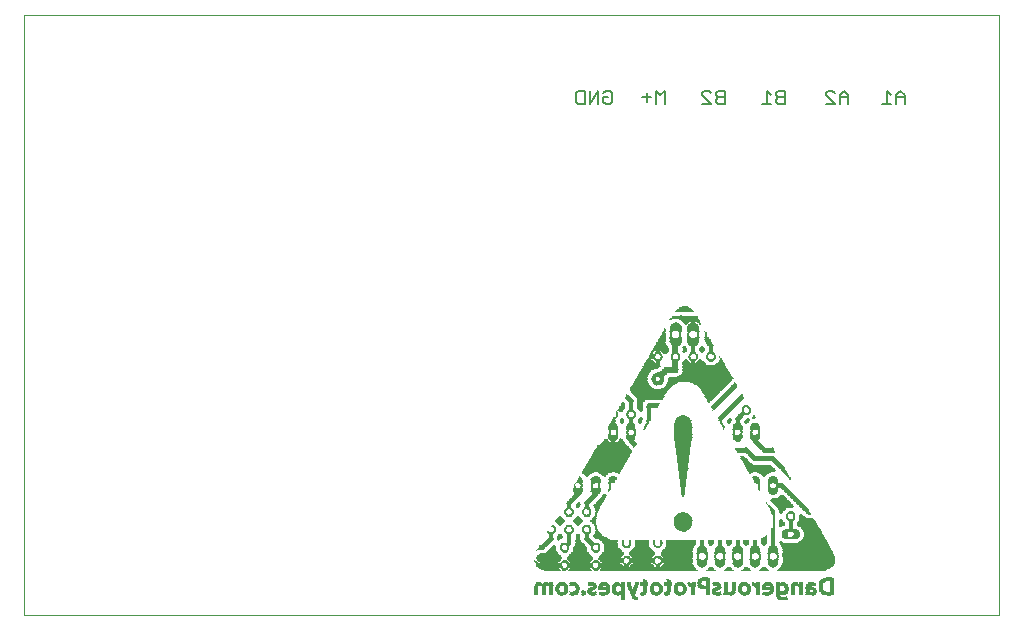
<source format=gbo>
G75*
G70*
%OFA0B0*%
%FSLAX24Y24*%
%IPPOS*%
%LPD*%
%AMOC8*
5,1,8,0,0,1.08239X$1,22.5*
%
%ADD10C,0.0000*%
%ADD11C,0.0060*%
%ADD12R,0.0290X0.0010*%
%ADD13R,0.0120X0.0010*%
%ADD14R,0.0140X0.0010*%
%ADD15R,0.0310X0.0010*%
%ADD16R,0.0130X0.0010*%
%ADD17R,0.0320X0.0010*%
%ADD18R,0.0330X0.0010*%
%ADD19R,0.0160X0.0010*%
%ADD20R,0.0340X0.0010*%
%ADD21R,0.0170X0.0010*%
%ADD22R,0.0180X0.0010*%
%ADD23R,0.0080X0.0010*%
%ADD24R,0.0030X0.0010*%
%ADD25R,0.0200X0.0010*%
%ADD26R,0.0040X0.0010*%
%ADD27R,0.0020X0.0010*%
%ADD28R,0.0150X0.0010*%
%ADD29R,0.0090X0.0010*%
%ADD30R,0.0100X0.0010*%
%ADD31R,0.0110X0.0010*%
%ADD32R,0.0060X0.0010*%
%ADD33R,0.0270X0.0010*%
%ADD34R,0.0250X0.0010*%
%ADD35R,0.0230X0.0010*%
%ADD36R,0.0210X0.0010*%
%ADD37R,0.0240X0.0010*%
%ADD38R,0.0220X0.0010*%
%ADD39R,0.0190X0.0010*%
%ADD40R,0.0260X0.0010*%
%ADD41R,0.0280X0.0010*%
%ADD42R,0.0370X0.0010*%
%ADD43R,0.0300X0.0010*%
%ADD44R,0.0360X0.0010*%
%ADD45R,0.0390X0.0010*%
%ADD46R,0.0350X0.0010*%
%ADD47R,0.0400X0.0010*%
%ADD48R,0.0380X0.0010*%
%ADD49R,0.0410X0.0010*%
%ADD50R,0.0420X0.0010*%
%ADD51R,0.0430X0.0010*%
%ADD52R,0.0070X0.0010*%
%ADD53R,0.0050X0.0010*%
%ADD54R,0.0010X0.0010*%
%ADD55R,0.0620X0.0010*%
%ADD56R,0.0610X0.0010*%
%ADD57R,0.0600X0.0010*%
%ADD58R,0.0450X0.0010*%
%ADD59R,0.0440X0.0010*%
%ADD60R,0.1520X0.0010*%
%ADD61R,0.3290X0.0010*%
%ADD62R,0.0770X0.0010*%
%ADD63R,0.0470X0.0010*%
%ADD64R,0.1590X0.0010*%
%ADD65R,0.3240X0.0010*%
%ADD66R,0.0740X0.0010*%
%ADD67R,0.0560X0.0010*%
%ADD68R,0.1600X0.0010*%
%ADD69R,0.3210X0.0010*%
%ADD70R,0.0720X0.0010*%
%ADD71R,0.0580X0.0010*%
%ADD72R,0.1620X0.0010*%
%ADD73R,0.3190X0.0010*%
%ADD74R,0.0700X0.0010*%
%ADD75R,0.1630X0.0010*%
%ADD76R,0.3170X0.0010*%
%ADD77R,0.0690X0.0010*%
%ADD78R,0.1650X0.0010*%
%ADD79R,0.3160X0.0010*%
%ADD80R,0.0680X0.0010*%
%ADD81R,0.0630X0.0010*%
%ADD82R,0.1670X0.0010*%
%ADD83R,0.3150X0.0010*%
%ADD84R,0.0660X0.0010*%
%ADD85R,0.0650X0.0010*%
%ADD86R,0.1680X0.0010*%
%ADD87R,0.3120X0.0010*%
%ADD88R,0.1690X0.0010*%
%ADD89R,0.3110X0.0010*%
%ADD90R,0.3100X0.0010*%
%ADD91R,0.3220X0.0010*%
%ADD92R,0.0900X0.0010*%
%ADD93R,0.0830X0.0010*%
%ADD94R,0.1700X0.0010*%
%ADD95R,0.1110X0.0010*%
%ADD96R,0.0840X0.0010*%
%ADD97R,0.0860X0.0010*%
%ADD98R,0.0880X0.0010*%
%ADD99R,0.1100X0.0010*%
%ADD100R,0.0820X0.0010*%
%ADD101R,0.0850X0.0010*%
%ADD102R,0.1080X0.0010*%
%ADD103R,0.0800X0.0010*%
%ADD104R,0.1710X0.0010*%
%ADD105R,0.0790X0.0010*%
%ADD106R,0.1720X0.0010*%
%ADD107R,0.1060X0.0010*%
%ADD108R,0.0810X0.0010*%
%ADD109R,0.1030X0.0010*%
%ADD110R,0.0750X0.0010*%
%ADD111R,0.1730X0.0010*%
%ADD112R,0.1020X0.0010*%
%ADD113R,0.0730X0.0010*%
%ADD114R,0.1010X0.0010*%
%ADD115R,0.0710X0.0010*%
%ADD116R,0.0780X0.0010*%
%ADD117R,0.1000X0.0010*%
%ADD118R,0.0990X0.0010*%
%ADD119R,0.0670X0.0010*%
%ADD120R,0.0760X0.0010*%
%ADD121R,0.0980X0.0010*%
%ADD122R,0.0960X0.0010*%
%ADD123R,0.0870X0.0010*%
%ADD124R,0.0950X0.0010*%
%ADD125R,0.0890X0.0010*%
%ADD126R,0.1090X0.0010*%
%ADD127R,0.1070X0.0010*%
%ADD128R,0.0640X0.0010*%
%ADD129R,0.0970X0.0010*%
%ADD130R,0.1040X0.0010*%
%ADD131R,0.1050X0.0010*%
%ADD132R,0.0590X0.0010*%
%ADD133R,0.0570X0.0010*%
%ADD134R,0.0550X0.0010*%
%ADD135R,0.0530X0.0010*%
%ADD136R,0.0510X0.0010*%
%ADD137R,0.1660X0.0010*%
%ADD138R,0.0480X0.0010*%
%ADD139R,0.0460X0.0010*%
%ADD140R,0.1640X0.0010*%
%ADD141R,0.0520X0.0010*%
%ADD142R,0.0940X0.0010*%
%ADD143R,0.0930X0.0010*%
%ADD144R,0.0540X0.0010*%
%ADD145R,0.0500X0.0010*%
%ADD146R,0.1610X0.0010*%
%ADD147R,0.0490X0.0010*%
%ADD148R,0.0920X0.0010*%
%ADD149R,0.0910X0.0010*%
%ADD150R,0.1270X0.0010*%
%ADD151R,0.1260X0.0010*%
%ADD152R,0.1250X0.0010*%
%ADD153R,0.1240X0.0010*%
%ADD154R,0.1220X0.0010*%
%ADD155R,0.1200X0.0010*%
%ADD156R,0.1190X0.0010*%
%ADD157R,0.1170X0.0010*%
%ADD158R,0.1160X0.0010*%
%ADD159R,0.1150X0.0010*%
%ADD160R,0.1130X0.0010*%
%ADD161R,0.1120X0.0010*%
%ADD162R,0.1180X0.0010*%
%ADD163R,0.1230X0.0010*%
%ADD164R,0.1280X0.0010*%
%ADD165R,0.1290X0.0010*%
%ADD166R,0.1210X0.0010*%
%ADD167R,0.1300X0.0010*%
%ADD168R,0.1350X0.0010*%
%ADD169R,0.1390X0.0010*%
%ADD170R,0.1440X0.0010*%
%ADD171R,0.2100X0.0010*%
%ADD172R,0.2110X0.0010*%
%ADD173R,0.2120X0.0010*%
%ADD174R,0.2130X0.0010*%
%ADD175R,0.2140X0.0010*%
%ADD176R,0.2150X0.0010*%
%ADD177R,0.2160X0.0010*%
%ADD178R,0.2170X0.0010*%
%ADD179R,0.2090X0.0010*%
%ADD180R,0.1840X0.0010*%
%ADD181R,0.1810X0.0010*%
%ADD182R,0.1790X0.0010*%
%ADD183R,0.1750X0.0010*%
%ADD184R,0.1570X0.0010*%
%ADD185R,0.1560X0.0010*%
%ADD186R,0.1550X0.0010*%
%ADD187R,0.1540X0.0010*%
%ADD188R,0.1530X0.0010*%
%ADD189R,0.1510X0.0010*%
%ADD190R,0.1500X0.0010*%
%ADD191R,0.1490X0.0010*%
%ADD192R,0.1480X0.0010*%
%ADD193R,0.1470X0.0010*%
%ADD194R,0.1460X0.0010*%
%ADD195R,0.1450X0.0010*%
%ADD196R,0.1430X0.0010*%
D10*
X000494Y004300D02*
X000494Y024296D01*
X032994Y024300D01*
X032994Y004300D01*
X000494Y004300D01*
D11*
X018874Y021403D02*
X018948Y021330D01*
X019168Y021330D01*
X019168Y021770D01*
X018948Y021770D01*
X018874Y021697D01*
X018874Y021403D01*
X019335Y021330D02*
X019335Y021770D01*
X019628Y021770D02*
X019335Y021330D01*
X019628Y021330D02*
X019628Y021770D01*
X019795Y021697D02*
X019869Y021770D01*
X020015Y021770D01*
X020089Y021697D01*
X020089Y021403D01*
X020015Y021330D01*
X019869Y021330D01*
X019795Y021403D01*
X019795Y021550D01*
X019942Y021550D01*
X021085Y021550D02*
X021378Y021550D01*
X021232Y021697D02*
X021232Y021403D01*
X021545Y021330D02*
X021545Y021770D01*
X021692Y021624D01*
X021839Y021770D01*
X021839Y021330D01*
X023085Y021330D02*
X023378Y021330D01*
X023085Y021624D01*
X023085Y021697D01*
X023158Y021770D01*
X023305Y021770D01*
X023378Y021697D01*
X023545Y021697D02*
X023545Y021624D01*
X023619Y021550D01*
X023839Y021550D01*
X023839Y021330D02*
X023619Y021330D01*
X023545Y021403D01*
X023545Y021477D01*
X023619Y021550D01*
X023545Y021697D02*
X023619Y021770D01*
X023839Y021770D01*
X023839Y021330D01*
X025085Y021330D02*
X025378Y021330D01*
X025232Y021330D02*
X025232Y021770D01*
X025378Y021624D01*
X025545Y021624D02*
X025545Y021697D01*
X025619Y021770D01*
X025839Y021770D01*
X025839Y021330D01*
X025619Y021330D01*
X025545Y021403D01*
X025545Y021477D01*
X025619Y021550D01*
X025839Y021550D01*
X025619Y021550D02*
X025545Y021624D01*
X027210Y021624D02*
X027210Y021697D01*
X027283Y021770D01*
X027430Y021770D01*
X027503Y021697D01*
X027670Y021624D02*
X027670Y021330D01*
X027503Y021330D02*
X027210Y021624D01*
X027210Y021330D02*
X027503Y021330D01*
X027670Y021550D02*
X027964Y021550D01*
X027964Y021624D02*
X027817Y021770D01*
X027670Y021624D01*
X027964Y021624D02*
X027964Y021330D01*
X029085Y021330D02*
X029378Y021330D01*
X029232Y021330D02*
X029232Y021770D01*
X029378Y021624D01*
X029545Y021624D02*
X029545Y021330D01*
X029545Y021550D02*
X029839Y021550D01*
X029839Y021624D02*
X029692Y021770D01*
X029545Y021624D01*
X029839Y021624D02*
X029839Y021330D01*
D12*
X021724Y013370D03*
X021724Y013360D03*
X021344Y012700D03*
X022064Y012000D03*
X021834Y011810D03*
X023024Y012680D03*
X023684Y012640D03*
X023354Y011530D03*
X024264Y010580D03*
X024264Y010160D03*
X024854Y010160D03*
X024854Y010170D03*
X024854Y010580D03*
X024644Y009290D03*
X025444Y008820D03*
X025444Y008810D03*
X025444Y008800D03*
X025694Y008600D03*
X025444Y008390D03*
X025444Y008380D03*
X025724Y008180D03*
X025764Y007840D03*
X025444Y006520D03*
X024854Y006520D03*
X024274Y005950D03*
X023674Y005950D03*
X023084Y005950D03*
X023084Y005960D03*
X023084Y006520D03*
X022464Y007110D03*
X022464Y009030D03*
X022464Y009040D03*
X022464Y009050D03*
X022464Y009060D03*
X022464Y009070D03*
X022464Y009080D03*
X022464Y009090D03*
X020724Y010160D03*
X020124Y010160D03*
X020124Y010170D03*
X020124Y010580D03*
X019534Y008810D03*
X019534Y008390D03*
X018944Y008390D03*
X018944Y008380D03*
X018944Y007450D03*
X018944Y007380D03*
X018354Y007380D03*
X018354Y007450D03*
X018574Y006680D03*
X018074Y006400D03*
X019614Y006930D03*
X019824Y005310D03*
X019424Y005010D03*
X019424Y005000D03*
X018824Y005020D03*
X018824Y005030D03*
X018814Y005010D03*
X021564Y004980D03*
X021554Y005320D03*
X022354Y004980D03*
X023194Y005170D03*
X023574Y005020D03*
X023584Y005000D03*
X024494Y005320D03*
X025274Y005310D03*
X025244Y004970D03*
X025784Y004800D03*
X026684Y005190D03*
X026734Y005320D03*
D13*
X026599Y004970D03*
X026589Y004960D03*
X026589Y004950D03*
X026109Y004950D03*
X025619Y004950D03*
X025619Y004940D03*
X025409Y005090D03*
X025409Y005100D03*
X025409Y005200D03*
X025409Y005210D03*
X025409Y005220D03*
X025399Y005230D03*
X025399Y005240D03*
X025389Y005250D03*
X025159Y005260D03*
X025149Y005240D03*
X025149Y005230D03*
X025139Y005220D03*
X025139Y005210D03*
X025139Y005200D03*
X024939Y005180D03*
X024939Y005170D03*
X024939Y005160D03*
X024939Y005150D03*
X024939Y005140D03*
X024939Y005130D03*
X024939Y005120D03*
X024939Y005110D03*
X024939Y005100D03*
X024939Y005090D03*
X024939Y005080D03*
X024939Y005070D03*
X024939Y005060D03*
X024939Y005050D03*
X024939Y005040D03*
X024939Y005030D03*
X024939Y005020D03*
X024939Y005010D03*
X024939Y005000D03*
X024939Y004990D03*
X024939Y004980D03*
X024939Y004970D03*
X024949Y005300D03*
X024949Y005310D03*
X024949Y005320D03*
X024949Y005330D03*
X024809Y005320D03*
X024559Y005850D03*
X024269Y005890D03*
X023969Y005840D03*
X023679Y005890D03*
X023379Y005840D03*
X023089Y005890D03*
X023209Y006340D03*
X022969Y006350D03*
X023379Y006620D03*
X023559Y006340D03*
X023799Y006340D03*
X023969Y006620D03*
X024389Y006340D03*
X024569Y006620D03*
X024969Y006350D03*
X025159Y006620D03*
X025179Y006850D03*
X025459Y007130D03*
X025719Y007410D03*
X025719Y007710D03*
X025719Y007720D03*
X025459Y007700D03*
X025459Y007690D03*
X025459Y007680D03*
X025429Y007780D03*
X025419Y007790D03*
X026389Y007600D03*
X026649Y007650D03*
X025539Y008690D03*
X025849Y009040D03*
X025839Y009050D03*
X025829Y009070D03*
X024949Y010280D03*
X024859Y010670D03*
X024599Y010790D03*
X024569Y010710D03*
X024169Y010460D03*
X023979Y010710D03*
X023999Y010780D03*
X023699Y010790D03*
X023479Y011170D03*
X023329Y011420D03*
X024169Y011950D03*
X024389Y011570D03*
X023029Y012760D03*
X023089Y013060D03*
X023089Y013070D03*
X023239Y013520D03*
X022929Y013520D03*
X022649Y013520D03*
X022339Y013520D03*
X022059Y013520D03*
X021809Y013650D03*
X022549Y014000D03*
X021329Y012810D03*
X021039Y011120D03*
X020449Y011290D03*
X020449Y011300D03*
X020369Y011080D03*
X020139Y010770D03*
X020139Y010760D03*
X020139Y010750D03*
X020219Y010470D03*
X020219Y010280D03*
X020379Y010120D03*
X020629Y010280D03*
X020809Y010280D03*
X020809Y010470D03*
X020629Y010470D03*
X021039Y010820D03*
X021299Y010790D03*
X021299Y010780D03*
X019879Y010120D03*
X019829Y008930D03*
X019629Y008690D03*
X019239Y008930D03*
X019019Y008820D03*
X019039Y008690D03*
X018969Y007970D03*
X019589Y007820D03*
X019589Y007810D03*
X019489Y007490D03*
X019489Y007350D03*
X019489Y007340D03*
X019589Y007050D03*
X019419Y006610D03*
X020259Y005360D03*
X020449Y005320D03*
X020449Y005310D03*
X020659Y005260D03*
X020669Y005230D03*
X020669Y005220D03*
X020679Y005210D03*
X020679Y005200D03*
X020679Y005190D03*
X020679Y005180D03*
X020689Y005160D03*
X020689Y005150D03*
X020699Y005130D03*
X020709Y005100D03*
X020839Y005120D03*
X020869Y005210D03*
X020879Y004800D03*
X019959Y005090D03*
X019959Y005100D03*
X019959Y005110D03*
X019959Y005200D03*
X019959Y005210D03*
X019959Y005220D03*
X019949Y005230D03*
X019949Y005240D03*
X019709Y005260D03*
X019699Y005240D03*
X019699Y005230D03*
X019689Y005220D03*
X019689Y005210D03*
X019329Y005070D03*
X019329Y005060D03*
X019329Y005050D03*
X019129Y005070D03*
X017559Y005070D03*
X017559Y005080D03*
X017559Y005090D03*
X017559Y005100D03*
X017559Y005110D03*
X017559Y005120D03*
X017559Y005130D03*
X017559Y005140D03*
X017559Y005150D03*
X017559Y005160D03*
X017559Y005170D03*
X017559Y005180D03*
X017559Y005190D03*
X017559Y005200D03*
X017559Y005210D03*
X017559Y005220D03*
X017559Y005060D03*
X017559Y005050D03*
X017559Y005040D03*
X017559Y005030D03*
X017559Y005020D03*
X017559Y005010D03*
X017559Y005000D03*
X017559Y004990D03*
X017559Y004980D03*
X017559Y004970D03*
X017559Y004960D03*
X017559Y004950D03*
X021979Y005090D03*
X021979Y005100D03*
X021979Y005110D03*
X021979Y005120D03*
X021979Y005130D03*
X021979Y005140D03*
X021979Y005150D03*
X021979Y005160D03*
X021979Y005170D03*
X021979Y005180D03*
X021979Y005190D03*
X021979Y005200D03*
X021979Y005210D03*
X021979Y005220D03*
X021979Y005230D03*
X021979Y005240D03*
X021979Y005250D03*
X021979Y005260D03*
X021979Y005370D03*
X021979Y005380D03*
X021979Y005390D03*
X021979Y005400D03*
X021979Y005410D03*
X021979Y005420D03*
X021979Y005430D03*
X022669Y005320D03*
X022669Y005310D03*
X023489Y005070D03*
X023489Y005050D03*
X023489Y005040D03*
X023599Y004940D03*
X023869Y004960D03*
X023869Y004970D03*
X023869Y004980D03*
X024139Y005110D03*
X024139Y005120D03*
X024139Y005130D03*
X024139Y005140D03*
X024139Y005150D03*
X024139Y005160D03*
X024139Y005170D03*
X024139Y005180D03*
X024139Y005190D03*
X024139Y005200D03*
X024139Y005210D03*
X024139Y005220D03*
X024139Y005230D03*
X024139Y005240D03*
X024139Y005250D03*
X024139Y005260D03*
X024139Y005270D03*
X024139Y005280D03*
X024139Y005290D03*
X024139Y005300D03*
X024139Y005310D03*
X024139Y005320D03*
X024139Y005330D03*
X024139Y005340D03*
X024139Y005350D03*
X023659Y005260D03*
X025149Y005850D03*
X025569Y006130D03*
X025609Y005330D03*
D14*
X025619Y005230D03*
X025619Y005220D03*
X025619Y005080D03*
X025629Y004910D03*
X025639Y004900D03*
X025879Y005070D03*
X025889Y005080D03*
X025889Y005090D03*
X025899Y005110D03*
X025899Y005120D03*
X025899Y005130D03*
X025899Y005140D03*
X025899Y005150D03*
X025899Y005160D03*
X025899Y005170D03*
X025899Y005180D03*
X025899Y005190D03*
X025889Y005220D03*
X025889Y005230D03*
X025879Y005240D03*
X026119Y005240D03*
X026119Y005230D03*
X026199Y005350D03*
X026369Y005220D03*
X026609Y005060D03*
X026609Y005050D03*
X026839Y005040D03*
X026839Y005110D03*
X026829Y005120D03*
X027039Y005160D03*
X027039Y005170D03*
X027039Y005180D03*
X027049Y005150D03*
X027049Y005140D03*
X027059Y005110D03*
X027039Y005290D03*
X027039Y005300D03*
X027039Y005310D03*
X027039Y005320D03*
X027049Y005330D03*
X027049Y005340D03*
X027399Y005340D03*
X027399Y005350D03*
X027399Y005360D03*
X027399Y005370D03*
X027399Y005380D03*
X027399Y005390D03*
X027399Y005400D03*
X027399Y005410D03*
X027399Y005420D03*
X027399Y005330D03*
X027399Y005320D03*
X027399Y005310D03*
X027399Y005300D03*
X027399Y005290D03*
X027399Y005280D03*
X027399Y005270D03*
X027399Y005260D03*
X027399Y005250D03*
X027399Y005240D03*
X027399Y005230D03*
X027399Y005220D03*
X027399Y005210D03*
X027399Y005200D03*
X027399Y005190D03*
X027399Y005180D03*
X027399Y005170D03*
X027399Y005160D03*
X027399Y005150D03*
X027399Y005140D03*
X027399Y005130D03*
X027399Y005120D03*
X027399Y005110D03*
X027399Y005100D03*
X027399Y005090D03*
X027399Y005080D03*
X027399Y005070D03*
X027399Y005060D03*
X027399Y005050D03*
X027399Y005040D03*
X027329Y004940D03*
X025559Y006120D03*
X025339Y006120D03*
X025449Y005890D03*
X024959Y006120D03*
X025159Y006630D03*
X025449Y006630D03*
X025449Y006640D03*
X025449Y006650D03*
X025449Y006660D03*
X025449Y006670D03*
X025449Y006680D03*
X025449Y006690D03*
X025449Y006700D03*
X025449Y006710D03*
X025449Y006720D03*
X025449Y006730D03*
X025449Y006740D03*
X025449Y006750D03*
X025449Y006760D03*
X025449Y006770D03*
X025449Y006780D03*
X025449Y006790D03*
X025449Y006800D03*
X025449Y006810D03*
X025449Y006820D03*
X025449Y006830D03*
X025449Y006840D03*
X025449Y006850D03*
X025449Y006860D03*
X025449Y006870D03*
X025449Y006880D03*
X025449Y006890D03*
X025449Y006900D03*
X025449Y006910D03*
X025449Y006920D03*
X025449Y006930D03*
X025449Y006940D03*
X025449Y006950D03*
X025449Y006960D03*
X025449Y006970D03*
X025449Y006980D03*
X025449Y006990D03*
X025449Y007000D03*
X025449Y007010D03*
X025449Y007020D03*
X025449Y007030D03*
X025449Y007040D03*
X025449Y007050D03*
X025449Y007060D03*
X025449Y007070D03*
X025449Y007080D03*
X025449Y007090D03*
X025449Y007100D03*
X025729Y007390D03*
X026039Y007390D03*
X026039Y007400D03*
X026039Y007410D03*
X026039Y007380D03*
X026039Y007370D03*
X026039Y007360D03*
X026039Y007350D03*
X026039Y007340D03*
X026039Y007330D03*
X026039Y007320D03*
X026039Y007310D03*
X026039Y007300D03*
X026039Y007290D03*
X026039Y007280D03*
X026039Y007270D03*
X026039Y007260D03*
X026039Y007250D03*
X026039Y007240D03*
X026039Y007230D03*
X026039Y007220D03*
X026039Y007210D03*
X026039Y007200D03*
X026039Y007190D03*
X026039Y007180D03*
X026039Y007170D03*
X026039Y007160D03*
X026039Y007150D03*
X026039Y007140D03*
X025729Y006690D03*
X025449Y006620D03*
X025449Y006610D03*
X025449Y006600D03*
X025449Y006590D03*
X024379Y006120D03*
X024159Y006120D03*
X023969Y005830D03*
X023789Y006120D03*
X023569Y006120D03*
X023379Y005830D03*
X023199Y006120D03*
X022979Y006120D03*
X023199Y006350D03*
X023089Y006590D03*
X023089Y006600D03*
X023089Y006610D03*
X023089Y006620D03*
X023089Y006630D03*
X023089Y006640D03*
X023089Y006650D03*
X023089Y006660D03*
X023089Y006670D03*
X023089Y006680D03*
X023089Y006690D03*
X023089Y006700D03*
X023089Y006710D03*
X023089Y006720D03*
X023089Y006730D03*
X023089Y006740D03*
X023089Y006750D03*
X023679Y006750D03*
X023679Y006740D03*
X023679Y006730D03*
X023679Y006720D03*
X023679Y006710D03*
X023679Y006700D03*
X023679Y006690D03*
X023679Y006680D03*
X023679Y006670D03*
X023679Y006660D03*
X023679Y006650D03*
X023679Y006640D03*
X023679Y006630D03*
X023679Y006620D03*
X023679Y006610D03*
X023679Y006600D03*
X023679Y006590D03*
X023679Y006580D03*
X024269Y006580D03*
X024269Y006590D03*
X024269Y006600D03*
X024269Y006610D03*
X024269Y006620D03*
X024269Y006630D03*
X024269Y006640D03*
X024269Y006650D03*
X024269Y006660D03*
X024269Y006670D03*
X024269Y006680D03*
X024269Y006690D03*
X024269Y006700D03*
X024269Y006710D03*
X024269Y006720D03*
X024269Y006730D03*
X024269Y006740D03*
X024269Y006750D03*
X025449Y007740D03*
X025439Y007760D03*
X025729Y007740D03*
X026039Y007720D03*
X026399Y007580D03*
X026609Y007700D03*
X026629Y007680D03*
X025739Y008240D03*
X025359Y008500D03*
X025819Y009080D03*
X025809Y009090D03*
X025799Y009100D03*
X024419Y009560D03*
X024409Y009570D03*
X024269Y010080D03*
X024269Y010670D03*
X024269Y010680D03*
X024269Y010690D03*
X024269Y010700D03*
X024269Y010710D03*
X024269Y010720D03*
X024269Y010730D03*
X024269Y010740D03*
X024269Y010750D03*
X024269Y010760D03*
X024269Y010770D03*
X024269Y010780D03*
X023989Y010760D03*
X023989Y010750D03*
X023979Y010730D03*
X023979Y010720D03*
X023699Y010800D03*
X023479Y011180D03*
X024389Y011560D03*
X024559Y011260D03*
X024599Y010780D03*
X024569Y010730D03*
X024169Y011940D03*
X023709Y012740D03*
X023379Y012740D03*
X023379Y013040D03*
X023379Y013050D03*
X023379Y013060D03*
X023379Y013070D03*
X023379Y013080D03*
X023379Y013090D03*
X023379Y013100D03*
X023379Y013110D03*
X023379Y013120D03*
X023379Y013130D03*
X023379Y013140D03*
X023379Y013150D03*
X023379Y013160D03*
X023379Y013170D03*
X023379Y013180D03*
X023379Y013190D03*
X023379Y013200D03*
X023379Y013210D03*
X023379Y013220D03*
X023379Y013230D03*
X023379Y013240D03*
X023249Y013510D03*
X022919Y013750D03*
X022789Y014010D03*
X022789Y014020D03*
X022789Y014030D03*
X022789Y014040D03*
X022789Y014050D03*
X022789Y014060D03*
X022939Y014060D03*
X022549Y014020D03*
X022549Y014010D03*
X022199Y014010D03*
X021799Y013630D03*
X021799Y013620D03*
X021799Y013610D03*
X021599Y013090D03*
X021599Y013080D03*
X021599Y013070D03*
X021599Y013060D03*
X021599Y013050D03*
X021599Y012730D03*
X021599Y012720D03*
X021599Y012710D03*
X021599Y012700D03*
X021599Y012690D03*
X021599Y012680D03*
X021739Y012190D03*
X021749Y012180D03*
X021749Y012170D03*
X021749Y012160D03*
X021749Y012150D03*
X021749Y012140D03*
X021749Y012130D03*
X021749Y012120D03*
X021609Y011950D03*
X021479Y012100D03*
X021469Y012110D03*
X021469Y012120D03*
X021469Y012180D03*
X020609Y011550D03*
X020719Y011380D03*
X020719Y011370D03*
X020719Y011360D03*
X020719Y011350D03*
X020719Y011340D03*
X020719Y011330D03*
X020719Y011320D03*
X020719Y011310D03*
X020719Y011300D03*
X020719Y011290D03*
X020719Y011280D03*
X020719Y011270D03*
X020719Y011260D03*
X020719Y011250D03*
X020719Y011240D03*
X020719Y011230D03*
X020719Y011220D03*
X020719Y011210D03*
X020719Y011200D03*
X020719Y011190D03*
X020719Y011180D03*
X020719Y011170D03*
X020719Y011160D03*
X020719Y011150D03*
X020719Y011140D03*
X020719Y011130D03*
X020719Y011120D03*
X020719Y011110D03*
X021029Y011140D03*
X021309Y011140D03*
X021309Y011150D03*
X021309Y011160D03*
X021309Y011170D03*
X021309Y011180D03*
X021309Y011130D03*
X021309Y011120D03*
X021309Y011110D03*
X021309Y011100D03*
X021309Y011090D03*
X021309Y011080D03*
X021309Y011070D03*
X021309Y011060D03*
X021309Y011050D03*
X021309Y011040D03*
X021309Y011030D03*
X021309Y011020D03*
X021309Y011010D03*
X021309Y011000D03*
X021309Y010990D03*
X021309Y010980D03*
X021309Y010970D03*
X021309Y010960D03*
X021309Y010950D03*
X021309Y010940D03*
X021309Y010930D03*
X021309Y010920D03*
X021309Y010910D03*
X021309Y010900D03*
X021309Y010890D03*
X021309Y010880D03*
X021309Y010870D03*
X021309Y010860D03*
X021309Y010850D03*
X021309Y010840D03*
X021309Y010830D03*
X021309Y010820D03*
X021309Y010810D03*
X021029Y010790D03*
X021019Y010720D03*
X020719Y010720D03*
X020719Y010730D03*
X020719Y010740D03*
X020719Y010750D03*
X020719Y010760D03*
X020719Y010770D03*
X020719Y010780D03*
X020719Y010790D03*
X020719Y010800D03*
X020719Y010810D03*
X020719Y010820D03*
X020719Y010710D03*
X020719Y010700D03*
X020719Y010690D03*
X020719Y010680D03*
X020719Y010670D03*
X020429Y010720D03*
X020129Y010720D03*
X020129Y010730D03*
X020129Y010710D03*
X020129Y010700D03*
X020129Y010690D03*
X020129Y010680D03*
X020129Y010670D03*
X020379Y010100D03*
X020129Y010060D03*
X020129Y010050D03*
X020129Y010040D03*
X020129Y010030D03*
X019879Y010090D03*
X019879Y010100D03*
X020809Y009950D03*
X020129Y008890D03*
X019829Y008940D03*
X019539Y008890D03*
X019239Y008940D03*
X019019Y008800D03*
X018859Y008500D03*
X018959Y007950D03*
X018949Y007910D03*
X018949Y007900D03*
X019239Y007900D03*
X019239Y007910D03*
X019239Y007920D03*
X019239Y007930D03*
X019239Y007940D03*
X019239Y007950D03*
X019239Y007960D03*
X019239Y007970D03*
X019239Y007890D03*
X019239Y007880D03*
X019239Y007870D03*
X019599Y007840D03*
X019819Y008240D03*
X019829Y008250D03*
X019449Y008500D03*
X019479Y007470D03*
X019479Y007370D03*
X019239Y007270D03*
X019239Y006970D03*
X019239Y006960D03*
X019239Y006950D03*
X019239Y006940D03*
X019239Y006930D03*
X019239Y006920D03*
X019239Y006910D03*
X019239Y006900D03*
X019239Y006890D03*
X019239Y006880D03*
X019239Y006870D03*
X019419Y006620D03*
X019539Y006380D03*
X019539Y006090D03*
X019399Y005360D03*
X019499Y005220D03*
X019339Y005090D03*
X019339Y005030D03*
X019129Y005040D03*
X019129Y005050D03*
X019129Y004980D03*
X018929Y005090D03*
X018929Y005100D03*
X018929Y005110D03*
X018919Y005080D03*
X018929Y005200D03*
X018919Y005220D03*
X018549Y005220D03*
X018549Y005230D03*
X018549Y005240D03*
X018539Y005250D03*
X018549Y005080D03*
X018549Y005070D03*
X018539Y005050D03*
X018289Y005060D03*
X018279Y005070D03*
X018269Y005100D03*
X018269Y005200D03*
X018269Y005210D03*
X018279Y005220D03*
X018279Y005230D03*
X018289Y005240D03*
X018409Y005360D03*
X018049Y005230D03*
X018049Y005220D03*
X017879Y005350D03*
X017639Y005350D03*
X017569Y005250D03*
X018499Y006090D03*
X018139Y006540D03*
X018049Y006860D03*
X018049Y006870D03*
X018049Y006880D03*
X018049Y006890D03*
X018049Y006900D03*
X018049Y006910D03*
X018049Y006920D03*
X018049Y006930D03*
X018049Y006940D03*
X018049Y006950D03*
X018049Y006960D03*
X018649Y007270D03*
X019599Y007020D03*
X020569Y005930D03*
X020569Y005890D03*
X020569Y005880D03*
X020639Y005340D03*
X020639Y005330D03*
X020639Y005320D03*
X020649Y005300D03*
X020649Y005290D03*
X020439Y005220D03*
X020439Y005210D03*
X020439Y005200D03*
X020439Y005190D03*
X020439Y005180D03*
X020439Y005170D03*
X020439Y005160D03*
X020439Y005150D03*
X020439Y005140D03*
X020439Y005130D03*
X020439Y005120D03*
X020439Y005110D03*
X020439Y005100D03*
X020439Y005090D03*
X020439Y005080D03*
X020439Y004950D03*
X020439Y004940D03*
X020439Y004930D03*
X020439Y004920D03*
X020439Y004910D03*
X020439Y004900D03*
X020439Y004890D03*
X020439Y004880D03*
X020439Y004870D03*
X020439Y004860D03*
X020439Y004850D03*
X020439Y004840D03*
X020439Y004830D03*
X020439Y004820D03*
X020439Y004810D03*
X020439Y004800D03*
X020789Y004920D03*
X020799Y004910D03*
X020769Y004970D03*
X020769Y004980D03*
X020869Y004820D03*
X021169Y005050D03*
X021179Y005060D03*
X021419Y005080D03*
X021419Y005090D03*
X021429Y005070D03*
X021439Y005060D03*
X021409Y005140D03*
X021409Y005160D03*
X021419Y005220D03*
X021429Y005230D03*
X021429Y005240D03*
X021439Y005250D03*
X021549Y005360D03*
X021679Y005260D03*
X021689Y005250D03*
X021689Y005240D03*
X021699Y005230D03*
X021699Y005220D03*
X021699Y005210D03*
X021699Y005090D03*
X021699Y005080D03*
X021689Y005060D03*
X021969Y005060D03*
X022209Y005090D03*
X022209Y005100D03*
X022219Y005080D03*
X022219Y005070D03*
X022229Y005060D03*
X022209Y005200D03*
X022209Y005210D03*
X022219Y005230D03*
X022219Y005240D03*
X022229Y005250D03*
X022349Y005360D03*
X022479Y005250D03*
X022489Y005230D03*
X022499Y005210D03*
X022499Y005200D03*
X022499Y005190D03*
X022499Y005180D03*
X022499Y005130D03*
X022499Y005120D03*
X022499Y005110D03*
X022499Y005100D03*
X022499Y005090D03*
X022489Y005070D03*
X022479Y005060D03*
X022789Y005200D03*
X022789Y005210D03*
X022999Y005290D03*
X022999Y005300D03*
X022999Y005310D03*
X023009Y005280D03*
X022999Y005370D03*
X022999Y005380D03*
X022999Y005390D03*
X023009Y005400D03*
X023269Y005420D03*
X023549Y005360D03*
X023659Y005220D03*
X023499Y005090D03*
X023499Y005030D03*
X023879Y005070D03*
X023879Y005080D03*
X024059Y004950D03*
X024129Y005070D03*
X024129Y005080D03*
X024349Y005100D03*
X024349Y005110D03*
X024349Y005120D03*
X024349Y005130D03*
X024349Y005140D03*
X024349Y005150D03*
X024349Y005160D03*
X024349Y005170D03*
X024349Y005180D03*
X024349Y005190D03*
X024349Y005200D03*
X024359Y005220D03*
X024359Y005230D03*
X024369Y005240D03*
X024359Y005090D03*
X024359Y005080D03*
X024369Y005060D03*
X024619Y005050D03*
X024629Y005060D03*
X024629Y005070D03*
X024639Y005080D03*
X024639Y005090D03*
X024649Y005130D03*
X024649Y005140D03*
X024649Y005150D03*
X024649Y005160D03*
X024649Y005170D03*
X024639Y005210D03*
X024629Y005240D03*
X024619Y005250D03*
X024499Y005360D03*
X024929Y005210D03*
X021599Y005890D03*
X021599Y005900D03*
X021599Y005910D03*
X021599Y005920D03*
X021609Y006530D03*
X020919Y005350D03*
X020919Y005340D03*
X020909Y005330D03*
X020909Y005320D03*
X020899Y005300D03*
X020899Y005290D03*
X020889Y005270D03*
X020889Y005260D03*
X020879Y005230D03*
X020169Y005240D03*
X020159Y005230D03*
X020159Y005220D03*
X020149Y005200D03*
X020149Y005190D03*
X020149Y005180D03*
X020149Y005170D03*
X020149Y005160D03*
X020149Y005150D03*
X020149Y005140D03*
X020149Y005130D03*
X020149Y005120D03*
X020159Y005080D03*
X020169Y005070D03*
X019929Y005270D03*
X022459Y007690D03*
X022459Y008430D03*
X022459Y008440D03*
X022459Y008450D03*
X022459Y008460D03*
X022459Y008470D03*
X022459Y010920D03*
X020439Y011250D03*
X020439Y011260D03*
X022789Y012680D03*
X022789Y012690D03*
X022789Y012700D03*
X022789Y012710D03*
X022789Y012720D03*
X022789Y012730D03*
X022789Y012740D03*
X023029Y012750D03*
X023089Y013080D03*
X022789Y013080D03*
X022789Y013070D03*
X022789Y013060D03*
X022789Y013090D03*
X022789Y013100D03*
X022789Y013110D03*
X022789Y013120D03*
X022789Y013130D03*
X022789Y013140D03*
X022789Y013150D03*
X022789Y013160D03*
X022789Y013170D03*
X022789Y013190D03*
X022789Y013200D03*
X022789Y013210D03*
X022789Y013220D03*
X022789Y013230D03*
X022789Y013240D03*
X022499Y013180D03*
X022499Y013080D03*
X022659Y013510D03*
X022499Y014560D03*
D15*
X022794Y013950D03*
X021724Y013330D03*
X022074Y012010D03*
X023354Y011540D03*
X024464Y010960D03*
X024474Y010970D03*
X024484Y010980D03*
X024514Y011010D03*
X024274Y010550D03*
X024274Y010200D03*
X024854Y010200D03*
X024854Y010210D03*
X024854Y010220D03*
X024854Y010230D03*
X024854Y010240D03*
X024854Y010250D03*
X024854Y010260D03*
X024854Y010270D03*
X024854Y010190D03*
X024854Y010180D03*
X024854Y010480D03*
X024854Y010490D03*
X024854Y010500D03*
X024854Y010510D03*
X024854Y010520D03*
X024854Y010530D03*
X024854Y010540D03*
X024854Y010550D03*
X024854Y010560D03*
X024854Y010570D03*
X025154Y009010D03*
X025444Y008790D03*
X025444Y008780D03*
X025444Y008770D03*
X025444Y008760D03*
X025444Y008750D03*
X025444Y008740D03*
X025444Y008730D03*
X025444Y008720D03*
X025444Y008710D03*
X025444Y008700D03*
X025444Y008490D03*
X025444Y008480D03*
X025444Y008470D03*
X025444Y008460D03*
X025444Y008450D03*
X025444Y008440D03*
X025444Y008430D03*
X025444Y008420D03*
X025444Y008410D03*
X025704Y008580D03*
X025764Y007850D03*
X025444Y006500D03*
X025444Y005970D03*
X024854Y005970D03*
X024274Y006500D03*
X023674Y006500D03*
X023674Y005970D03*
X023084Y005970D03*
X023184Y005500D03*
X022354Y004990D03*
X021564Y004990D03*
X019814Y004990D03*
X019824Y005290D03*
X018414Y005310D03*
X018074Y006390D03*
X018564Y006660D03*
X019004Y006620D03*
X018944Y007400D03*
X018944Y007410D03*
X018944Y007430D03*
X018944Y007440D03*
X018354Y007440D03*
X018354Y007430D03*
X018354Y007400D03*
X018944Y008410D03*
X018944Y008420D03*
X018944Y008430D03*
X018944Y008440D03*
X018944Y008450D03*
X018944Y008460D03*
X018944Y008470D03*
X018944Y008480D03*
X018944Y008490D03*
X019534Y008490D03*
X019534Y008480D03*
X019534Y008470D03*
X019534Y008460D03*
X019534Y008450D03*
X019534Y008440D03*
X019534Y008430D03*
X019534Y008420D03*
X019534Y008410D03*
X019534Y008700D03*
X019534Y008710D03*
X019534Y008720D03*
X019534Y008730D03*
X019534Y008740D03*
X019534Y008750D03*
X019534Y008760D03*
X019534Y008770D03*
X019534Y008780D03*
X019534Y008790D03*
X019244Y009010D03*
X020124Y010180D03*
X020124Y010190D03*
X020124Y010200D03*
X020124Y010210D03*
X020124Y010220D03*
X020124Y010230D03*
X020124Y010240D03*
X020124Y010250D03*
X020124Y010260D03*
X020124Y010270D03*
X020124Y010480D03*
X020124Y010490D03*
X020124Y010500D03*
X020124Y010510D03*
X020124Y010520D03*
X020124Y010530D03*
X020124Y010540D03*
X020124Y010550D03*
X020124Y010560D03*
X022464Y009150D03*
X022464Y009140D03*
X022464Y009130D03*
X022464Y009120D03*
X022464Y009110D03*
X022464Y009100D03*
X022464Y007660D03*
X023084Y006510D03*
X023084Y006500D03*
X025274Y005290D03*
X025264Y004990D03*
X025774Y004810D03*
X026714Y005280D03*
X026724Y005300D03*
X027314Y004960D03*
X023684Y012620D03*
X023684Y012630D03*
D16*
X022554Y012760D03*
X022494Y013070D03*
X022494Y013190D03*
X022334Y013510D03*
X022334Y013740D03*
X022064Y013740D03*
X022064Y013510D03*
X021804Y013640D03*
X022654Y013740D03*
X022924Y013740D03*
X022924Y013510D03*
X022954Y014050D03*
X021844Y013010D03*
X021324Y012800D03*
X021464Y012170D03*
X021464Y012160D03*
X021464Y012150D03*
X021464Y012140D03*
X021464Y012130D03*
X020604Y011560D03*
X020444Y011280D03*
X020444Y011270D03*
X020364Y011090D03*
X020424Y010790D03*
X020424Y010780D03*
X020424Y010710D03*
X020134Y010740D03*
X020034Y010470D03*
X020034Y010280D03*
X019874Y010110D03*
X020384Y010110D03*
X020814Y009940D03*
X021014Y010710D03*
X021034Y010800D03*
X021034Y010810D03*
X021304Y010800D03*
X021034Y011130D03*
X023334Y011430D03*
X023994Y010770D03*
X024174Y010470D03*
X024364Y010470D03*
X024364Y010280D03*
X024174Y010280D03*
X024764Y010280D03*
X024764Y010470D03*
X024944Y010470D03*
X024564Y010720D03*
X024444Y011030D03*
X025154Y008940D03*
X025354Y008690D03*
X025534Y008500D03*
X025444Y008300D03*
X025734Y008250D03*
X025724Y007730D03*
X025454Y007730D03*
X025454Y007720D03*
X025454Y007710D03*
X025444Y007750D03*
X025434Y007770D03*
X025724Y007400D03*
X025724Y007250D03*
X025454Y007120D03*
X025454Y007110D03*
X025564Y006350D03*
X025334Y006350D03*
X025154Y005840D03*
X024854Y005890D03*
X024744Y006120D03*
X024744Y006350D03*
X024384Y006350D03*
X024154Y006350D03*
X023794Y006350D03*
X023564Y006350D03*
X024564Y005840D03*
X024814Y005310D03*
X024814Y005300D03*
X024814Y005290D03*
X024934Y005200D03*
X024934Y005190D03*
X025154Y005250D03*
X025164Y005270D03*
X025374Y005270D03*
X025384Y005260D03*
X025414Y005110D03*
X025404Y005080D03*
X025404Y005070D03*
X025394Y005060D03*
X025244Y004940D03*
X024944Y004950D03*
X024944Y004960D03*
X024644Y005100D03*
X024644Y005110D03*
X024644Y005120D03*
X024644Y005180D03*
X024644Y005190D03*
X024644Y005200D03*
X024634Y005220D03*
X024634Y005230D03*
X024364Y005070D03*
X024134Y005090D03*
X024134Y005100D03*
X023874Y005100D03*
X023874Y005110D03*
X023874Y005120D03*
X023874Y005130D03*
X023874Y005140D03*
X023874Y005150D03*
X023874Y005160D03*
X023874Y005170D03*
X023874Y005180D03*
X023874Y005190D03*
X023874Y005200D03*
X023874Y005210D03*
X023874Y005220D03*
X023874Y005230D03*
X023874Y005240D03*
X023874Y005250D03*
X023874Y005260D03*
X023874Y005270D03*
X023874Y005280D03*
X023874Y005290D03*
X023874Y005300D03*
X023874Y005310D03*
X023874Y005320D03*
X023874Y005330D03*
X023874Y005340D03*
X023874Y005350D03*
X023664Y005250D03*
X023664Y005240D03*
X023664Y005230D03*
X023654Y005270D03*
X023494Y005080D03*
X023274Y005080D03*
X023274Y005090D03*
X023274Y005100D03*
X023274Y005110D03*
X023274Y005120D03*
X023274Y005130D03*
X023274Y005140D03*
X023274Y005070D03*
X023274Y005060D03*
X023274Y005050D03*
X023274Y005040D03*
X023274Y005030D03*
X023274Y005020D03*
X023274Y005010D03*
X023274Y005000D03*
X023274Y004990D03*
X023274Y004980D03*
X023274Y004970D03*
X023274Y004960D03*
X023274Y004950D03*
X023274Y005250D03*
X023274Y005260D03*
X023274Y005270D03*
X023274Y005280D03*
X023274Y005290D03*
X023274Y005300D03*
X023274Y005310D03*
X023274Y005320D03*
X023274Y005330D03*
X023274Y005340D03*
X023274Y005350D03*
X023274Y005360D03*
X023274Y005370D03*
X023274Y005380D03*
X023274Y005390D03*
X023274Y005400D03*
X023274Y005410D03*
X022994Y005360D03*
X022994Y005350D03*
X022994Y005340D03*
X022994Y005330D03*
X022994Y005320D03*
X022794Y005190D03*
X022794Y005180D03*
X022794Y005170D03*
X022794Y005160D03*
X022794Y005150D03*
X022794Y005140D03*
X022794Y005130D03*
X022794Y005120D03*
X022794Y005110D03*
X022794Y005100D03*
X022794Y005090D03*
X022794Y005080D03*
X022794Y005070D03*
X022794Y005060D03*
X022794Y005050D03*
X022794Y005040D03*
X022794Y005030D03*
X022794Y005020D03*
X022794Y005010D03*
X022794Y005000D03*
X022794Y004990D03*
X022794Y004980D03*
X022794Y004970D03*
X022794Y004960D03*
X022794Y004950D03*
X022494Y005080D03*
X022504Y005140D03*
X022504Y005150D03*
X022504Y005160D03*
X022504Y005170D03*
X022494Y005220D03*
X022484Y005240D03*
X022674Y005290D03*
X022674Y005300D03*
X022214Y005220D03*
X022204Y005190D03*
X022204Y005180D03*
X022204Y005170D03*
X022204Y005160D03*
X022204Y005150D03*
X022204Y005140D03*
X022204Y005130D03*
X022204Y005120D03*
X022204Y005110D03*
X021974Y005080D03*
X021974Y005070D03*
X021704Y005100D03*
X021704Y005110D03*
X021704Y005120D03*
X021704Y005130D03*
X021704Y005140D03*
X021704Y005150D03*
X021704Y005160D03*
X021704Y005170D03*
X021704Y005180D03*
X021704Y005190D03*
X021704Y005200D03*
X021414Y005200D03*
X021414Y005210D03*
X021414Y005190D03*
X021414Y005180D03*
X021414Y005170D03*
X021404Y005150D03*
X021414Y005130D03*
X021414Y005120D03*
X021414Y005110D03*
X021414Y005100D03*
X021184Y005100D03*
X021184Y005110D03*
X021184Y005120D03*
X021184Y005130D03*
X021184Y005140D03*
X021184Y005150D03*
X021184Y005160D03*
X021184Y005170D03*
X021184Y005180D03*
X021184Y005190D03*
X021184Y005200D03*
X021184Y005210D03*
X021184Y005220D03*
X021184Y005230D03*
X021184Y005240D03*
X021184Y005250D03*
X021184Y005260D03*
X021184Y005360D03*
X021184Y005370D03*
X021184Y005380D03*
X021184Y005390D03*
X021184Y005400D03*
X021184Y005410D03*
X021184Y005420D03*
X021184Y005430D03*
X021184Y005090D03*
X021184Y005080D03*
X021184Y005070D03*
X020864Y005180D03*
X020864Y005190D03*
X020864Y005200D03*
X020874Y005220D03*
X020884Y005240D03*
X020884Y005250D03*
X020854Y005170D03*
X020854Y005160D03*
X020854Y005150D03*
X020844Y005140D03*
X020844Y005130D03*
X020694Y005140D03*
X020684Y005170D03*
X020664Y005240D03*
X020664Y005250D03*
X020654Y005270D03*
X020654Y005280D03*
X020634Y005350D03*
X020154Y005210D03*
X020154Y005110D03*
X020154Y005100D03*
X020154Y005090D03*
X020264Y004950D03*
X020444Y004960D03*
X020774Y004960D03*
X020774Y004950D03*
X020784Y004940D03*
X020784Y004930D03*
X020874Y004810D03*
X019954Y005070D03*
X019954Y005080D03*
X019944Y005060D03*
X019944Y005250D03*
X019934Y005260D03*
X019714Y005270D03*
X019704Y005250D03*
X019694Y005200D03*
X019504Y005230D03*
X019504Y005240D03*
X019504Y005250D03*
X019504Y005260D03*
X019494Y005270D03*
X019334Y005080D03*
X019334Y005040D03*
X019134Y005060D03*
X019134Y004970D03*
X018934Y005120D03*
X018934Y005130D03*
X018934Y005140D03*
X018934Y005150D03*
X018934Y005160D03*
X018934Y005170D03*
X018934Y005180D03*
X018934Y005190D03*
X018924Y005210D03*
X018564Y005180D03*
X018564Y005170D03*
X018564Y005160D03*
X018564Y005150D03*
X018564Y005140D03*
X018564Y005130D03*
X018564Y005120D03*
X018554Y005110D03*
X018554Y005100D03*
X018554Y005090D03*
X018554Y005190D03*
X018554Y005200D03*
X018554Y005210D03*
X018264Y005190D03*
X018264Y005180D03*
X018264Y005170D03*
X018264Y005160D03*
X018264Y005150D03*
X018264Y005140D03*
X018264Y005130D03*
X018264Y005120D03*
X018264Y005110D03*
X018274Y005090D03*
X018274Y005080D03*
X018054Y005080D03*
X018054Y005090D03*
X018054Y005100D03*
X018054Y005110D03*
X018054Y005120D03*
X018054Y005130D03*
X018054Y005140D03*
X018054Y005150D03*
X018054Y005160D03*
X018054Y005170D03*
X018054Y005180D03*
X018054Y005190D03*
X018054Y005200D03*
X018054Y005210D03*
X018054Y005070D03*
X018054Y005060D03*
X018054Y005050D03*
X018054Y005040D03*
X018054Y005030D03*
X018054Y005020D03*
X018054Y005010D03*
X018054Y005000D03*
X018054Y004990D03*
X018054Y004980D03*
X018054Y004970D03*
X018054Y004960D03*
X018054Y004950D03*
X017804Y004950D03*
X017804Y004960D03*
X017804Y004970D03*
X017804Y004980D03*
X017804Y004990D03*
X017804Y005000D03*
X017804Y005010D03*
X017804Y005020D03*
X017804Y005030D03*
X017804Y005040D03*
X017804Y005050D03*
X017804Y005060D03*
X017804Y005070D03*
X017804Y005080D03*
X017804Y005090D03*
X017804Y005100D03*
X017804Y005110D03*
X017804Y005120D03*
X017804Y005130D03*
X017804Y005140D03*
X017804Y005150D03*
X017804Y005160D03*
X017804Y005170D03*
X017804Y005180D03*
X017804Y005190D03*
X017804Y005200D03*
X017804Y005210D03*
X017804Y005220D03*
X017564Y005230D03*
X017564Y005240D03*
X018504Y006380D03*
X018624Y006620D03*
X018354Y006940D03*
X018104Y007230D03*
X018354Y007300D03*
X018354Y007530D03*
X018944Y007530D03*
X018944Y007300D03*
X018944Y006940D03*
X019594Y007030D03*
X019594Y007040D03*
X019484Y007360D03*
X019484Y007480D03*
X019594Y007830D03*
X019834Y008260D03*
X019624Y008500D03*
X019444Y008690D03*
X020034Y008690D03*
X019024Y008810D03*
X019034Y008500D03*
X018964Y007960D03*
X018944Y007890D03*
X018144Y006560D03*
X018144Y006550D03*
X019794Y004940D03*
X021974Y005360D03*
X023874Y005090D03*
X025614Y005090D03*
X025614Y005100D03*
X025614Y005110D03*
X025614Y005120D03*
X025614Y005130D03*
X025614Y005140D03*
X025614Y005150D03*
X025614Y005160D03*
X025614Y005170D03*
X025614Y005180D03*
X025614Y005190D03*
X025614Y005200D03*
X025614Y005210D03*
X025614Y004990D03*
X025614Y004980D03*
X025614Y004970D03*
X025614Y004960D03*
X025624Y004930D03*
X025624Y004920D03*
X025894Y005100D03*
X025894Y005200D03*
X025894Y005210D03*
X026114Y005210D03*
X026114Y005220D03*
X026114Y005200D03*
X026114Y005190D03*
X026114Y005180D03*
X026114Y005170D03*
X026114Y005160D03*
X026114Y005150D03*
X026114Y005140D03*
X026114Y005130D03*
X026114Y005120D03*
X026114Y005110D03*
X026114Y005100D03*
X026114Y005090D03*
X026114Y005080D03*
X026114Y005070D03*
X026114Y005060D03*
X026114Y005050D03*
X026114Y005040D03*
X026114Y005030D03*
X026114Y005020D03*
X026114Y005010D03*
X026114Y005000D03*
X026114Y004990D03*
X026114Y004980D03*
X026114Y004970D03*
X026114Y004960D03*
X026374Y004960D03*
X026374Y004970D03*
X026374Y004980D03*
X026374Y004990D03*
X026374Y005000D03*
X026374Y005010D03*
X026374Y005020D03*
X026374Y005030D03*
X026374Y005040D03*
X026374Y005050D03*
X026374Y005060D03*
X026374Y005070D03*
X026374Y005080D03*
X026374Y005090D03*
X026374Y005100D03*
X026374Y005110D03*
X026374Y005120D03*
X026374Y005130D03*
X026374Y005140D03*
X026374Y005150D03*
X026374Y005160D03*
X026374Y005170D03*
X026374Y005180D03*
X026374Y005190D03*
X026374Y005200D03*
X026374Y005210D03*
X026604Y005230D03*
X026604Y005240D03*
X026614Y005250D03*
X026614Y005260D03*
X026604Y005130D03*
X026604Y005120D03*
X026604Y005110D03*
X026604Y005100D03*
X026604Y005090D03*
X026604Y005080D03*
X026604Y005070D03*
X026774Y004950D03*
X026844Y005050D03*
X026844Y005060D03*
X026844Y005070D03*
X026844Y005080D03*
X026844Y005090D03*
X026844Y005100D03*
X027034Y005190D03*
X027034Y005200D03*
X027034Y005210D03*
X027034Y005220D03*
X027034Y005230D03*
X027034Y005240D03*
X027034Y005250D03*
X027034Y005260D03*
X027034Y005270D03*
X027034Y005280D03*
X026374Y004950D03*
X026394Y007590D03*
X026614Y007690D03*
X026634Y007670D03*
X026644Y007660D03*
X025834Y009060D03*
X024944Y008690D03*
X022464Y008420D03*
X022464Y008410D03*
X022464Y008400D03*
X022464Y008390D03*
X022464Y008380D03*
X022464Y008370D03*
X022464Y008360D03*
D17*
X022469Y009160D03*
X024269Y010210D03*
X024269Y010220D03*
X024269Y010230D03*
X024269Y010240D03*
X024269Y010250D03*
X024269Y010260D03*
X024269Y010270D03*
X024269Y010480D03*
X024269Y010490D03*
X024269Y010500D03*
X024269Y010510D03*
X024269Y010520D03*
X024269Y010530D03*
X024269Y010540D03*
X024499Y010990D03*
X024509Y011000D03*
X023359Y011550D03*
X022459Y010880D03*
X022089Y012020D03*
X021609Y012010D03*
X021139Y012310D03*
X021139Y012320D03*
X021149Y012340D03*
X021159Y012350D03*
X021169Y012360D03*
X021119Y012280D03*
X021349Y012690D03*
X021719Y013320D03*
X022199Y013310D03*
X022789Y013310D03*
X022199Y013940D03*
X021079Y011460D03*
X018949Y007420D03*
X018359Y007420D03*
X018359Y007410D03*
X018559Y006650D03*
X018549Y006640D03*
X019009Y006610D03*
X019449Y006680D03*
X019459Y006670D03*
X019469Y006660D03*
X019479Y006650D03*
X019489Y006640D03*
X019499Y006630D03*
X019629Y006910D03*
X019829Y006810D03*
X021559Y005310D03*
X022349Y005310D03*
X023089Y005980D03*
X023089Y005990D03*
X023089Y006490D03*
X023679Y006490D03*
X023679Y005990D03*
X023679Y005980D03*
X024269Y005980D03*
X024269Y005970D03*
X024269Y006490D03*
X024859Y006490D03*
X024859Y006500D03*
X025449Y006490D03*
X025449Y005980D03*
X024499Y005310D03*
X024499Y005000D03*
X025269Y005000D03*
X025269Y005010D03*
X025279Y005020D03*
X025769Y004820D03*
X026699Y005170D03*
X023179Y005490D03*
X019829Y005020D03*
X019819Y005010D03*
X019819Y005000D03*
X018419Y005000D03*
D18*
X018414Y005010D03*
X018414Y005300D03*
X018074Y006380D03*
X018544Y006630D03*
X019014Y006600D03*
X019634Y006900D03*
X021554Y005300D03*
X021564Y005000D03*
X022354Y005000D03*
X023174Y005180D03*
X024264Y005990D03*
X024274Y006480D03*
X023674Y006480D03*
X023084Y006480D03*
X022464Y007120D03*
X024854Y005990D03*
X024854Y005980D03*
X025154Y005770D03*
X025274Y005280D03*
X025764Y004830D03*
X026704Y005160D03*
X025444Y006480D03*
X024494Y005300D03*
X025704Y008570D03*
X025154Y009020D03*
X022464Y009170D03*
X022464Y009180D03*
X022464Y009190D03*
X022464Y009200D03*
X022464Y009210D03*
X022464Y009220D03*
X022464Y009230D03*
X019834Y009020D03*
X019244Y009020D03*
X021604Y012020D03*
X021114Y012260D03*
X021114Y012270D03*
X021124Y012290D03*
X021134Y012300D03*
X021144Y012330D03*
X021174Y012370D03*
X021184Y012380D03*
X021354Y012680D03*
X022794Y013320D03*
X023684Y012610D03*
X022794Y013940D03*
X022494Y014520D03*
X019824Y005280D03*
D19*
X019919Y005040D03*
X020179Y005050D03*
X020429Y005060D03*
X020429Y005240D03*
X020769Y005000D03*
X020769Y004990D03*
X020819Y004890D03*
X020869Y004830D03*
X021449Y005040D03*
X021459Y005030D03*
X021559Y004950D03*
X021669Y005270D03*
X021449Y005270D03*
X021949Y005040D03*
X022249Y005270D03*
X022459Y005270D03*
X022779Y005220D03*
X023019Y005410D03*
X023089Y005900D03*
X023189Y006360D03*
X022989Y006360D03*
X023379Y006630D03*
X023379Y006640D03*
X023579Y006360D03*
X023969Y006630D03*
X023969Y006640D03*
X024169Y006360D03*
X024559Y006640D03*
X024759Y006360D03*
X024949Y006360D03*
X025349Y006360D03*
X025549Y006360D03*
X025739Y006680D03*
X025739Y007260D03*
X025739Y007750D03*
X026039Y007710D03*
X026409Y007560D03*
X026589Y007730D03*
X026579Y007740D03*
X026569Y007750D03*
X025449Y008310D03*
X025779Y009130D03*
X025769Y009140D03*
X025759Y009150D03*
X025749Y009170D03*
X024449Y009520D03*
X024439Y009530D03*
X024579Y010740D03*
X024589Y010760D03*
X024279Y010800D03*
X023699Y010820D03*
X023479Y011190D03*
X023379Y012750D03*
X023379Y013030D03*
X023089Y013090D03*
X023089Y013180D03*
X022789Y013030D03*
X022789Y012750D03*
X022509Y013100D03*
X022509Y013110D03*
X022509Y013120D03*
X022509Y013130D03*
X022509Y013140D03*
X022509Y013150D03*
X022669Y013500D03*
X022549Y014030D03*
X021789Y013590D03*
X021789Y013580D03*
X021849Y013030D03*
X021609Y012750D03*
X021329Y012790D03*
X021499Y012220D03*
X021489Y012210D03*
X021499Y012080D03*
X021729Y012090D03*
X021729Y012210D03*
X020709Y011400D03*
X020609Y011540D03*
X020429Y011230D03*
X020719Y011100D03*
X020719Y010830D03*
X020429Y010750D03*
X020429Y010740D03*
X021019Y010740D03*
X021019Y010750D03*
X021019Y010760D03*
X021019Y010770D03*
X021019Y011160D03*
X019879Y010080D03*
X020279Y009040D03*
X019829Y008950D03*
X019239Y008950D03*
X019019Y008790D03*
X019019Y008780D03*
X019749Y008140D03*
X019759Y008150D03*
X019769Y008160D03*
X019799Y008210D03*
X019589Y007860D03*
X019249Y007990D03*
X018949Y007920D03*
X018649Y007980D03*
X018649Y007850D03*
X018649Y007260D03*
X018649Y006980D03*
X018349Y006920D03*
X018349Y006850D03*
X018349Y006840D03*
X018049Y006840D03*
X018059Y006980D03*
X018129Y006520D03*
X018499Y006080D03*
X018499Y005800D03*
X018499Y005790D03*
X018309Y005270D03*
X018299Y005260D03*
X018309Y005030D03*
X018039Y005250D03*
X017579Y005260D03*
X018889Y005260D03*
X018899Y005250D03*
X019349Y005100D03*
X019489Y005210D03*
X019539Y005800D03*
X019539Y006080D03*
X019539Y006390D03*
X019249Y006840D03*
X018949Y006840D03*
X018949Y006850D03*
X018949Y006860D03*
X018949Y006870D03*
X018949Y006880D03*
X018949Y006890D03*
X018949Y006900D03*
X018949Y006910D03*
X018949Y006830D03*
X018949Y006820D03*
X018949Y006810D03*
X018949Y006800D03*
X018949Y006790D03*
X018949Y006780D03*
X019239Y007260D03*
X019469Y007380D03*
X019469Y007390D03*
X019469Y007450D03*
X019609Y007000D03*
X021609Y006540D03*
X021609Y006230D03*
X022469Y007080D03*
X022459Y008490D03*
X022459Y008500D03*
X022459Y008510D03*
X022459Y008520D03*
X022459Y008530D03*
X022459Y008540D03*
X025449Y005900D03*
X025629Y005250D03*
X025629Y005060D03*
X025649Y004880D03*
X025789Y004970D03*
X025369Y005040D03*
X024919Y005230D03*
X024599Y005030D03*
X024499Y004950D03*
X024399Y005030D03*
X024379Y005260D03*
X024389Y005270D03*
X024119Y005050D03*
X023889Y005050D03*
X023889Y005060D03*
X026139Y005260D03*
X026359Y005240D03*
X026809Y005130D03*
X027069Y005090D03*
X027079Y005080D03*
X027069Y005370D03*
X023259Y013490D03*
X023259Y013500D03*
D20*
X022789Y013330D03*
X022199Y013330D03*
X022199Y013320D03*
X021719Y013310D03*
X021719Y013300D03*
X022199Y013920D03*
X022199Y013930D03*
X022789Y013930D03*
X023679Y012600D03*
X023359Y011560D03*
X022099Y012030D03*
X021609Y012030D03*
X021109Y012250D03*
X021099Y012240D03*
X021099Y012230D03*
X021089Y012220D03*
X021089Y012210D03*
X021189Y012390D03*
X021199Y012400D03*
X021089Y011470D03*
X022459Y009280D03*
X022459Y009270D03*
X022459Y009260D03*
X022459Y009250D03*
X022459Y009240D03*
X022459Y007650D03*
X023089Y006470D03*
X023089Y006460D03*
X023089Y006450D03*
X023089Y006010D03*
X023089Y006000D03*
X023379Y005770D03*
X023169Y005480D03*
X023169Y005190D03*
X023969Y005770D03*
X023679Y006000D03*
X023679Y006010D03*
X023679Y006020D03*
X023679Y006460D03*
X023679Y006470D03*
X024269Y006470D03*
X024269Y006460D03*
X024269Y006020D03*
X024269Y006010D03*
X024269Y006000D03*
X024559Y005770D03*
X025449Y005990D03*
X025449Y006000D03*
X025449Y006010D03*
X025449Y006450D03*
X025449Y006460D03*
X025449Y006470D03*
X024859Y006470D03*
X024859Y006480D03*
X026709Y005150D03*
X026709Y004980D03*
X027299Y004970D03*
X027299Y005500D03*
X025759Y004840D03*
X025749Y004850D03*
X025749Y004860D03*
X024499Y005010D03*
X022349Y005300D03*
X021559Y005010D03*
X020339Y004970D03*
X018409Y005290D03*
X019009Y006590D03*
X019649Y006890D03*
X019659Y006880D03*
X019849Y006800D03*
X025709Y008170D03*
X025709Y008560D03*
D21*
X025154Y008960D03*
X024924Y008700D03*
X025734Y008230D03*
X025744Y007760D03*
X025744Y007370D03*
X025744Y007360D03*
X025744Y007350D03*
X025744Y007340D03*
X025744Y007330D03*
X025744Y007320D03*
X025744Y007310D03*
X025744Y007300D03*
X025744Y007290D03*
X025744Y007280D03*
X025744Y007270D03*
X026034Y007430D03*
X026414Y007550D03*
X026564Y007760D03*
X026554Y007770D03*
X025154Y006830D03*
X025154Y006820D03*
X025154Y006810D03*
X025154Y006800D03*
X025154Y006790D03*
X025154Y006780D03*
X025154Y006770D03*
X025154Y006760D03*
X025154Y006750D03*
X025154Y006740D03*
X025154Y006730D03*
X025154Y006720D03*
X025154Y006710D03*
X025154Y006700D03*
X025154Y006690D03*
X025154Y006680D03*
X025154Y006670D03*
X025154Y006660D03*
X025154Y006650D03*
X024564Y006650D03*
X024564Y006660D03*
X024564Y006670D03*
X024564Y006680D03*
X024564Y006690D03*
X024564Y006700D03*
X024564Y006710D03*
X024564Y006720D03*
X024564Y006730D03*
X024564Y006740D03*
X024564Y006750D03*
X024364Y006360D03*
X024264Y005900D03*
X023974Y005820D03*
X023674Y005900D03*
X023374Y005820D03*
X023184Y005520D03*
X023024Y005260D03*
X022774Y005230D03*
X022454Y005030D03*
X022354Y004950D03*
X022254Y005030D03*
X021904Y004960D03*
X021664Y005030D03*
X021114Y004960D03*
X020864Y004840D03*
X020834Y004880D03*
X020424Y005050D03*
X020264Y004960D03*
X020194Y005040D03*
X020184Y005260D03*
X020424Y005250D03*
X020574Y005950D03*
X020574Y006220D03*
X020574Y006540D03*
X019604Y006990D03*
X019244Y006990D03*
X019254Y006830D03*
X018954Y006770D03*
X018954Y006760D03*
X018954Y006750D03*
X018654Y006990D03*
X018354Y006910D03*
X018354Y006900D03*
X018354Y006890D03*
X018354Y006880D03*
X018354Y006870D03*
X018354Y006860D03*
X018044Y006830D03*
X018064Y006990D03*
X018354Y007320D03*
X018354Y007510D03*
X018654Y007580D03*
X018944Y007510D03*
X018944Y007320D03*
X019244Y007580D03*
X019464Y007440D03*
X019464Y007430D03*
X019464Y007420D03*
X019464Y007410D03*
X019464Y007400D03*
X019244Y007850D03*
X019254Y008000D03*
X019744Y008130D03*
X019014Y008760D03*
X019014Y008770D03*
X018654Y007990D03*
X018124Y006510D03*
X018504Y006400D03*
X018504Y005810D03*
X017884Y005340D03*
X017804Y005250D03*
X017634Y005340D03*
X018034Y005260D03*
X018414Y004950D03*
X018514Y005030D03*
X018894Y005050D03*
X021604Y005950D03*
X023674Y006570D03*
X023774Y006360D03*
X024854Y005900D03*
X025154Y005820D03*
X025634Y005260D03*
X025634Y005050D03*
X025864Y005050D03*
X026194Y005340D03*
X026354Y005250D03*
X026624Y005030D03*
X026774Y004960D03*
X027094Y005070D03*
X027074Y005380D03*
X027084Y005390D03*
X027304Y005520D03*
X024054Y004960D03*
X023644Y005210D03*
X022464Y008550D03*
X022464Y008560D03*
X022464Y008570D03*
X022464Y008580D03*
X022464Y008590D03*
X022464Y008600D03*
X022464Y008610D03*
X020804Y009970D03*
X020734Y010080D03*
X020374Y010080D03*
X020364Y011110D03*
X020374Y011120D03*
X020424Y011210D03*
X020424Y011220D03*
X020704Y011410D03*
X021014Y011190D03*
X021014Y011180D03*
X021014Y011170D03*
X021714Y012080D03*
X021604Y013020D03*
X021784Y013560D03*
X021784Y013570D03*
X022794Y013020D03*
X023084Y013170D03*
X023264Y013470D03*
X023264Y013480D03*
X023704Y012710D03*
X024164Y011920D03*
X024384Y011540D03*
X024554Y011240D03*
X024284Y010810D03*
X024854Y010650D03*
X023484Y011200D03*
X023334Y011450D03*
X024454Y009510D03*
X024464Y009500D03*
X024474Y009490D03*
X025754Y009160D03*
D22*
X025739Y009180D03*
X024919Y008730D03*
X024919Y008720D03*
X024919Y008710D03*
X025449Y008320D03*
X026039Y007700D03*
X026419Y007540D03*
X026549Y007780D03*
X026539Y007790D03*
X026529Y007800D03*
X025449Y006570D03*
X024859Y006570D03*
X024269Y006570D03*
X023969Y006650D03*
X023969Y006660D03*
X023969Y006670D03*
X023969Y006680D03*
X023969Y006690D03*
X023969Y006700D03*
X023969Y006710D03*
X023969Y006720D03*
X023969Y006730D03*
X023969Y006740D03*
X023969Y006750D03*
X023379Y006750D03*
X023379Y006740D03*
X023379Y006730D03*
X023379Y006720D03*
X023379Y006710D03*
X023379Y006700D03*
X023379Y006690D03*
X023379Y006680D03*
X023379Y006670D03*
X023379Y006660D03*
X023379Y006650D03*
X023079Y006570D03*
X021609Y006550D03*
X021609Y006220D03*
X021609Y005960D03*
X021559Y005350D03*
X021909Y004970D03*
X022349Y005350D03*
X023039Y005420D03*
X023039Y005250D03*
X023519Y005110D03*
X023629Y005200D03*
X023549Y005350D03*
X023599Y004950D03*
X024569Y005820D03*
X025269Y005350D03*
X024909Y005240D03*
X025849Y005270D03*
X026349Y005260D03*
X027089Y005400D03*
X027109Y005060D03*
X024489Y009470D03*
X024479Y009480D03*
X024269Y010090D03*
X024269Y010650D03*
X024289Y010820D03*
X023699Y010830D03*
X023339Y011460D03*
X024159Y011910D03*
X024379Y011530D03*
X023699Y012700D03*
X023379Y012760D03*
X023379Y013020D03*
X023379Y013250D03*
X023269Y013450D03*
X023269Y013460D03*
X023079Y013160D03*
X023079Y013100D03*
X022789Y013010D03*
X022789Y013250D03*
X022789Y012760D03*
X023029Y012740D03*
X022549Y012740D03*
X021849Y013040D03*
X021609Y013010D03*
X021439Y012950D03*
X021329Y012780D03*
X021329Y012770D03*
X021609Y012760D03*
X021779Y013540D03*
X021779Y013550D03*
X022199Y014000D03*
X022549Y014040D03*
X022789Y014000D03*
X021609Y011960D03*
X021009Y011290D03*
X021009Y011280D03*
X021009Y011270D03*
X021009Y011260D03*
X021009Y011250D03*
X021009Y011240D03*
X021009Y011230D03*
X021009Y011220D03*
X021009Y011210D03*
X021009Y011200D03*
X020719Y011090D03*
X020719Y010840D03*
X020719Y010650D03*
X020129Y010650D03*
X020379Y011130D03*
X020389Y011140D03*
X020399Y011150D03*
X020419Y011190D03*
X020419Y011200D03*
X020699Y011420D03*
X020609Y011530D03*
X020739Y010070D03*
X020799Y009980D03*
X020129Y010090D03*
X019879Y010070D03*
X019829Y008960D03*
X019539Y008880D03*
X019239Y008960D03*
X019009Y008750D03*
X018939Y008310D03*
X018929Y008300D03*
X018659Y008000D03*
X018649Y007840D03*
X019239Y007840D03*
X019259Y008010D03*
X019589Y007870D03*
X019729Y008110D03*
X019739Y008120D03*
X019529Y008310D03*
X019519Y008300D03*
X020129Y008880D03*
X019239Y007250D03*
X019259Y006820D03*
X018959Y006740D03*
X018649Y007250D03*
X018039Y006820D03*
X018119Y006500D03*
X018499Y006070D03*
X017689Y006460D03*
X019539Y006400D03*
X019539Y006070D03*
X019539Y005810D03*
X019819Y005350D03*
X020259Y005340D03*
X020419Y005260D03*
X020769Y005030D03*
X020769Y005020D03*
X020769Y005010D03*
X020859Y004860D03*
X020859Y004850D03*
X021119Y004970D03*
X019449Y004950D03*
X024859Y010090D03*
X024869Y010080D03*
D23*
X024969Y010310D03*
X024969Y010440D03*
X024739Y010440D03*
X024739Y010430D03*
X024739Y010310D03*
X024739Y010300D03*
X024389Y010310D03*
X024389Y010320D03*
X024389Y010430D03*
X024149Y010430D03*
X024149Y010310D03*
X023969Y010680D03*
X024009Y010810D03*
X023709Y010740D03*
X023709Y010730D03*
X023469Y011140D03*
X024439Y011050D03*
X024449Y011180D03*
X024459Y011190D03*
X024619Y011210D03*
X024679Y011060D03*
X024679Y011050D03*
X024669Y011040D03*
X024649Y011030D03*
X024799Y010890D03*
X024559Y010680D03*
X024179Y011980D03*
X023469Y012800D03*
X023489Y012960D03*
X023479Y012970D03*
X023269Y012950D03*
X023269Y012820D03*
X023279Y012810D03*
X023089Y013040D03*
X023089Y013220D03*
X022889Y012970D03*
X022879Y012800D03*
X022699Y012800D03*
X022689Y012810D03*
X022679Y012820D03*
X022709Y012980D03*
X022279Y012980D03*
X022119Y012980D03*
X022109Y012800D03*
X022289Y012800D03*
X021849Y012990D03*
X021689Y012980D03*
X021719Y012820D03*
X021709Y012810D03*
X021699Y012800D03*
X021519Y012800D03*
X021509Y012970D03*
X021459Y013090D03*
X022039Y013560D03*
X022039Y013570D03*
X022039Y013680D03*
X022039Y013690D03*
X021829Y013720D03*
X021829Y013730D03*
X022359Y013690D03*
X022359Y013680D03*
X022359Y013580D03*
X022359Y013570D03*
X022359Y013560D03*
X022629Y013570D03*
X022629Y013580D03*
X022629Y013670D03*
X022629Y013680D03*
X022949Y013690D03*
X022949Y013560D03*
X023219Y013570D03*
X023219Y013580D03*
X023219Y013590D03*
X023019Y013990D03*
X023009Y014000D03*
X022999Y014010D03*
X022989Y014020D03*
X020599Y011590D03*
X021049Y011080D03*
X021049Y010840D03*
X021019Y010680D03*
X021209Y010590D03*
X021219Y010600D03*
X021219Y010610D03*
X021229Y010630D03*
X021279Y010700D03*
X021279Y010710D03*
X021279Y010720D03*
X020809Y010880D03*
X020809Y011050D03*
X020629Y011050D03*
X020619Y011040D03*
X020629Y010880D03*
X020219Y010880D03*
X020159Y010820D03*
X020239Y010440D03*
X020239Y010300D03*
X020379Y010140D03*
X020609Y010300D03*
X020609Y010440D03*
X020829Y010440D03*
X020829Y010300D03*
X020819Y009910D03*
X020009Y010310D03*
X020009Y010320D03*
X020009Y010430D03*
X019879Y010140D03*
X020299Y009020D03*
X020009Y008660D03*
X020009Y008540D03*
X020009Y008530D03*
X020009Y008520D03*
X020009Y008510D03*
X019829Y008290D03*
X019649Y008530D03*
X019649Y008670D03*
X019419Y008660D03*
X019419Y008540D03*
X019419Y008530D03*
X019059Y008530D03*
X019059Y008660D03*
X019059Y008670D03*
X019019Y008860D03*
X019239Y008910D03*
X018979Y008010D03*
X018979Y008000D03*
X018949Y007870D03*
X019129Y007780D03*
X019139Y007790D03*
X019149Y007800D03*
X019129Y007650D03*
X019139Y007640D03*
X019149Y007630D03*
X019339Y007630D03*
X019349Y007640D03*
X019519Y007540D03*
X019569Y007710D03*
X019569Y007720D03*
X019509Y007310D03*
X019569Y007120D03*
X019349Y007050D03*
X019339Y007040D03*
X019329Y007210D03*
X019149Y007210D03*
X019129Y007190D03*
X019129Y007060D03*
X019139Y007050D03*
X019159Y007030D03*
X018759Y007050D03*
X018749Y007040D03*
X018739Y007210D03*
X018559Y007210D03*
X018549Y007200D03*
X018539Y007190D03*
X018569Y007030D03*
X018319Y006800D03*
X018409Y006620D03*
X018399Y006610D03*
X018389Y006600D03*
X018419Y006440D03*
X018589Y006440D03*
X018599Y006450D03*
X018609Y006460D03*
X018619Y006470D03*
X018159Y006590D03*
X018159Y007040D03*
X018169Y007060D03*
X018169Y007190D03*
X018149Y007210D03*
X018099Y007260D03*
X017979Y007030D03*
X018559Y007630D03*
X018539Y007650D03*
X018549Y007790D03*
X018559Y007800D03*
X018739Y007800D03*
X018759Y007650D03*
X018759Y007640D03*
X019419Y006590D03*
X019419Y006470D03*
X019429Y006460D03*
X019439Y006450D03*
X019449Y006440D03*
X019629Y006620D03*
X019639Y006610D03*
X019649Y006600D03*
X019639Y006020D03*
X019439Y006020D03*
X019439Y005860D03*
X018599Y005860D03*
X018599Y006020D03*
X018399Y006020D03*
X018409Y005860D03*
X017569Y006020D03*
X017539Y006040D03*
X019529Y005030D03*
X019709Y005030D03*
X020269Y004940D03*
X021159Y005450D03*
X021509Y006010D03*
X021499Y006160D03*
X021509Y006170D03*
X021699Y006000D03*
X021709Y006010D03*
X021699Y006590D03*
X021709Y006600D03*
X021719Y006610D03*
X021719Y006740D03*
X021719Y006750D03*
X021519Y006590D03*
X021509Y006600D03*
X021499Y006610D03*
X020679Y006610D03*
X020459Y006610D03*
X020459Y006750D03*
X020669Y006170D03*
X020679Y006160D03*
X020479Y006000D03*
X022649Y005350D03*
X022949Y006160D03*
X022949Y006320D03*
X023229Y006310D03*
X023229Y006300D03*
X023229Y006170D03*
X023539Y006160D03*
X023539Y006150D03*
X023539Y006310D03*
X023819Y006310D03*
X023819Y006300D03*
X023819Y006170D03*
X023819Y006160D03*
X024129Y006160D03*
X024129Y006300D03*
X024129Y006310D03*
X024409Y006310D03*
X024409Y006160D03*
X024719Y006160D03*
X024719Y006310D03*
X024719Y006320D03*
X024989Y006320D03*
X024989Y006150D03*
X025309Y006160D03*
X025309Y006310D03*
X025309Y006320D03*
X025589Y006310D03*
X025589Y006170D03*
X025589Y006160D03*
X025149Y006600D03*
X024559Y006600D03*
X025479Y007240D03*
X025479Y007250D03*
X025479Y007260D03*
X025479Y007270D03*
X025479Y007520D03*
X025479Y007530D03*
X025479Y007540D03*
X025479Y007550D03*
X025479Y007560D03*
X025709Y007440D03*
X025919Y007510D03*
X025919Y007630D03*
X025929Y007640D03*
X025939Y007650D03*
X025709Y007690D03*
X025369Y007850D03*
X025329Y008540D03*
X025329Y008650D03*
X025329Y008660D03*
X025149Y008910D03*
X024969Y008660D03*
X025909Y008970D03*
X025919Y008950D03*
X025929Y008940D03*
X026129Y007480D03*
X024789Y005350D03*
X024059Y004940D03*
X023679Y005030D03*
X023379Y006600D03*
X022459Y008270D03*
X025879Y004870D03*
D24*
X025814Y004870D03*
X025134Y005040D03*
X023704Y005050D03*
X025224Y006910D03*
X025294Y007950D03*
X025284Y007960D03*
X025274Y007970D03*
X024994Y008450D03*
X024994Y008460D03*
X024994Y008470D03*
X025744Y008670D03*
X026014Y008830D03*
X023814Y010500D03*
X023814Y010510D03*
X023464Y011110D03*
X024404Y011630D03*
X024664Y011160D03*
X024804Y010930D03*
X023694Y012850D03*
X023194Y013720D03*
X023034Y013970D03*
X021854Y013810D03*
X021374Y012980D03*
X021374Y012970D03*
X020594Y011620D03*
X020444Y011370D03*
X020254Y011040D03*
X021054Y010860D03*
X021174Y010490D03*
X021174Y010480D03*
X020824Y009880D03*
X019984Y008430D03*
X019834Y008310D03*
X018904Y008690D03*
X018834Y008580D03*
X018834Y008570D03*
X018944Y007570D03*
X018354Y007570D03*
X019544Y007250D03*
X017514Y006090D03*
X019684Y005040D03*
X022464Y008230D03*
X026844Y005260D03*
D25*
X026729Y005350D03*
X026639Y005220D03*
X027119Y005050D03*
X025679Y004870D03*
X025649Y005270D03*
X025239Y004950D03*
X024499Y004960D03*
X023619Y005190D03*
X023379Y005800D03*
X023679Y005910D03*
X023969Y005800D03*
X024269Y005910D03*
X024569Y005810D03*
X025159Y005810D03*
X024269Y006560D03*
X023679Y006560D03*
X022459Y007680D03*
X021609Y006560D03*
X021609Y006210D03*
X021609Y005970D03*
X020769Y005060D03*
X020769Y005050D03*
X020769Y005040D03*
X020849Y004870D03*
X021129Y004990D03*
X021129Y005000D03*
X021129Y005010D03*
X021919Y005000D03*
X021919Y004990D03*
X020259Y005330D03*
X019789Y004950D03*
X019459Y005190D03*
X018879Y005040D03*
X018779Y004950D03*
X018419Y004960D03*
X018769Y005350D03*
X018499Y005820D03*
X018499Y006060D03*
X018109Y006480D03*
X017909Y006680D03*
X017919Y006690D03*
X017929Y006700D03*
X017939Y006710D03*
X017949Y006720D03*
X017959Y006730D03*
X017969Y006740D03*
X017979Y006750D03*
X017989Y006760D03*
X017999Y006770D03*
X018009Y006780D03*
X018019Y006790D03*
X018029Y006800D03*
X017899Y006670D03*
X017889Y006660D03*
X017879Y006650D03*
X017869Y006640D03*
X017859Y006630D03*
X017849Y006620D03*
X017839Y006610D03*
X017719Y006490D03*
X017709Y006480D03*
X017699Y006470D03*
X018649Y007240D03*
X019239Y007240D03*
X019269Y006800D03*
X019279Y006790D03*
X019289Y006780D03*
X019299Y006770D03*
X019309Y006760D03*
X019319Y006750D03*
X019329Y006740D03*
X019339Y006730D03*
X019349Y006720D03*
X019359Y006710D03*
X019369Y006700D03*
X019379Y006690D03*
X018969Y006710D03*
X019539Y006060D03*
X019539Y005820D03*
X017639Y005330D03*
X018649Y007830D03*
X018669Y008020D03*
X018679Y008030D03*
X018909Y008270D03*
X018919Y008280D03*
X019269Y008030D03*
X019499Y008270D03*
X019509Y008280D03*
X019539Y008320D03*
X019689Y008060D03*
X019679Y008050D03*
X020069Y008710D03*
X020069Y008720D03*
X020069Y008730D03*
X020129Y008870D03*
X019829Y008970D03*
X018999Y008720D03*
X018999Y008710D03*
X020369Y010060D03*
X020129Y010100D03*
X020719Y010100D03*
X020749Y010050D03*
X020759Y010040D03*
X020799Y009990D03*
X020719Y010850D03*
X020719Y011080D03*
X020689Y011440D03*
X020679Y011450D03*
X020669Y011460D03*
X020659Y011470D03*
X020649Y011480D03*
X020639Y011490D03*
X020629Y011500D03*
X020619Y011510D03*
X021019Y011360D03*
X021019Y011350D03*
X021019Y011340D03*
X021329Y012760D03*
X021409Y012890D03*
X021609Y013000D03*
X021609Y012770D03*
X022199Y012770D03*
X022199Y013000D03*
X022549Y012730D03*
X022789Y012770D03*
X022789Y013000D03*
X023079Y013110D03*
X023079Y013120D03*
X023079Y013130D03*
X023079Y013140D03*
X023369Y013270D03*
X023379Y013260D03*
X023289Y013400D03*
X023279Y013410D03*
X023279Y013420D03*
X023279Y013430D03*
X023379Y013010D03*
X023379Y012770D03*
X023029Y012730D03*
X024089Y011830D03*
X024099Y011840D03*
X024109Y011850D03*
X024119Y011860D03*
X024129Y011870D03*
X024139Y011880D03*
X024149Y011890D03*
X024159Y011900D03*
X024079Y011820D03*
X024069Y011810D03*
X024049Y011790D03*
X024039Y011780D03*
X024029Y011770D03*
X024019Y011760D03*
X023999Y011740D03*
X023989Y011730D03*
X023979Y011720D03*
X023969Y011710D03*
X023949Y011690D03*
X023939Y011680D03*
X023929Y011670D03*
X023919Y011660D03*
X023899Y011640D03*
X023889Y011630D03*
X023879Y011620D03*
X023869Y011610D03*
X023849Y011590D03*
X023839Y011580D03*
X023829Y011570D03*
X023819Y011560D03*
X023799Y011540D03*
X023789Y011530D03*
X023779Y011520D03*
X023769Y011510D03*
X023769Y011500D03*
X023749Y011490D03*
X023739Y011480D03*
X023729Y011470D03*
X023719Y011460D03*
X023719Y011450D03*
X023669Y011400D03*
X023619Y011350D03*
X023569Y011300D03*
X023519Y011250D03*
X023489Y011220D03*
X023339Y011470D03*
X023839Y010980D03*
X023829Y010970D03*
X023819Y010960D03*
X023819Y010950D03*
X023809Y010940D03*
X023789Y010930D03*
X023779Y010920D03*
X023769Y010910D03*
X023769Y010900D03*
X023759Y010890D03*
X023739Y010880D03*
X023729Y010870D03*
X023719Y010850D03*
X023709Y010840D03*
X023859Y010990D03*
X023869Y011010D03*
X023879Y011020D03*
X023889Y011030D03*
X023919Y011060D03*
X023929Y011070D03*
X023939Y011080D03*
X023969Y011110D03*
X023979Y011120D03*
X023989Y011130D03*
X023999Y011140D03*
X024009Y011150D03*
X024019Y011160D03*
X024029Y011170D03*
X024039Y011180D03*
X024049Y011190D03*
X024059Y011200D03*
X024069Y011210D03*
X024079Y011220D03*
X024089Y011230D03*
X024099Y011240D03*
X024109Y011250D03*
X024119Y011260D03*
X024129Y011270D03*
X024139Y011280D03*
X024149Y011290D03*
X024159Y011300D03*
X024169Y011310D03*
X024179Y011320D03*
X024189Y011330D03*
X024199Y011340D03*
X024209Y011350D03*
X024219Y011360D03*
X024229Y011370D03*
X024239Y011380D03*
X024249Y011390D03*
X024259Y011400D03*
X024269Y011410D03*
X024279Y011420D03*
X024289Y011430D03*
X024299Y011440D03*
X024309Y011450D03*
X024319Y011460D03*
X024329Y011470D03*
X024339Y011480D03*
X024349Y011490D03*
X024359Y011500D03*
X024369Y011510D03*
X024549Y011220D03*
X024399Y010950D03*
X024389Y010940D03*
X024379Y010930D03*
X024369Y010920D03*
X024359Y010910D03*
X024349Y010900D03*
X024309Y010850D03*
X024299Y010840D03*
X024859Y010640D03*
X024269Y010100D03*
X024639Y009700D03*
X024649Y009690D03*
X024659Y009680D03*
X024669Y009670D03*
X024679Y009660D03*
X024689Y009650D03*
X024699Y009640D03*
X024709Y009630D03*
X024719Y009620D03*
X024729Y009610D03*
X024739Y009600D03*
X024749Y009590D03*
X024759Y009580D03*
X024769Y009570D03*
X024779Y009560D03*
X024529Y009420D03*
X024519Y009430D03*
X025019Y009910D03*
X025019Y009920D03*
X025009Y009930D03*
X024989Y009940D03*
X024979Y009950D03*
X024969Y009960D03*
X024969Y009970D03*
X024959Y009980D03*
X024939Y009990D03*
X024929Y010000D03*
X024919Y010010D03*
X024889Y010040D03*
X024879Y010050D03*
X025029Y009900D03*
X025039Y009890D03*
X025059Y009880D03*
X025069Y009870D03*
X025069Y009860D03*
X025079Y009850D03*
X025519Y009410D03*
X025529Y009400D03*
X025539Y009390D03*
X025549Y009380D03*
X025569Y009370D03*
X025569Y009360D03*
X025579Y009350D03*
X025589Y009340D03*
X025599Y009330D03*
X025619Y009320D03*
X025619Y009310D03*
X025629Y009300D03*
X025639Y009290D03*
X025649Y009280D03*
X025669Y009270D03*
X025669Y009260D03*
X025679Y009250D03*
X025689Y009240D03*
X025699Y009230D03*
X024909Y008760D03*
X025819Y008520D03*
X025829Y008510D03*
X025839Y008500D03*
X025849Y008490D03*
X025859Y008480D03*
X025869Y008470D03*
X025879Y008460D03*
X025889Y008450D03*
X025899Y008440D03*
X025909Y008430D03*
X025919Y008420D03*
X025929Y008410D03*
X025939Y008400D03*
X025949Y008390D03*
X025959Y008380D03*
X025969Y008370D03*
X025979Y008360D03*
X025989Y008350D03*
X025999Y008340D03*
X026009Y008330D03*
X026019Y008320D03*
X026029Y008310D03*
X026039Y008300D03*
X026049Y008290D03*
X026059Y008280D03*
X026069Y008270D03*
X026079Y008260D03*
X026089Y008250D03*
X026099Y008240D03*
X026109Y008230D03*
X026119Y008220D03*
X026129Y008210D03*
X026139Y008200D03*
X026149Y008190D03*
X026159Y008180D03*
X026169Y008170D03*
X026179Y008160D03*
X026189Y008150D03*
X026199Y008140D03*
X026209Y008130D03*
X026219Y008120D03*
X026229Y008110D03*
X026239Y008100D03*
X026249Y008090D03*
X026259Y008080D03*
X026269Y008070D03*
X026279Y008060D03*
X026289Y008050D03*
X026299Y008040D03*
X026309Y008030D03*
X026319Y008020D03*
X026329Y008010D03*
X026339Y008000D03*
X026349Y007990D03*
X026359Y007980D03*
X026369Y007970D03*
X026379Y007960D03*
X026389Y007950D03*
X026399Y007940D03*
X026409Y007930D03*
X026419Y007920D03*
X026429Y007910D03*
X026439Y007900D03*
X026449Y007890D03*
X026459Y007880D03*
X026469Y007870D03*
X026479Y007860D03*
X026489Y007850D03*
X026499Y007840D03*
X026509Y007830D03*
X025749Y007780D03*
X021769Y013510D03*
X021769Y013520D03*
D26*
X021849Y013790D03*
X021849Y013800D03*
X022049Y014130D03*
X022549Y013970D03*
X023199Y013710D03*
X023199Y013700D03*
X023089Y013230D03*
X023089Y013030D03*
X022499Y013230D03*
X023699Y012840D03*
X023699Y012830D03*
X024179Y012000D03*
X024399Y011620D03*
X024659Y011170D03*
X024669Y011150D03*
X024679Y011140D03*
X024799Y010920D03*
X024859Y010680D03*
X024559Y010660D03*
X024009Y010830D03*
X023729Y010670D03*
X023729Y010660D03*
X023809Y010530D03*
X023809Y010520D03*
X024559Y009850D03*
X025149Y008890D03*
X024989Y008480D03*
X025299Y007940D03*
X025309Y007930D03*
X025219Y006900D03*
X023479Y005270D03*
X021839Y005040D03*
X019539Y005040D03*
X019129Y005090D03*
X018699Y005040D03*
X017519Y006080D03*
X017959Y007060D03*
X018979Y008020D03*
X019549Y007620D03*
X019549Y007610D03*
X019549Y007600D03*
X019549Y007590D03*
X019539Y007260D03*
X019549Y007240D03*
X019549Y007230D03*
X019549Y007220D03*
X019549Y007210D03*
X019549Y007200D03*
X019989Y008440D03*
X019839Y008890D03*
X020309Y009000D03*
X019249Y008890D03*
X019019Y008880D03*
X021179Y010500D03*
X021179Y010510D03*
X021049Y011070D03*
X020259Y011030D03*
X021369Y012960D03*
X021389Y012990D03*
X021399Y013010D03*
X023319Y011370D03*
X023469Y011120D03*
X025989Y008870D03*
X025999Y008850D03*
X026009Y008840D03*
X025889Y004880D03*
D27*
X025899Y004890D03*
X023469Y005260D03*
X025269Y007980D03*
X025259Y007990D03*
X024999Y008440D03*
X024679Y009000D03*
X026029Y008810D03*
X026039Y008800D03*
X023819Y010480D03*
X023819Y010490D03*
X023319Y011360D03*
X024179Y012010D03*
X023689Y012860D03*
X023689Y012870D03*
X023679Y012890D03*
X023189Y013730D03*
X023189Y013740D03*
X022029Y014120D03*
X021859Y013830D03*
X021859Y013820D03*
X020589Y011630D03*
X020439Y011380D03*
X021169Y010470D03*
X021169Y010460D03*
X020379Y010150D03*
X020319Y008990D03*
X019979Y008420D03*
X019979Y008410D03*
X019009Y008890D03*
X018889Y008680D03*
X018839Y008600D03*
X018839Y008590D03*
X017959Y007070D03*
X018319Y006780D03*
X017599Y006450D03*
X019549Y005050D03*
D28*
X019934Y005050D03*
X020174Y005060D03*
X020174Y005250D03*
X020254Y005350D03*
X020434Y005230D03*
X020434Y005070D03*
X020644Y005310D03*
X020894Y005280D03*
X020904Y005310D03*
X021104Y004950D03*
X020804Y004900D03*
X021444Y005050D03*
X021444Y005260D03*
X021694Y005070D03*
X021684Y005050D03*
X021674Y005040D03*
X021904Y004950D03*
X021964Y005050D03*
X022234Y005050D03*
X022244Y005040D03*
X022464Y005040D03*
X022474Y005050D03*
X022474Y005260D03*
X022234Y005260D03*
X023014Y005270D03*
X023504Y005100D03*
X024124Y005060D03*
X024374Y005050D03*
X024384Y005040D03*
X024354Y005210D03*
X024374Y005250D03*
X024604Y005270D03*
X024614Y005260D03*
X024614Y005040D03*
X024924Y005220D03*
X025264Y005360D03*
X025384Y005050D03*
X025624Y005070D03*
X025624Y005240D03*
X025784Y005350D03*
X025864Y005260D03*
X025874Y005250D03*
X025874Y005060D03*
X025644Y004890D03*
X026124Y005250D03*
X026364Y005230D03*
X026624Y005270D03*
X026724Y005360D03*
X027054Y005360D03*
X027054Y005350D03*
X027054Y005130D03*
X027054Y005120D03*
X027064Y005100D03*
X026834Y005030D03*
X026614Y005040D03*
X025154Y005830D03*
X024564Y005830D03*
X024564Y006630D03*
X024854Y006630D03*
X024854Y006640D03*
X024854Y006650D03*
X024854Y006660D03*
X024854Y006670D03*
X024854Y006680D03*
X024854Y006690D03*
X024854Y006700D03*
X024854Y006710D03*
X024854Y006720D03*
X024854Y006730D03*
X024854Y006740D03*
X024854Y006750D03*
X024854Y006760D03*
X024854Y006620D03*
X024854Y006610D03*
X024854Y006600D03*
X024854Y006590D03*
X024854Y006580D03*
X025154Y006640D03*
X025164Y006840D03*
X025444Y006580D03*
X026034Y007130D03*
X026034Y007420D03*
X025734Y007380D03*
X026404Y007570D03*
X026594Y007720D03*
X026604Y007710D03*
X025444Y008890D03*
X025154Y008950D03*
X024854Y008890D03*
X024714Y009040D03*
X024434Y009540D03*
X024424Y009550D03*
X024264Y010660D03*
X024274Y010790D03*
X024444Y011020D03*
X024554Y011250D03*
X024384Y011550D03*
X024164Y011930D03*
X023704Y012720D03*
X023704Y012730D03*
X023084Y013190D03*
X022784Y013180D03*
X022784Y013050D03*
X022784Y013040D03*
X022504Y013090D03*
X022504Y013160D03*
X022504Y013170D03*
X022324Y013500D03*
X022324Y013750D03*
X022074Y013750D03*
X022074Y013500D03*
X021794Y013600D03*
X022664Y013750D03*
X022914Y013500D03*
X022554Y012750D03*
X021844Y013020D03*
X021604Y013030D03*
X021604Y013040D03*
X021604Y012740D03*
X021484Y012200D03*
X021474Y012190D03*
X021484Y012090D03*
X021734Y012100D03*
X021744Y012110D03*
X021734Y012200D03*
X020714Y011390D03*
X020434Y011240D03*
X020364Y011100D03*
X020424Y010770D03*
X020424Y010760D03*
X020424Y010730D03*
X020714Y010660D03*
X021014Y010730D03*
X021024Y010780D03*
X021024Y011150D03*
X020124Y010660D03*
X020124Y010080D03*
X020124Y010070D03*
X020374Y010090D03*
X020804Y009960D03*
X022464Y008480D03*
X023084Y006580D03*
X021604Y005940D03*
X021604Y005930D03*
X021604Y005880D03*
X020574Y005940D03*
X020564Y005920D03*
X020564Y005910D03*
X020564Y005900D03*
X020574Y006230D03*
X020574Y006530D03*
X019604Y007010D03*
X019244Y006980D03*
X019244Y006860D03*
X019244Y006850D03*
X018944Y006920D03*
X018944Y006930D03*
X018644Y006930D03*
X018644Y006940D03*
X018644Y006950D03*
X018644Y006960D03*
X018644Y006970D03*
X018644Y006920D03*
X018644Y006910D03*
X018644Y006900D03*
X018644Y006890D03*
X018644Y006880D03*
X018644Y006870D03*
X018644Y006860D03*
X018644Y006850D03*
X018644Y006840D03*
X018644Y006830D03*
X018644Y006820D03*
X018644Y006810D03*
X018644Y006800D03*
X018644Y006790D03*
X018644Y006780D03*
X018644Y006770D03*
X018644Y006760D03*
X018644Y006750D03*
X018644Y006740D03*
X018644Y006730D03*
X018644Y006720D03*
X018644Y006710D03*
X018644Y006700D03*
X018644Y006690D03*
X018504Y006390D03*
X018134Y006530D03*
X018054Y006850D03*
X018054Y006970D03*
X018354Y006930D03*
X018344Y006830D03*
X018354Y007310D03*
X018354Y007520D03*
X018654Y007570D03*
X018644Y007860D03*
X018644Y007870D03*
X018644Y007880D03*
X018644Y007890D03*
X018644Y007900D03*
X018644Y007910D03*
X018644Y007920D03*
X018644Y007930D03*
X018644Y007940D03*
X018644Y007950D03*
X018644Y007960D03*
X018644Y007970D03*
X018954Y007940D03*
X018954Y007930D03*
X019244Y007980D03*
X019244Y007860D03*
X019244Y007570D03*
X019474Y007460D03*
X019594Y007850D03*
X019774Y008170D03*
X019784Y008180D03*
X019794Y008190D03*
X019794Y008200D03*
X019804Y008220D03*
X019814Y008230D03*
X018944Y007520D03*
X018944Y007310D03*
X019534Y005790D03*
X019534Y005780D03*
X019534Y005770D03*
X019814Y005360D03*
X019134Y005030D03*
X019134Y005020D03*
X019134Y005010D03*
X019134Y005000D03*
X019134Y004990D03*
X018914Y005070D03*
X018904Y005060D03*
X018914Y005230D03*
X018904Y005240D03*
X018764Y005360D03*
X018534Y005260D03*
X018524Y005270D03*
X018544Y005060D03*
X018534Y005040D03*
X018304Y005040D03*
X018294Y005050D03*
X018294Y005250D03*
X018044Y005240D03*
X017804Y005240D03*
X017804Y005230D03*
X018494Y005770D03*
X018494Y005780D03*
X023704Y010810D03*
X023984Y010740D03*
X024584Y010750D03*
X024594Y010770D03*
X024854Y010660D03*
X023334Y011440D03*
X025794Y009120D03*
X025794Y009110D03*
D29*
X025914Y008960D03*
X025564Y008670D03*
X025554Y008520D03*
X025334Y008530D03*
X025334Y008670D03*
X025154Y008920D03*
X024964Y008670D03*
X025444Y008290D03*
X025734Y008270D03*
X025374Y007840D03*
X025384Y007830D03*
X025474Y007620D03*
X025474Y007610D03*
X025474Y007600D03*
X025474Y007590D03*
X025474Y007580D03*
X025474Y007570D03*
X025924Y007500D03*
X025934Y007490D03*
X025944Y007480D03*
X025954Y007660D03*
X026134Y007650D03*
X026384Y007620D03*
X025474Y007230D03*
X025474Y007220D03*
X025474Y007210D03*
X025474Y007200D03*
X025474Y007190D03*
X025714Y006710D03*
X025584Y006320D03*
X025584Y006150D03*
X025314Y006150D03*
X025314Y006330D03*
X025154Y006610D03*
X024884Y006770D03*
X024564Y006610D03*
X024724Y006330D03*
X024724Y006150D03*
X024984Y006140D03*
X024984Y006330D03*
X024404Y006320D03*
X024404Y006150D03*
X024134Y006150D03*
X024134Y006320D03*
X023814Y006320D03*
X023814Y006150D03*
X023544Y006320D03*
X023224Y006320D03*
X023224Y006160D03*
X023224Y006150D03*
X022954Y006150D03*
X023974Y005860D03*
X024564Y005860D03*
X023974Y006600D03*
X022464Y008280D03*
X022464Y008290D03*
X020674Y006600D03*
X020664Y006590D03*
X020484Y006590D03*
X020474Y006600D03*
X020494Y006180D03*
X020474Y006010D03*
X020664Y006000D03*
X020674Y006010D03*
X021514Y006000D03*
X021704Y006170D03*
X021714Y006160D03*
X019624Y006030D03*
X019634Y005860D03*
X019624Y005850D03*
X019454Y005850D03*
X019454Y006030D03*
X019624Y006440D03*
X019634Y006450D03*
X019324Y007030D03*
X019314Y007220D03*
X019164Y007220D03*
X018944Y007280D03*
X018724Y007220D03*
X018574Y007220D03*
X018354Y007280D03*
X018134Y007220D03*
X018104Y007250D03*
X018164Y007050D03*
X018144Y007030D03*
X018354Y006960D03*
X018734Y007030D03*
X018944Y006960D03*
X018624Y006600D03*
X018624Y006590D03*
X018154Y006580D03*
X018414Y006030D03*
X018584Y006030D03*
X018584Y005850D03*
X018414Y005850D03*
X017544Y006030D03*
X019134Y005080D03*
X019574Y007090D03*
X019574Y007100D03*
X019574Y007110D03*
X019504Y007320D03*
X019514Y007530D03*
X019574Y007730D03*
X019574Y007740D03*
X019574Y007750D03*
X019334Y007800D03*
X019164Y007810D03*
X018944Y007550D03*
X018744Y007630D03*
X018724Y007810D03*
X018574Y007810D03*
X018354Y007550D03*
X018834Y008520D03*
X019054Y008520D03*
X019424Y008520D03*
X019424Y008670D03*
X019644Y008680D03*
X019644Y008520D03*
X019834Y008280D03*
X020014Y008670D03*
X019834Y008910D03*
X019834Y008920D03*
X019244Y008920D03*
X019024Y008850D03*
X020014Y010300D03*
X020014Y010440D03*
X020234Y010450D03*
X020234Y010290D03*
X020614Y010290D03*
X020614Y010450D03*
X020824Y010450D03*
X020824Y010290D03*
X020814Y009920D03*
X021014Y010690D03*
X021224Y010620D03*
X021284Y010730D03*
X020794Y010870D03*
X020644Y010870D03*
X020644Y011060D03*
X020794Y011060D03*
X021054Y011090D03*
X020454Y011330D03*
X020364Y011070D03*
X020204Y010870D03*
X020164Y010830D03*
X020154Y010810D03*
X020154Y010800D03*
X020424Y010810D03*
X020424Y010690D03*
X020424Y010680D03*
X022554Y012780D03*
X022874Y012980D03*
X023024Y012780D03*
X023294Y012800D03*
X023274Y012960D03*
X023284Y012970D03*
X023294Y012980D03*
X023464Y012980D03*
X023714Y012770D03*
X023714Y012760D03*
X023084Y013210D03*
X023224Y013550D03*
X023224Y013560D03*
X022944Y013550D03*
X022944Y013700D03*
X022944Y013710D03*
X022634Y013710D03*
X022634Y013700D03*
X022634Y013690D03*
X022634Y013560D03*
X022634Y013550D03*
X022354Y013550D03*
X022354Y013700D03*
X022354Y013710D03*
X022044Y013710D03*
X022044Y013700D03*
X022044Y013550D03*
X021824Y013700D03*
X021824Y013710D03*
X021524Y012980D03*
X022984Y014030D03*
X024174Y011970D03*
X024394Y011590D03*
X024474Y011200D03*
X024634Y011020D03*
X024604Y010810D03*
X024804Y010870D03*
X024804Y010880D03*
X024744Y010450D03*
X024964Y010450D03*
X024964Y010300D03*
X024384Y010300D03*
X024384Y010440D03*
X024154Y010440D03*
X024154Y010300D03*
X023974Y010690D03*
X023704Y010750D03*
X023474Y011150D03*
X023324Y011400D03*
X026774Y004940D03*
D30*
X025779Y005360D03*
X025149Y005860D03*
X025319Y006140D03*
X025579Y006140D03*
X025579Y006330D03*
X024979Y006340D03*
X024729Y006140D03*
X024399Y006140D03*
X024399Y006330D03*
X024139Y006330D03*
X024139Y006140D03*
X023809Y006140D03*
X023809Y006330D03*
X023549Y006330D03*
X023549Y006140D03*
X023379Y005860D03*
X023219Y006140D03*
X023219Y006330D03*
X022959Y006330D03*
X022959Y006140D03*
X023379Y006610D03*
X023969Y006610D03*
X025189Y006870D03*
X025469Y007170D03*
X025469Y007180D03*
X025719Y007240D03*
X025709Y007430D03*
X025709Y007700D03*
X025469Y007650D03*
X025469Y007640D03*
X025469Y007630D03*
X025399Y007820D03*
X025339Y008520D03*
X025549Y008680D03*
X025449Y008900D03*
X024959Y008680D03*
X024859Y008900D03*
X024699Y009030D03*
X025869Y009020D03*
X025879Y009000D03*
X025889Y008990D03*
X025899Y008980D03*
X026119Y007660D03*
X026669Y007640D03*
X024799Y005340D03*
X024499Y004940D03*
X022659Y005340D03*
X022359Y004940D03*
X021899Y004940D03*
X021569Y004940D03*
X021109Y004940D03*
X021529Y005990D03*
X021679Y005990D03*
X021689Y006180D03*
X021529Y006180D03*
X021539Y006580D03*
X021679Y006580D03*
X020649Y006580D03*
X020499Y006580D03*
X020649Y006180D03*
X020649Y005990D03*
X020499Y005990D03*
X019419Y006600D03*
X019579Y007070D03*
X019579Y007080D03*
X019509Y007520D03*
X019579Y007760D03*
X019579Y007770D03*
X019319Y007810D03*
X019169Y007620D03*
X018949Y007880D03*
X018979Y007990D03*
X018579Y007620D03*
X018319Y006810D03*
X018439Y006430D03*
X018569Y005840D03*
X017879Y005360D03*
X017629Y005360D03*
X018419Y004940D03*
X018779Y004940D03*
X019129Y004950D03*
X022469Y008300D03*
X020129Y008900D03*
X020019Y008680D03*
X019539Y008900D03*
X019019Y008840D03*
X019049Y008680D03*
X020019Y010290D03*
X020019Y010450D03*
X020149Y010790D03*
X020169Y010840D03*
X020179Y010850D03*
X020189Y010860D03*
X020819Y010460D03*
X021289Y010740D03*
X021289Y010750D03*
X021049Y011100D03*
X020599Y011580D03*
X022489Y013050D03*
X022489Y013200D03*
X022489Y013210D03*
X022349Y013540D03*
X022349Y013720D03*
X022639Y013720D03*
X022639Y013540D03*
X022939Y013540D03*
X022939Y013720D03*
X022969Y014040D03*
X022549Y013990D03*
X022049Y013720D03*
X022049Y013540D03*
X021819Y013680D03*
X021819Y013690D03*
X023089Y013050D03*
X023029Y012770D03*
X023229Y013540D03*
X024169Y011960D03*
X024389Y011580D03*
X024489Y011210D03*
X024809Y010860D03*
X024819Y010840D03*
X024829Y010830D03*
X024559Y010690D03*
X024379Y010450D03*
X024379Y010290D03*
X024159Y010290D03*
X024159Y010450D03*
X024009Y010800D03*
X023699Y010770D03*
X023699Y010760D03*
X024269Y010070D03*
X024749Y010290D03*
X024959Y010290D03*
X024959Y010460D03*
X023329Y011410D03*
D31*
X023474Y011160D03*
X023694Y010780D03*
X023974Y010700D03*
X024004Y010790D03*
X024374Y010460D03*
X024564Y010700D03*
X024604Y010800D03*
X024814Y010850D03*
X024754Y010460D03*
X024444Y011040D03*
X023714Y012750D03*
X023084Y013200D03*
X023234Y013530D03*
X022934Y013530D03*
X022934Y013730D03*
X022644Y013730D03*
X022644Y013530D03*
X022344Y013530D03*
X022344Y013730D03*
X022054Y013730D03*
X022054Y013530D03*
X021814Y013660D03*
X021814Y013670D03*
X021844Y013000D03*
X022494Y013060D03*
X022554Y012770D03*
X021044Y011110D03*
X021044Y010830D03*
X021014Y010700D03*
X021294Y010760D03*
X021294Y010770D03*
X020624Y010460D03*
X020424Y010700D03*
X020424Y010800D03*
X020144Y010780D03*
X020224Y010460D03*
X020024Y010460D03*
X019874Y010130D03*
X020384Y010130D03*
X020814Y009930D03*
X020294Y009030D03*
X019634Y008510D03*
X019434Y008510D03*
X019434Y008680D03*
X019044Y008510D03*
X018844Y008510D03*
X019024Y008830D03*
X019834Y008270D03*
X019584Y007800D03*
X019584Y007790D03*
X019584Y007780D03*
X019504Y007510D03*
X019494Y007500D03*
X019494Y007330D03*
X019584Y007060D03*
X019314Y007620D03*
X018944Y007540D03*
X018724Y007620D03*
X018354Y007540D03*
X018354Y007290D03*
X018104Y007240D03*
X018354Y006950D03*
X018324Y006820D03*
X018154Y006570D03*
X018564Y006430D03*
X018624Y006610D03*
X018944Y006950D03*
X018944Y007290D03*
X018974Y007980D03*
X019474Y006430D03*
X019604Y006430D03*
X019604Y005840D03*
X019474Y005840D03*
X018434Y005840D03*
X018064Y005350D03*
X018064Y005340D03*
X018064Y005330D03*
X018064Y005320D03*
X018064Y005310D03*
X019124Y004960D03*
X019444Y004940D03*
X020454Y005330D03*
X020454Y005340D03*
X020454Y005350D03*
X020704Y005120D03*
X020704Y005110D03*
X020834Y005110D03*
X020834Y005100D03*
X021174Y005440D03*
X021974Y005440D03*
X022664Y005330D03*
X022804Y005330D03*
X022804Y005340D03*
X022804Y005350D03*
X022804Y005320D03*
X022804Y005310D03*
X022804Y005300D03*
X022804Y005290D03*
X023484Y005060D03*
X023864Y004990D03*
X023864Y004950D03*
X024804Y005330D03*
X024944Y005290D03*
X024954Y005340D03*
X024954Y005350D03*
X025604Y005350D03*
X025604Y005340D03*
X025794Y004960D03*
X026194Y005360D03*
X026384Y005350D03*
X026384Y005340D03*
X026384Y005330D03*
X026384Y005320D03*
X026384Y005310D03*
X025324Y006130D03*
X025324Y006340D03*
X025574Y006340D03*
X025724Y006700D03*
X025184Y006860D03*
X025464Y007140D03*
X025464Y007150D03*
X025464Y007160D03*
X025714Y007420D03*
X025464Y007660D03*
X025464Y007670D03*
X025414Y007800D03*
X025404Y007810D03*
X025734Y008260D03*
X025544Y008510D03*
X025344Y008510D03*
X025344Y008680D03*
X025154Y008930D03*
X025854Y009030D03*
X025874Y009010D03*
X026384Y007610D03*
X024734Y006340D03*
X024734Y006130D03*
X024974Y006130D03*
X024394Y006130D03*
X024144Y006130D03*
X024144Y006340D03*
X023804Y006130D03*
X023554Y006130D03*
X023384Y005850D03*
X023214Y006130D03*
X022964Y006130D03*
X022964Y006340D03*
X023974Y005850D03*
X022464Y008310D03*
X022464Y008320D03*
X022464Y008330D03*
X022464Y008340D03*
X022464Y008350D03*
X020454Y011310D03*
X020454Y011320D03*
X020604Y011570D03*
D32*
X020449Y011350D03*
X020599Y011010D03*
X020599Y011000D03*
X020599Y010930D03*
X020599Y010920D03*
X020839Y010920D03*
X020839Y010910D03*
X020839Y011010D03*
X020839Y011020D03*
X021049Y010850D03*
X021019Y010670D03*
X021189Y010540D03*
X021189Y010530D03*
X021249Y010650D03*
X021259Y010660D03*
X021269Y010680D03*
X020839Y010430D03*
X020839Y010420D03*
X020839Y010330D03*
X020839Y010320D03*
X020599Y010330D03*
X020599Y010410D03*
X020599Y010420D03*
X020429Y010670D03*
X020249Y010910D03*
X020249Y010920D03*
X020249Y010930D03*
X020249Y010940D03*
X020249Y010950D03*
X020249Y010960D03*
X020249Y010970D03*
X020249Y010980D03*
X020249Y010990D03*
X020249Y011000D03*
X020249Y010420D03*
X020249Y010410D03*
X020249Y010400D03*
X020249Y010390D03*
X020249Y010380D03*
X020249Y010370D03*
X020249Y010360D03*
X020249Y010350D03*
X020249Y010340D03*
X020249Y010330D03*
X020249Y010320D03*
X019999Y010350D03*
X019999Y010360D03*
X019999Y010370D03*
X019999Y010380D03*
X019999Y010390D03*
X019999Y010400D03*
X019999Y010410D03*
X020819Y009900D03*
X020299Y009010D03*
X019999Y008630D03*
X019999Y008620D03*
X019999Y008610D03*
X019999Y008600D03*
X019999Y008590D03*
X019999Y008580D03*
X019999Y008570D03*
X019999Y008480D03*
X019999Y008470D03*
X019659Y008550D03*
X019659Y008560D03*
X019659Y008570D03*
X019659Y008580D03*
X019659Y008590D03*
X019659Y008600D03*
X019659Y008610D03*
X019659Y008620D03*
X019659Y008630D03*
X019659Y008640D03*
X019409Y008630D03*
X019409Y008620D03*
X019409Y008610D03*
X019409Y008600D03*
X019409Y008590D03*
X019409Y008580D03*
X019409Y008570D03*
X019069Y008570D03*
X019069Y008580D03*
X019069Y008590D03*
X019069Y008600D03*
X019069Y008610D03*
X019069Y008620D03*
X019069Y008630D03*
X019069Y008560D03*
X019019Y008870D03*
X019239Y008900D03*
X018949Y007860D03*
X019119Y007760D03*
X019119Y007750D03*
X019119Y007740D03*
X019119Y007680D03*
X019359Y007680D03*
X019359Y007670D03*
X019359Y007660D03*
X019359Y007750D03*
X019359Y007760D03*
X019559Y007670D03*
X019559Y007660D03*
X019539Y007570D03*
X019559Y007160D03*
X019559Y007150D03*
X019359Y007160D03*
X019359Y007170D03*
X019359Y007090D03*
X019359Y007080D03*
X019359Y007070D03*
X019119Y007080D03*
X019119Y007090D03*
X019119Y007150D03*
X019119Y007160D03*
X019119Y007170D03*
X018949Y007270D03*
X018769Y007170D03*
X018769Y007160D03*
X018769Y007090D03*
X018769Y007080D03*
X018769Y007070D03*
X018529Y007080D03*
X018529Y007090D03*
X018529Y007100D03*
X018529Y007150D03*
X018529Y007160D03*
X018529Y007170D03*
X018359Y007270D03*
X018179Y007170D03*
X018179Y007160D03*
X018179Y007080D03*
X018099Y007270D03*
X018319Y006790D03*
X018379Y006570D03*
X018379Y006560D03*
X018379Y006550D03*
X018379Y006540D03*
X018379Y006530D03*
X018379Y006520D03*
X018379Y006510D03*
X018379Y006500D03*
X018379Y006490D03*
X018629Y006500D03*
X018629Y006510D03*
X018629Y006520D03*
X018629Y006530D03*
X018629Y006540D03*
X018629Y006550D03*
X018629Y006560D03*
X018629Y006570D03*
X019409Y006570D03*
X019409Y006560D03*
X019409Y006550D03*
X019409Y006540D03*
X019409Y006530D03*
X019409Y006520D03*
X019409Y006510D03*
X019409Y006500D03*
X019659Y006500D03*
X019659Y006510D03*
X019659Y006520D03*
X019659Y006530D03*
X019659Y006540D03*
X019659Y006550D03*
X019659Y006560D03*
X019659Y006570D03*
X019659Y006490D03*
X020449Y006640D03*
X020449Y006650D03*
X020449Y006710D03*
X020449Y006720D03*
X020689Y006720D03*
X020689Y006730D03*
X020689Y006630D03*
X021489Y006630D03*
X021489Y006640D03*
X021489Y006650D03*
X021489Y006710D03*
X021489Y006720D03*
X021489Y006730D03*
X021729Y006720D03*
X021729Y006710D03*
X021729Y006650D03*
X021729Y006640D03*
X021729Y006630D03*
X022939Y006280D03*
X022939Y006270D03*
X022939Y006260D03*
X022939Y006250D03*
X022939Y006240D03*
X022939Y006230D03*
X022939Y006220D03*
X022939Y006210D03*
X022939Y006200D03*
X022939Y006190D03*
X023239Y006200D03*
X023239Y006210D03*
X023239Y006220D03*
X023239Y006230D03*
X023239Y006240D03*
X023239Y006250D03*
X023239Y006260D03*
X023239Y006270D03*
X023529Y006270D03*
X023529Y006280D03*
X023529Y006260D03*
X023529Y006250D03*
X023529Y006240D03*
X023529Y006230D03*
X023529Y006220D03*
X023529Y006210D03*
X023529Y006200D03*
X023529Y006190D03*
X023829Y006200D03*
X023829Y006210D03*
X023829Y006220D03*
X023829Y006230D03*
X023829Y006240D03*
X023829Y006250D03*
X023829Y006260D03*
X023829Y006270D03*
X024119Y006270D03*
X024119Y006260D03*
X024119Y006250D03*
X024119Y006240D03*
X024119Y006230D03*
X024119Y006220D03*
X024119Y006210D03*
X024119Y006200D03*
X024119Y006190D03*
X024419Y006200D03*
X024419Y006210D03*
X024419Y006220D03*
X024419Y006230D03*
X024419Y006240D03*
X024419Y006250D03*
X024419Y006260D03*
X024419Y006270D03*
X024419Y006280D03*
X024709Y006280D03*
X024709Y006290D03*
X024709Y006270D03*
X024709Y006190D03*
X024709Y006180D03*
X024999Y006180D03*
X024999Y006190D03*
X024999Y006290D03*
X024999Y006300D03*
X025299Y006290D03*
X025299Y006280D03*
X025299Y006270D03*
X025299Y006260D03*
X025299Y006250D03*
X025299Y006240D03*
X025299Y006230D03*
X025299Y006220D03*
X025299Y006210D03*
X025299Y006200D03*
X025299Y006190D03*
X025599Y006190D03*
X025599Y006200D03*
X025599Y006210D03*
X025599Y006220D03*
X025599Y006250D03*
X025599Y006260D03*
X025599Y006270D03*
X025599Y006280D03*
X025449Y005880D03*
X024859Y005880D03*
X025269Y005370D03*
X024559Y006590D03*
X023969Y006590D03*
X025209Y006890D03*
X025489Y007360D03*
X025489Y007370D03*
X025489Y007380D03*
X025489Y007390D03*
X025489Y007400D03*
X025489Y007410D03*
X025489Y007420D03*
X025909Y007540D03*
X025909Y007550D03*
X025909Y007560D03*
X025909Y007570D03*
X025909Y007580D03*
X025909Y007590D03*
X025909Y007600D03*
X026159Y007600D03*
X026159Y007610D03*
X026159Y007590D03*
X026159Y007550D03*
X026159Y007540D03*
X026159Y007530D03*
X026159Y007520D03*
X025729Y008280D03*
X025339Y007890D03*
X025349Y007880D03*
X025329Y007900D03*
X024979Y008510D03*
X024979Y008520D03*
X024979Y008560D03*
X024979Y008570D03*
X024979Y008580D03*
X024979Y008620D03*
X024979Y008630D03*
X025149Y008900D03*
X025319Y008630D03*
X025319Y008620D03*
X025319Y008610D03*
X025319Y008600D03*
X025319Y008590D03*
X025319Y008580D03*
X025319Y008570D03*
X025949Y008910D03*
X025949Y008920D03*
X025959Y008900D03*
X024979Y010340D03*
X024979Y010350D03*
X024979Y010390D03*
X024979Y010400D03*
X024979Y010410D03*
X024729Y010400D03*
X024729Y010390D03*
X024729Y010380D03*
X024729Y010370D03*
X024729Y010360D03*
X024729Y010350D03*
X024729Y010340D03*
X024399Y010350D03*
X024399Y010360D03*
X024399Y010370D03*
X024399Y010380D03*
X024399Y010390D03*
X024399Y010400D03*
X024599Y010820D03*
X024799Y010900D03*
X024799Y010910D03*
X024689Y011090D03*
X024689Y011100D03*
X024689Y011110D03*
X024629Y011200D03*
X024439Y011160D03*
X024439Y011150D03*
X024439Y011140D03*
X024439Y011130D03*
X024439Y011090D03*
X024439Y011080D03*
X024439Y011070D03*
X024009Y010820D03*
X023969Y010670D03*
X023799Y010570D03*
X023799Y010560D03*
X023799Y010550D03*
X023789Y010580D03*
X023759Y010630D03*
X023749Y010640D03*
X023719Y010690D03*
X023469Y011130D03*
X024399Y011610D03*
X024179Y011990D03*
X023709Y012800D03*
X023499Y012830D03*
X023499Y012840D03*
X023499Y012930D03*
X023499Y012940D03*
X023259Y012930D03*
X023259Y012920D03*
X023259Y012850D03*
X022909Y012850D03*
X022909Y012860D03*
X022909Y012840D03*
X022909Y012920D03*
X022909Y012930D03*
X022909Y012940D03*
X022669Y012930D03*
X022669Y012920D03*
X022669Y012850D03*
X022319Y012850D03*
X022319Y012840D03*
X022319Y012920D03*
X022319Y012930D03*
X022079Y012930D03*
X022079Y012920D03*
X022079Y012850D03*
X022079Y012840D03*
X021729Y012850D03*
X021729Y012920D03*
X021729Y012930D03*
X021449Y013070D03*
X021439Y013060D03*
X021429Y013050D03*
X021419Y013040D03*
X022199Y014020D03*
X022059Y014140D03*
X022549Y013980D03*
X022959Y013650D03*
X022959Y013640D03*
X022959Y013630D03*
X022959Y013620D03*
X022959Y013610D03*
X022959Y013600D03*
X023209Y013660D03*
X022499Y014570D03*
X022459Y008250D03*
X022459Y008240D03*
X022639Y005360D03*
X019819Y005370D03*
X019129Y004940D03*
X018709Y005270D03*
X017529Y006070D03*
X018529Y007670D03*
X018529Y007680D03*
X018529Y007690D03*
X018529Y007740D03*
X018529Y007750D03*
X018529Y007760D03*
X018769Y007760D03*
X018769Y007750D03*
X018769Y007680D03*
X018769Y007670D03*
D33*
X018944Y007460D03*
X018944Y007370D03*
X018354Y007370D03*
X018354Y007460D03*
X018994Y006640D03*
X018074Y006410D03*
X018814Y005300D03*
X018814Y005290D03*
X018804Y004990D03*
X019434Y004980D03*
X021164Y005270D03*
X021164Y005280D03*
X021164Y005290D03*
X021164Y005300D03*
X021164Y005310D03*
X021164Y005320D03*
X021164Y005330D03*
X021164Y005340D03*
X021164Y005350D03*
X021954Y005340D03*
X021954Y005330D03*
X021954Y005320D03*
X021954Y005310D03*
X021954Y005300D03*
X021954Y005290D03*
X021954Y005280D03*
X021954Y005270D03*
X023084Y005940D03*
X023194Y005510D03*
X023204Y005160D03*
X023584Y005280D03*
X023594Y004980D03*
X024494Y005330D03*
X024854Y005940D03*
X025154Y005780D03*
X025444Y005940D03*
X024854Y006530D03*
X024264Y006530D03*
X023674Y006530D03*
X022464Y007670D03*
X022464Y008960D03*
X024264Y010140D03*
X024264Y010600D03*
X024854Y010600D03*
X024854Y010150D03*
X024854Y010140D03*
X025444Y008830D03*
X025674Y008630D03*
X025444Y008370D03*
X025764Y007830D03*
X026674Y005200D03*
X027334Y004950D03*
X020724Y010140D03*
X020124Y010140D03*
X019894Y010030D03*
X019534Y008830D03*
X018944Y008370D03*
X021054Y011430D03*
X021854Y011820D03*
X022044Y011980D03*
X022054Y011990D03*
X022564Y012680D03*
X022794Y013290D03*
X023694Y012650D03*
X023354Y011520D03*
X021344Y012710D03*
X021734Y013390D03*
X022794Y013970D03*
D34*
X022794Y013980D03*
X022794Y013280D03*
X023034Y012700D03*
X022554Y012700D03*
X021844Y013080D03*
X021744Y013420D03*
X021744Y013430D03*
X021344Y012730D03*
X022034Y011970D03*
X022024Y011960D03*
X021044Y011410D03*
X020714Y010620D03*
X020124Y010620D03*
X020124Y010130D03*
X020714Y010130D03*
X020104Y008820D03*
X019534Y008350D03*
X019604Y007950D03*
X019594Y007940D03*
X018944Y008350D03*
X018944Y007470D03*
X018944Y007360D03*
X018354Y007360D03*
X018354Y007470D03*
X017804Y006600D03*
X017794Y006590D03*
X018084Y006430D03*
X018994Y006660D03*
X018794Y005320D03*
X019414Y005310D03*
X019444Y004970D03*
X019794Y004960D03*
X020254Y005310D03*
X021564Y004970D03*
X022354Y004970D03*
X022734Y005250D03*
X022734Y005260D03*
X022734Y005270D03*
X022734Y005280D03*
X023084Y005930D03*
X023084Y006540D03*
X023674Y006540D03*
X024264Y006540D03*
X024854Y006540D03*
X024854Y005930D03*
X025444Y005930D03*
X024874Y005280D03*
X024874Y005270D03*
X024874Y005260D03*
X024874Y005250D03*
X025244Y004960D03*
X026734Y005340D03*
X026194Y006880D03*
X026194Y007070D03*
X026034Y007470D03*
X025754Y007810D03*
X025734Y008190D03*
X025444Y008350D03*
X025444Y008850D03*
X025154Y009000D03*
X024614Y009310D03*
X024604Y009320D03*
X024854Y010120D03*
X024854Y010130D03*
X024854Y010610D03*
X024854Y010620D03*
X024264Y010620D03*
X024264Y010130D03*
X022464Y008890D03*
X023564Y005320D03*
X023574Y005310D03*
X023694Y012660D03*
D35*
X023694Y012680D03*
X023034Y012710D03*
X022794Y012990D03*
X022794Y013270D03*
X022794Y013990D03*
X021754Y013470D03*
X021754Y013460D03*
X021844Y013070D03*
X021844Y013060D03*
X021604Y012990D03*
X021404Y012850D03*
X022014Y011950D03*
X022004Y011940D03*
X021034Y011390D03*
X020714Y010630D03*
X020124Y010630D03*
X019884Y010040D03*
X019834Y008990D03*
X020084Y008780D03*
X020084Y008770D03*
X019244Y008990D03*
X019644Y008000D03*
X019634Y007990D03*
X019624Y007980D03*
X019584Y007910D03*
X019584Y007900D03*
X019244Y007820D03*
X019244Y007610D03*
X018944Y007480D03*
X018944Y007350D03*
X018654Y007610D03*
X018354Y007480D03*
X018354Y007350D03*
X018064Y007020D03*
X017774Y006560D03*
X017764Y006550D03*
X018094Y006450D03*
X018654Y007020D03*
X019244Y007020D03*
X019604Y006960D03*
X020574Y006570D03*
X020574Y006190D03*
X020574Y005980D03*
X020264Y005320D03*
X020774Y005090D03*
X021604Y005980D03*
X022354Y005340D03*
X023084Y005920D03*
X023674Y005920D03*
X023964Y005790D03*
X024274Y005920D03*
X024564Y005790D03*
X024494Y005340D03*
X024054Y004980D03*
X023604Y004960D03*
X023554Y005140D03*
X023564Y005150D03*
X023574Y005160D03*
X023584Y005170D03*
X025864Y006890D03*
X025864Y006900D03*
X025854Y006910D03*
X025854Y007040D03*
X025864Y007060D03*
X026204Y007060D03*
X026034Y007460D03*
X026444Y007520D03*
X025754Y007800D03*
X025734Y008200D03*
X025444Y008860D03*
X025154Y008990D03*
X024874Y008840D03*
X024884Y008820D03*
X024594Y009340D03*
X024584Y009350D03*
X024574Y009360D03*
X024854Y010110D03*
X024854Y010630D03*
X024264Y010630D03*
X024264Y010120D03*
X023344Y011490D03*
X022464Y008820D03*
X022464Y008810D03*
X022464Y008800D03*
X022464Y008790D03*
X022464Y008780D03*
X022464Y008770D03*
X022464Y008760D03*
X019394Y005340D03*
X019404Y005330D03*
X019434Y005170D03*
X019404Y005140D03*
X019394Y005130D03*
X018784Y005330D03*
X018414Y005340D03*
X017884Y005310D03*
X027144Y005040D03*
D36*
X026194Y005320D03*
X025784Y005330D03*
X024564Y005800D03*
X024854Y006560D03*
X025444Y006560D03*
X025834Y006940D03*
X025834Y006950D03*
X025834Y006960D03*
X025834Y006970D03*
X025834Y006980D03*
X025834Y006990D03*
X025834Y007000D03*
X025834Y007010D03*
X026224Y007040D03*
X026234Y007020D03*
X026244Y006980D03*
X026244Y006970D03*
X026234Y006930D03*
X026224Y006910D03*
X026034Y007450D03*
X025734Y008210D03*
X025444Y008330D03*
X024904Y008770D03*
X024904Y008780D03*
X024854Y008870D03*
X025154Y008980D03*
X025444Y008870D03*
X024544Y009400D03*
X024534Y009410D03*
X024914Y010020D03*
X024904Y010030D03*
X024854Y010100D03*
X024264Y010640D03*
X024314Y010860D03*
X024324Y010870D03*
X023964Y011100D03*
X023954Y011090D03*
X023914Y011050D03*
X023904Y011040D03*
X023864Y011000D03*
X023724Y010860D03*
X023494Y011230D03*
X023504Y011240D03*
X023524Y011260D03*
X023534Y011270D03*
X023544Y011280D03*
X023554Y011290D03*
X023574Y011310D03*
X023584Y011320D03*
X023594Y011330D03*
X023604Y011340D03*
X023624Y011360D03*
X023634Y011370D03*
X023644Y011380D03*
X023654Y011390D03*
X023674Y011410D03*
X023684Y011420D03*
X023694Y011430D03*
X023704Y011440D03*
X023814Y011550D03*
X023864Y011600D03*
X023914Y011650D03*
X023964Y011700D03*
X024014Y011750D03*
X024064Y011800D03*
X023344Y011480D03*
X022464Y010910D03*
X021904Y011850D03*
X021914Y011860D03*
X021924Y011870D03*
X021934Y011880D03*
X021944Y011890D03*
X021334Y012750D03*
X021404Y012870D03*
X021404Y012880D03*
X021844Y013050D03*
X022194Y013260D03*
X021764Y013490D03*
X021764Y013500D03*
X022784Y013260D03*
X023294Y013390D03*
X023324Y013330D03*
X023334Y013310D03*
X023344Y013300D03*
X023354Y013290D03*
X023364Y013280D03*
X023034Y012720D03*
X021024Y011370D03*
X020714Y010640D03*
X020124Y010640D03*
X019884Y010050D03*
X020764Y010030D03*
X020774Y010020D03*
X020784Y010010D03*
X020794Y010000D03*
X019834Y008980D03*
X019534Y008870D03*
X019244Y008980D03*
X018994Y008700D03*
X018944Y008330D03*
X018904Y008260D03*
X018894Y008250D03*
X018884Y008240D03*
X018874Y008230D03*
X018864Y008220D03*
X018854Y008210D03*
X018844Y008200D03*
X018834Y008190D03*
X018824Y008180D03*
X018814Y008170D03*
X018804Y008160D03*
X018794Y008150D03*
X018784Y008140D03*
X018774Y008130D03*
X018764Y008120D03*
X018754Y008110D03*
X018744Y008100D03*
X018734Y008090D03*
X018724Y008080D03*
X018714Y008070D03*
X018704Y008060D03*
X018694Y008050D03*
X018684Y008040D03*
X018654Y007600D03*
X018944Y007490D03*
X018944Y007340D03*
X019244Y007600D03*
X019244Y007830D03*
X019274Y008040D03*
X019284Y008050D03*
X019294Y008060D03*
X019304Y008070D03*
X019314Y008080D03*
X019324Y008090D03*
X019334Y008100D03*
X019344Y008110D03*
X019354Y008120D03*
X019364Y008130D03*
X019374Y008140D03*
X019384Y008150D03*
X019394Y008160D03*
X019404Y008170D03*
X019414Y008180D03*
X019424Y008190D03*
X019434Y008200D03*
X019444Y008210D03*
X019454Y008220D03*
X019464Y008230D03*
X019474Y008240D03*
X019484Y008250D03*
X019494Y008260D03*
X019674Y008040D03*
X019664Y008030D03*
X019584Y007880D03*
X020074Y008740D03*
X018354Y007490D03*
X018354Y007340D03*
X018064Y007010D03*
X018104Y006470D03*
X018504Y006420D03*
X018974Y006690D03*
X018974Y006700D03*
X019244Y007010D03*
X019604Y006970D03*
X019534Y006420D03*
X020574Y006560D03*
X020574Y006200D03*
X020574Y005970D03*
X021134Y005040D03*
X021134Y005030D03*
X021134Y005020D03*
X021564Y004960D03*
X021924Y005010D03*
X021924Y005020D03*
X021924Y005030D03*
X022354Y004960D03*
X023534Y005120D03*
X023604Y005180D03*
X023084Y006560D03*
X022464Y008690D03*
X022464Y008700D03*
X022464Y008710D03*
X022464Y008720D03*
X022464Y008730D03*
X022464Y008740D03*
X022464Y008750D03*
X018654Y007010D03*
X017734Y006510D03*
X017724Y006500D03*
X017884Y005320D03*
X017804Y005260D03*
X019374Y005120D03*
D37*
X019409Y005150D03*
X019419Y005160D03*
X019409Y005320D03*
X019449Y004960D03*
X019819Y005330D03*
X019539Y006040D03*
X018989Y006670D03*
X018089Y006440D03*
X017789Y006580D03*
X017779Y006570D03*
X018499Y006040D03*
X017639Y005310D03*
X018419Y004970D03*
X018789Y004970D03*
X021609Y006190D03*
X023559Y005330D03*
X023549Y005130D03*
X024049Y004990D03*
X024499Y004970D03*
X025269Y005330D03*
X025159Y005790D03*
X025449Y006550D03*
X024859Y006550D03*
X025879Y006880D03*
X025879Y007070D03*
X026209Y006890D03*
X026449Y007510D03*
X026039Y007670D03*
X025449Y008340D03*
X024599Y009330D03*
X022459Y008880D03*
X022459Y008870D03*
X022459Y008860D03*
X022459Y008850D03*
X022459Y008840D03*
X022459Y008830D03*
X020719Y010120D03*
X020369Y010040D03*
X020129Y010120D03*
X020129Y008850D03*
X020119Y008840D03*
X020109Y008830D03*
X020099Y008810D03*
X020099Y008800D03*
X020089Y008790D03*
X019539Y008850D03*
X019539Y008340D03*
X019619Y007970D03*
X019609Y007960D03*
X019589Y007930D03*
X019589Y007920D03*
X018949Y008340D03*
X022459Y010900D03*
X023349Y011500D03*
X021879Y011840D03*
X021609Y011980D03*
X021039Y011400D03*
X021339Y012740D03*
X021399Y012840D03*
X021609Y012790D03*
X022199Y012790D03*
X022549Y012710D03*
X022789Y012790D03*
X023379Y012790D03*
X023379Y012990D03*
X023699Y012670D03*
X022199Y013270D03*
X021749Y013440D03*
X021749Y013450D03*
X022199Y013980D03*
X022569Y014050D03*
X026199Y005310D03*
X026659Y005210D03*
D38*
X027129Y005420D03*
X025799Y004990D03*
X025269Y005340D03*
X025159Y005800D03*
X025449Y005920D03*
X024859Y005920D03*
X024269Y006550D03*
X023679Y006550D03*
X023089Y006550D03*
X022459Y007090D03*
X021609Y006570D03*
X021609Y006200D03*
X021559Y005340D03*
X020769Y005080D03*
X020769Y005070D03*
X019819Y005340D03*
X019449Y005180D03*
X018779Y005340D03*
X018779Y004960D03*
X018499Y005830D03*
X018499Y006050D03*
X018099Y006460D03*
X017759Y006540D03*
X017749Y006530D03*
X017739Y006520D03*
X018649Y007230D03*
X019239Y007230D03*
X018979Y006680D03*
X019539Y006050D03*
X019539Y005830D03*
X017639Y005320D03*
X018649Y007820D03*
X019579Y007890D03*
X019649Y008010D03*
X019659Y008020D03*
X019539Y008330D03*
X020079Y008750D03*
X020079Y008760D03*
X020129Y008860D03*
X019539Y008860D03*
X020369Y010050D03*
X020129Y010110D03*
X020719Y010110D03*
X020719Y010860D03*
X020719Y011070D03*
X021029Y011380D03*
X021609Y011970D03*
X021959Y011900D03*
X021969Y011910D03*
X021979Y011920D03*
X021989Y011930D03*
X022199Y012780D03*
X022199Y012990D03*
X022549Y012720D03*
X022789Y012780D03*
X023379Y012780D03*
X023379Y013000D03*
X023329Y013320D03*
X023319Y013340D03*
X023309Y013350D03*
X023309Y013360D03*
X023299Y013370D03*
X023299Y013380D03*
X023699Y012690D03*
X022199Y013990D03*
X022499Y014550D03*
X021759Y013480D03*
X021399Y012860D03*
X021609Y012780D03*
X024269Y010110D03*
X024549Y009390D03*
X024559Y009380D03*
X024569Y009370D03*
X024859Y008860D03*
X024869Y008850D03*
X024879Y008830D03*
X024889Y008810D03*
X024889Y008800D03*
X024899Y008790D03*
X025749Y007790D03*
X026039Y007680D03*
X026219Y007050D03*
X026229Y007030D03*
X026239Y007010D03*
X026239Y007000D03*
X026239Y006990D03*
X026239Y006960D03*
X026239Y006950D03*
X026239Y006940D03*
X026229Y006920D03*
X026219Y006900D03*
X025849Y006920D03*
X025839Y006930D03*
X025839Y007020D03*
X025849Y007030D03*
X025859Y007050D03*
X023549Y005340D03*
X023229Y005150D03*
X023379Y005790D03*
D39*
X023374Y005810D03*
X023084Y005910D03*
X022764Y005240D03*
X021914Y004980D03*
X021124Y004980D03*
X020414Y005040D03*
X019904Y005030D03*
X019474Y005200D03*
X019364Y005110D03*
X019394Y005350D03*
X018874Y005270D03*
X018414Y005350D03*
X017884Y005330D03*
X018114Y006490D03*
X018504Y006410D03*
X018964Y006720D03*
X018964Y006730D03*
X019264Y006810D03*
X019244Y007000D03*
X019604Y006980D03*
X019534Y006410D03*
X020574Y006550D03*
X020574Y006210D03*
X020574Y005960D03*
X018944Y007330D03*
X018944Y007500D03*
X018654Y007590D03*
X018354Y007500D03*
X018354Y007330D03*
X018064Y007000D03*
X018034Y006810D03*
X018654Y007000D03*
X019244Y007590D03*
X019264Y008020D03*
X019514Y008290D03*
X019714Y008090D03*
X019724Y008100D03*
X019704Y008080D03*
X019694Y008070D03*
X020064Y008700D03*
X019234Y008970D03*
X019004Y008740D03*
X019004Y008730D03*
X018944Y008320D03*
X018924Y008290D03*
X018664Y008010D03*
X019884Y010060D03*
X020374Y010070D03*
X020724Y010090D03*
X020744Y010060D03*
X020404Y011160D03*
X020414Y011170D03*
X020414Y011180D03*
X020694Y011430D03*
X020614Y011520D03*
X021014Y011330D03*
X021014Y011320D03*
X021014Y011310D03*
X021014Y011300D03*
X021724Y012220D03*
X022194Y012550D03*
X022194Y012560D03*
X022194Y012570D03*
X022194Y012580D03*
X022194Y012590D03*
X022194Y012600D03*
X022194Y012610D03*
X022194Y012620D03*
X022194Y012630D03*
X022194Y012640D03*
X022194Y012650D03*
X022194Y012660D03*
X022194Y012670D03*
X022194Y012680D03*
X022194Y012690D03*
X022194Y012700D03*
X022194Y012710D03*
X022194Y012720D03*
X022194Y012730D03*
X022194Y012740D03*
X022194Y012750D03*
X022194Y012760D03*
X022194Y013010D03*
X022194Y013020D03*
X022194Y013030D03*
X022194Y013040D03*
X022194Y013050D03*
X022194Y013060D03*
X022194Y013070D03*
X022194Y013080D03*
X022194Y013090D03*
X022194Y013100D03*
X022194Y013110D03*
X022194Y013120D03*
X022194Y013130D03*
X022194Y013140D03*
X022194Y013150D03*
X022194Y013160D03*
X022194Y013170D03*
X022194Y013180D03*
X022194Y013190D03*
X022194Y013200D03*
X022194Y013210D03*
X022194Y013220D03*
X022194Y013230D03*
X022194Y013240D03*
X022194Y013250D03*
X021774Y013530D03*
X021434Y012940D03*
X021424Y012930D03*
X021424Y012920D03*
X021414Y012910D03*
X021414Y012900D03*
X023084Y013150D03*
X023274Y013440D03*
X024374Y011520D03*
X024554Y011230D03*
X024344Y010890D03*
X024334Y010880D03*
X024294Y010830D03*
X023484Y011210D03*
X024874Y010070D03*
X024874Y010060D03*
X024494Y009460D03*
X024504Y009450D03*
X024514Y009440D03*
X024854Y008880D03*
X024914Y008750D03*
X024914Y008740D03*
X025154Y008970D03*
X025444Y008880D03*
X025734Y009190D03*
X025724Y009200D03*
X025714Y009210D03*
X025714Y009220D03*
X025734Y008220D03*
X025744Y007770D03*
X026034Y007690D03*
X026034Y007440D03*
X026424Y007530D03*
X026524Y007810D03*
X026514Y007820D03*
X025444Y005910D03*
X024854Y005910D03*
X024494Y005350D03*
X024054Y004970D03*
X023974Y005810D03*
X025354Y005030D03*
X025794Y004980D03*
X025784Y005340D03*
X026194Y005330D03*
X026774Y004970D03*
X027104Y005410D03*
X022464Y008620D03*
X022464Y008630D03*
X022464Y008640D03*
X022464Y008650D03*
X022464Y008660D03*
X022464Y008670D03*
X022464Y008680D03*
D40*
X022459Y008900D03*
X022459Y008910D03*
X022459Y008920D03*
X022459Y008930D03*
X022459Y008940D03*
X022459Y008950D03*
X022459Y007100D03*
X023089Y006530D03*
X023679Y005930D03*
X023969Y005780D03*
X024269Y005930D03*
X024559Y005780D03*
X025269Y005320D03*
X025449Y006540D03*
X023579Y005300D03*
X023579Y005290D03*
X023379Y005780D03*
X023599Y004970D03*
X022349Y005330D03*
X021959Y005350D03*
X021559Y005330D03*
X019819Y005320D03*
X019429Y005290D03*
X019429Y005280D03*
X019419Y005300D03*
X018799Y005310D03*
X018799Y004980D03*
X018409Y005330D03*
X018079Y006420D03*
X018999Y006650D03*
X019609Y006950D03*
X019539Y008360D03*
X019539Y008840D03*
X019829Y009000D03*
X019239Y009000D03*
X018949Y008360D03*
X020129Y010610D03*
X020719Y010610D03*
X021049Y011420D03*
X021859Y011830D03*
X021339Y012720D03*
X021399Y012820D03*
X021399Y012830D03*
X021839Y013090D03*
X021739Y013400D03*
X021739Y013410D03*
X022199Y013280D03*
X022559Y012690D03*
X022199Y013970D03*
X022499Y014540D03*
X023349Y011510D03*
X024269Y010610D03*
X025449Y008840D03*
X025649Y008660D03*
X025659Y008650D03*
X025669Y008640D03*
X025449Y008360D03*
X025759Y007820D03*
D41*
X025689Y008610D03*
X025679Y008620D03*
X024629Y009300D03*
X024269Y010150D03*
X024269Y010590D03*
X024849Y010590D03*
X022459Y010890D03*
X021609Y011990D03*
X021059Y011440D03*
X020719Y010600D03*
X020719Y010590D03*
X020129Y010590D03*
X020129Y010600D03*
X020129Y010150D03*
X020359Y010030D03*
X020719Y010150D03*
X019529Y008820D03*
X019539Y008380D03*
X019539Y008370D03*
X019609Y006940D03*
X018999Y006630D03*
X018409Y005320D03*
X018419Y004980D03*
X018809Y005000D03*
X018819Y005280D03*
X019429Y004990D03*
X019799Y004970D03*
X023589Y004990D03*
X024499Y004980D03*
X024269Y005940D03*
X024269Y006520D03*
X023679Y006520D03*
X023679Y005940D03*
X024859Y005950D03*
X025449Y005950D03*
X025449Y006530D03*
X026739Y005330D03*
X022459Y008970D03*
X022459Y008980D03*
X022459Y008990D03*
X022459Y009000D03*
X022459Y009010D03*
X022459Y009020D03*
X023029Y012690D03*
X022199Y013290D03*
X021729Y013380D03*
X022199Y013960D03*
X022569Y014060D03*
X022789Y013960D03*
D42*
X022794Y013900D03*
X022794Y013360D03*
X021714Y013280D03*
X021074Y012170D03*
X021074Y012160D03*
X021604Y012050D03*
X021424Y011220D03*
X021424Y011210D03*
X023364Y011580D03*
X022464Y009360D03*
X019834Y009030D03*
X019704Y006850D03*
X018074Y006360D03*
X020324Y004990D03*
X023154Y005210D03*
X023154Y005220D03*
X023154Y005450D03*
X023994Y005010D03*
X023994Y005000D03*
X025734Y005000D03*
X025734Y005300D03*
X026254Y005300D03*
X026254Y005290D03*
X027284Y004980D03*
X025704Y008160D03*
X025714Y008540D03*
X022464Y007130D03*
D43*
X023679Y006510D03*
X023679Y005960D03*
X024269Y005960D03*
X024269Y006510D03*
X024859Y006510D03*
X025449Y006510D03*
X025449Y005960D03*
X024859Y005960D03*
X025269Y005300D03*
X025259Y004980D03*
X024499Y004990D03*
X023579Y005010D03*
X022349Y005320D03*
X019819Y005300D03*
X019809Y004980D03*
X019419Y005020D03*
X018419Y004990D03*
X018569Y006670D03*
X018359Y007390D03*
X018949Y007390D03*
X019619Y006920D03*
X019809Y006820D03*
X019529Y008400D03*
X019529Y008800D03*
X019829Y009010D03*
X018939Y008400D03*
X020719Y010170D03*
X020719Y010180D03*
X020719Y010190D03*
X020719Y010200D03*
X020719Y010210D03*
X020719Y010220D03*
X020719Y010230D03*
X020719Y010240D03*
X020719Y010250D03*
X020719Y010260D03*
X020719Y010270D03*
X020719Y010480D03*
X020719Y010490D03*
X020719Y010500D03*
X020719Y010510D03*
X020719Y010520D03*
X020719Y010530D03*
X020719Y010540D03*
X020719Y010550D03*
X020719Y010560D03*
X020719Y010570D03*
X020719Y010580D03*
X020129Y010570D03*
X021069Y011450D03*
X021609Y012000D03*
X022199Y013300D03*
X021719Y013340D03*
X021719Y013350D03*
X022199Y013950D03*
X022499Y014530D03*
X022789Y013300D03*
X024269Y010570D03*
X024269Y010560D03*
X024269Y010190D03*
X024269Y010180D03*
X024269Y010170D03*
X025699Y008590D03*
X025439Y008400D03*
X026729Y005310D03*
X026719Y005290D03*
X026689Y005180D03*
X027319Y005510D03*
D44*
X027289Y005490D03*
X026719Y005020D03*
X026719Y005010D03*
X025729Y005310D03*
X025449Y006050D03*
X025449Y006060D03*
X025449Y006070D03*
X025449Y006080D03*
X025449Y006090D03*
X025449Y006100D03*
X025449Y006110D03*
X025449Y006370D03*
X025449Y006380D03*
X025449Y006390D03*
X025449Y006400D03*
X025449Y006410D03*
X025449Y006420D03*
X025449Y006430D03*
X024269Y006430D03*
X024269Y006420D03*
X024269Y006410D03*
X024269Y006400D03*
X024269Y006390D03*
X024269Y006380D03*
X024269Y006370D03*
X024269Y006110D03*
X024269Y006100D03*
X024269Y006090D03*
X024269Y006080D03*
X024269Y006070D03*
X024269Y006060D03*
X024269Y006050D03*
X024269Y006040D03*
X024269Y006030D03*
X023679Y006030D03*
X023679Y006040D03*
X023679Y006050D03*
X023679Y006060D03*
X023679Y006070D03*
X023679Y006080D03*
X023679Y006090D03*
X023679Y006100D03*
X023679Y006110D03*
X023679Y006370D03*
X023679Y006380D03*
X023679Y006390D03*
X023679Y006400D03*
X023679Y006410D03*
X023679Y006420D03*
X023679Y006430D03*
X023679Y006440D03*
X023089Y006440D03*
X023089Y006430D03*
X023089Y006420D03*
X023089Y006410D03*
X023089Y006400D03*
X023089Y006390D03*
X023089Y006380D03*
X023089Y006370D03*
X023089Y006110D03*
X023089Y006100D03*
X023089Y006090D03*
X023089Y006080D03*
X023089Y006070D03*
X023089Y006060D03*
X023089Y006050D03*
X023089Y006040D03*
X023159Y005460D03*
X022349Y005280D03*
X021559Y005280D03*
X021559Y005020D03*
X020329Y004980D03*
X018419Y005020D03*
X018409Y005280D03*
X019689Y006860D03*
X019679Y006870D03*
X022459Y007640D03*
X022459Y009300D03*
X022459Y009310D03*
X022459Y009320D03*
X022459Y009330D03*
X022459Y009340D03*
X022459Y009350D03*
X022459Y010870D03*
X023359Y011570D03*
X021609Y012040D03*
X021079Y012180D03*
X021079Y012190D03*
X021219Y012430D03*
X021229Y012440D03*
X021719Y013290D03*
X022199Y013340D03*
X022199Y013350D03*
X022199Y013360D03*
X022199Y013900D03*
X022199Y013910D03*
X022499Y014510D03*
X022789Y013350D03*
X021419Y011200D03*
X021419Y011190D03*
X025709Y008550D03*
X024499Y005280D03*
X024499Y005020D03*
D45*
X025744Y005030D03*
X025744Y005040D03*
X027274Y004990D03*
X023144Y005240D03*
X023144Y005430D03*
X022464Y007140D03*
X020314Y005290D03*
X019824Y005190D03*
X019824Y005180D03*
X019824Y005170D03*
X019824Y005160D03*
X019824Y005150D03*
X019824Y005140D03*
X019824Y005130D03*
X019824Y005120D03*
X020314Y005020D03*
X020314Y005010D03*
X019024Y006560D03*
X019714Y006840D03*
X018074Y006350D03*
X022464Y009430D03*
X022464Y009440D03*
X022464Y009450D03*
X022464Y009460D03*
X022464Y009470D03*
X022464Y009480D03*
X022464Y009490D03*
X022464Y010850D03*
X021474Y011320D03*
X021434Y011260D03*
X021434Y011250D03*
X022134Y012050D03*
X021064Y012120D03*
X021064Y012130D03*
X021714Y013250D03*
X021714Y013260D03*
X022194Y013400D03*
X022784Y013400D03*
X025154Y009030D03*
X025714Y008530D03*
D46*
X025454Y006440D03*
X024854Y006440D03*
X024854Y006450D03*
X024854Y006460D03*
X024854Y006430D03*
X024854Y006420D03*
X024854Y006410D03*
X024854Y006400D03*
X024854Y006390D03*
X024854Y006380D03*
X024854Y006370D03*
X024854Y006110D03*
X024854Y006100D03*
X024854Y006090D03*
X024854Y006080D03*
X024854Y006070D03*
X024854Y006060D03*
X024854Y006050D03*
X024854Y006040D03*
X024854Y006030D03*
X024854Y006020D03*
X024854Y006010D03*
X024854Y006000D03*
X025454Y006020D03*
X025454Y006030D03*
X025454Y006040D03*
X025724Y005320D03*
X026714Y005140D03*
X026714Y005000D03*
X026714Y004990D03*
X024494Y005290D03*
X024264Y006440D03*
X024264Y006450D03*
X023674Y006450D03*
X023084Y006030D03*
X023084Y006020D03*
X023164Y005470D03*
X023164Y005200D03*
X022354Y005290D03*
X022354Y005020D03*
X022354Y005010D03*
X021554Y005290D03*
X019864Y006790D03*
X019014Y006580D03*
X018074Y006370D03*
X019254Y009030D03*
X022464Y009290D03*
X022114Y012040D03*
X021214Y012420D03*
X021204Y012410D03*
X021084Y012200D03*
X022794Y013340D03*
X022794Y013910D03*
X022794Y013920D03*
D47*
X022789Y013850D03*
X022789Y013840D03*
X022789Y013830D03*
X022789Y013820D03*
X022789Y013810D03*
X022789Y013800D03*
X022789Y013790D03*
X022789Y013780D03*
X022789Y013770D03*
X022789Y013760D03*
X022789Y013490D03*
X022789Y013480D03*
X022789Y013470D03*
X022789Y013460D03*
X022789Y013450D03*
X022789Y013440D03*
X022789Y013430D03*
X022789Y013420D03*
X022789Y013410D03*
X022199Y013410D03*
X022199Y013420D03*
X022199Y013430D03*
X022199Y013440D03*
X022199Y013450D03*
X022199Y013460D03*
X022199Y013470D03*
X022199Y013480D03*
X022199Y013490D03*
X022199Y013760D03*
X022199Y013770D03*
X022199Y013780D03*
X022199Y013790D03*
X022199Y013800D03*
X022199Y013810D03*
X022199Y013820D03*
X022199Y013830D03*
X022199Y013840D03*
X022199Y013850D03*
X022499Y014500D03*
X021259Y012460D03*
X021059Y012110D03*
X021059Y012100D03*
X021449Y011290D03*
X021439Y011270D03*
X023369Y011600D03*
X025319Y009710D03*
X022459Y007630D03*
X019729Y006830D03*
X020309Y005280D03*
X020309Y005270D03*
X020309Y005030D03*
X025279Y005120D03*
X025279Y005130D03*
X025279Y005140D03*
X025279Y005150D03*
X025279Y005160D03*
X025279Y005170D03*
X025279Y005180D03*
X025279Y005190D03*
X027269Y005000D03*
X027269Y005470D03*
D48*
X027279Y005480D03*
X026249Y005280D03*
X026249Y005270D03*
X025739Y005280D03*
X025739Y005290D03*
X025739Y005020D03*
X025739Y005010D03*
X023999Y005020D03*
X023999Y005030D03*
X023999Y005040D03*
X023149Y005230D03*
X023149Y005440D03*
X020319Y005300D03*
X020319Y005000D03*
X019889Y006780D03*
X019019Y006570D03*
X019279Y009040D03*
X021429Y011230D03*
X021429Y011240D03*
X021479Y011330D03*
X021609Y012060D03*
X021609Y012070D03*
X021249Y012450D03*
X021069Y012150D03*
X021069Y012140D03*
X021719Y013270D03*
X022199Y013370D03*
X022199Y013380D03*
X022199Y013390D03*
X022199Y013860D03*
X022199Y013870D03*
X022199Y013880D03*
X022199Y013890D03*
X022789Y013890D03*
X022789Y013880D03*
X022789Y013870D03*
X022789Y013860D03*
X022789Y013390D03*
X022789Y013380D03*
X022789Y013370D03*
X023369Y011590D03*
X022459Y010860D03*
X022459Y009420D03*
X022459Y009410D03*
X022459Y009400D03*
X022459Y009390D03*
X022459Y009380D03*
X022459Y009370D03*
D49*
X022464Y009500D03*
X022464Y009510D03*
X022464Y009520D03*
X022464Y009530D03*
X022464Y009540D03*
X022464Y009550D03*
X022464Y009560D03*
X022464Y010840D03*
X021464Y011310D03*
X021454Y011300D03*
X021444Y011280D03*
X021054Y012090D03*
X021274Y012470D03*
X021624Y012230D03*
X022084Y012540D03*
X021714Y013240D03*
X023374Y011610D03*
X025294Y009740D03*
X025304Y009730D03*
X025314Y009720D03*
X022464Y007150D03*
X019024Y006550D03*
X027264Y005460D03*
X027264Y005010D03*
D50*
X027259Y005020D03*
X022459Y007620D03*
X025279Y009760D03*
X025279Y009770D03*
X025269Y009780D03*
X025289Y009750D03*
X024409Y009820D03*
X024399Y009830D03*
X024389Y009840D03*
X022149Y012060D03*
X021729Y012340D03*
X021639Y012250D03*
X021629Y012240D03*
X021049Y012080D03*
X021719Y013230D03*
X022499Y014490D03*
X019019Y006540D03*
X018069Y006340D03*
D51*
X022464Y007160D03*
X022464Y009570D03*
X022464Y009580D03*
X022464Y009590D03*
X022464Y009600D03*
X022464Y009610D03*
X022464Y009620D03*
X022464Y009630D03*
X022464Y010830D03*
X023374Y011620D03*
X022074Y012530D03*
X021714Y012330D03*
X021704Y012320D03*
X021694Y012310D03*
X021664Y012280D03*
X021654Y012270D03*
X021644Y012260D03*
X021284Y012480D03*
X024414Y009810D03*
X024424Y009800D03*
X026044Y007120D03*
X027254Y005450D03*
X027254Y005030D03*
D52*
X026834Y005270D03*
X025594Y006180D03*
X025594Y006290D03*
X025594Y006300D03*
X025304Y006300D03*
X025304Y006180D03*
X025304Y006170D03*
X024994Y006170D03*
X024994Y006160D03*
X024994Y006310D03*
X024714Y006300D03*
X024714Y006170D03*
X024414Y006170D03*
X024414Y006180D03*
X024414Y006190D03*
X024414Y006290D03*
X024414Y006300D03*
X024124Y006290D03*
X024124Y006280D03*
X024124Y006180D03*
X024124Y006170D03*
X023824Y006180D03*
X023824Y006190D03*
X023824Y006280D03*
X023824Y006290D03*
X023534Y006290D03*
X023534Y006300D03*
X023534Y006180D03*
X023534Y006170D03*
X023234Y006180D03*
X023234Y006190D03*
X023234Y006280D03*
X023234Y006290D03*
X022944Y006290D03*
X022944Y006300D03*
X022944Y006310D03*
X022944Y006180D03*
X022944Y006170D03*
X023084Y005880D03*
X023374Y005870D03*
X023674Y005880D03*
X023974Y005870D03*
X024274Y005880D03*
X024564Y005870D03*
X024784Y005360D03*
X025154Y005030D03*
X025154Y005870D03*
X025204Y006880D03*
X025484Y007280D03*
X025484Y007290D03*
X025484Y007300D03*
X025484Y007310D03*
X025484Y007320D03*
X025484Y007330D03*
X025484Y007340D03*
X025484Y007350D03*
X025484Y007430D03*
X025484Y007440D03*
X025484Y007450D03*
X025484Y007460D03*
X025484Y007470D03*
X025484Y007480D03*
X025484Y007490D03*
X025484Y007500D03*
X025484Y007510D03*
X025704Y007450D03*
X025714Y007230D03*
X025914Y007520D03*
X025914Y007530D03*
X025914Y007610D03*
X025914Y007620D03*
X025714Y007680D03*
X025364Y007860D03*
X025354Y007870D03*
X025324Y008550D03*
X025324Y008560D03*
X025324Y008640D03*
X024974Y008640D03*
X024974Y008650D03*
X024974Y008550D03*
X024974Y008540D03*
X024974Y008530D03*
X024694Y009020D03*
X025934Y008930D03*
X026144Y007640D03*
X026154Y007630D03*
X026154Y007620D03*
X026154Y007510D03*
X026154Y007500D03*
X026144Y007490D03*
X026384Y007630D03*
X023384Y006590D03*
X021724Y006620D03*
X021724Y006730D03*
X021494Y006740D03*
X021494Y006750D03*
X021494Y006620D03*
X020684Y006620D03*
X020684Y006740D03*
X020684Y006750D03*
X020454Y006740D03*
X020454Y006730D03*
X020454Y006630D03*
X020454Y006620D03*
X020474Y006170D03*
X020464Y006160D03*
X019654Y006470D03*
X019654Y006480D03*
X019644Y006460D03*
X019654Y006580D03*
X019654Y006590D03*
X019414Y006580D03*
X019414Y006490D03*
X019414Y006480D03*
X019144Y007040D03*
X019124Y007070D03*
X019124Y007180D03*
X019134Y007200D03*
X019344Y007200D03*
X019354Y007190D03*
X019354Y007180D03*
X019354Y007060D03*
X019564Y007130D03*
X019564Y007140D03*
X019524Y007280D03*
X019514Y007290D03*
X019514Y007300D03*
X019524Y007550D03*
X019534Y007560D03*
X019564Y007680D03*
X019564Y007690D03*
X019564Y007700D03*
X019354Y007650D03*
X019354Y007770D03*
X019354Y007780D03*
X019344Y007790D03*
X019124Y007770D03*
X019124Y007670D03*
X019124Y007660D03*
X018944Y007560D03*
X018764Y007660D03*
X018764Y007770D03*
X018764Y007780D03*
X018754Y007790D03*
X018534Y007780D03*
X018534Y007770D03*
X018534Y007660D03*
X018544Y007640D03*
X018354Y007560D03*
X018164Y007200D03*
X018174Y007180D03*
X018174Y007070D03*
X018354Y006970D03*
X018534Y007060D03*
X018534Y007070D03*
X018544Y007050D03*
X018554Y007040D03*
X018534Y007180D03*
X018754Y007200D03*
X018764Y007190D03*
X018764Y007180D03*
X018764Y007060D03*
X018944Y006970D03*
X018624Y006580D03*
X018624Y006490D03*
X018624Y006480D03*
X018404Y006450D03*
X018394Y006460D03*
X018384Y006470D03*
X018384Y006480D03*
X018384Y006580D03*
X018384Y006590D03*
X017964Y007040D03*
X017534Y006060D03*
X017534Y006050D03*
X019834Y008300D03*
X020004Y008490D03*
X020004Y008500D03*
X020004Y008550D03*
X020004Y008560D03*
X020004Y008640D03*
X020004Y008650D03*
X019834Y008900D03*
X019654Y008660D03*
X019654Y008650D03*
X019654Y008540D03*
X019414Y008550D03*
X019414Y008560D03*
X019414Y008640D03*
X019414Y008650D03*
X019064Y008650D03*
X019064Y008640D03*
X019064Y008550D03*
X019064Y008540D03*
X018834Y008540D03*
X018834Y008530D03*
X020244Y010310D03*
X020244Y010430D03*
X020004Y010420D03*
X020004Y010340D03*
X020004Y010330D03*
X020604Y010320D03*
X020604Y010310D03*
X020604Y010430D03*
X020834Y010310D03*
X021194Y010550D03*
X021194Y010560D03*
X021194Y010570D03*
X021204Y010580D03*
X021244Y010640D03*
X021274Y010690D03*
X020834Y010900D03*
X020824Y010890D03*
X020834Y011030D03*
X020824Y011040D03*
X020604Y011030D03*
X020604Y011020D03*
X020604Y010910D03*
X020604Y010900D03*
X020614Y010890D03*
X020364Y011060D03*
X020244Y010900D03*
X020234Y010890D03*
X020454Y011340D03*
X020594Y011600D03*
X021604Y012350D03*
X021504Y012810D03*
X021504Y012960D03*
X021454Y013080D03*
X021704Y012970D03*
X021714Y012960D03*
X021724Y012950D03*
X021724Y012940D03*
X021724Y012840D03*
X021724Y012830D03*
X022084Y012830D03*
X022084Y012820D03*
X022094Y012810D03*
X022084Y012940D03*
X022084Y012950D03*
X022094Y012960D03*
X022104Y012970D03*
X022294Y012970D03*
X022304Y012960D03*
X022314Y012950D03*
X022314Y012940D03*
X022314Y012830D03*
X022314Y012820D03*
X022304Y012810D03*
X022554Y012790D03*
X022674Y012830D03*
X022674Y012840D03*
X022674Y012940D03*
X022674Y012950D03*
X022684Y012960D03*
X022694Y012970D03*
X022894Y012960D03*
X022904Y012950D03*
X022904Y012830D03*
X022904Y012820D03*
X022894Y012810D03*
X023024Y012790D03*
X023264Y012830D03*
X023264Y012840D03*
X023264Y012940D03*
X023494Y012950D03*
X023494Y012820D03*
X023484Y012810D03*
X023714Y012790D03*
X023714Y012780D03*
X022954Y013570D03*
X022954Y013580D03*
X022954Y013590D03*
X022954Y013660D03*
X022954Y013670D03*
X022954Y013680D03*
X023214Y013650D03*
X023214Y013640D03*
X023214Y013630D03*
X023214Y013620D03*
X023214Y013610D03*
X023214Y013600D03*
X023024Y013980D03*
X022624Y013660D03*
X022624Y013650D03*
X022624Y013640D03*
X022624Y013630D03*
X022624Y013620D03*
X022624Y013610D03*
X022624Y013600D03*
X022624Y013590D03*
X022364Y013590D03*
X022364Y013600D03*
X022364Y013610D03*
X022364Y013620D03*
X022364Y013630D03*
X022364Y013640D03*
X022364Y013650D03*
X022364Y013660D03*
X022364Y013670D03*
X022034Y013670D03*
X022034Y013660D03*
X022034Y013650D03*
X022034Y013640D03*
X022034Y013630D03*
X022034Y013620D03*
X022034Y013610D03*
X022034Y013600D03*
X022034Y013590D03*
X022034Y013580D03*
X021834Y013740D03*
X021834Y013750D03*
X022074Y014150D03*
X022394Y014250D03*
X022494Y013220D03*
X022494Y013040D03*
X024394Y011600D03*
X024444Y011170D03*
X024444Y011060D03*
X024684Y011070D03*
X024684Y011080D03*
X024554Y010670D03*
X024394Y010420D03*
X024394Y010410D03*
X024394Y010340D03*
X024394Y010330D03*
X024144Y010330D03*
X024144Y010340D03*
X024144Y010350D03*
X024144Y010360D03*
X024144Y010370D03*
X024144Y010380D03*
X024144Y010390D03*
X024144Y010400D03*
X024144Y010410D03*
X024144Y010420D03*
X024144Y010320D03*
X023784Y010590D03*
X023774Y010600D03*
X023774Y010610D03*
X023764Y010620D03*
X023714Y010700D03*
X023714Y010710D03*
X023714Y010720D03*
X023324Y011390D03*
X024734Y010420D03*
X024734Y010410D03*
X024734Y010330D03*
X024734Y010320D03*
X024974Y010320D03*
X024974Y010330D03*
X024974Y010420D03*
X024974Y010430D03*
X022464Y008260D03*
X021954Y005450D03*
D53*
X021944Y005460D03*
X021144Y005460D03*
X021484Y006660D03*
X021484Y006670D03*
X021484Y006680D03*
X021484Y006690D03*
X021484Y006700D03*
X021734Y006700D03*
X021734Y006690D03*
X021734Y006680D03*
X021734Y006670D03*
X021734Y006660D03*
X020694Y006660D03*
X020694Y006670D03*
X020694Y006680D03*
X020694Y006690D03*
X020694Y006700D03*
X020694Y006710D03*
X020694Y006650D03*
X020694Y006640D03*
X020444Y006660D03*
X020444Y006670D03*
X020444Y006680D03*
X020444Y006690D03*
X020444Y006700D03*
X019554Y007170D03*
X019554Y007180D03*
X019554Y007190D03*
X019534Y007270D03*
X019364Y007150D03*
X019364Y007140D03*
X019364Y007130D03*
X019364Y007120D03*
X019364Y007110D03*
X019364Y007100D03*
X019114Y007100D03*
X019114Y007110D03*
X019114Y007120D03*
X019114Y007130D03*
X019114Y007140D03*
X018774Y007140D03*
X018774Y007150D03*
X018774Y007130D03*
X018774Y007120D03*
X018774Y007110D03*
X018774Y007100D03*
X018524Y007110D03*
X018524Y007120D03*
X018524Y007130D03*
X018524Y007140D03*
X018184Y007140D03*
X018184Y007150D03*
X018184Y007130D03*
X018184Y007120D03*
X018184Y007110D03*
X018184Y007100D03*
X018184Y007090D03*
X017964Y007050D03*
X018154Y006600D03*
X018524Y007700D03*
X018524Y007710D03*
X018524Y007720D03*
X018524Y007730D03*
X018774Y007730D03*
X018774Y007740D03*
X018774Y007720D03*
X018774Y007710D03*
X018774Y007700D03*
X018774Y007690D03*
X019114Y007690D03*
X019114Y007700D03*
X019114Y007710D03*
X019114Y007720D03*
X019114Y007730D03*
X019364Y007730D03*
X019364Y007740D03*
X019364Y007720D03*
X019364Y007710D03*
X019364Y007700D03*
X019364Y007690D03*
X019554Y007650D03*
X019554Y007640D03*
X019554Y007630D03*
X019544Y007580D03*
X019994Y008450D03*
X019994Y008460D03*
X018834Y008550D03*
X018834Y008560D03*
X020824Y009890D03*
X020844Y010340D03*
X020844Y010350D03*
X020844Y010360D03*
X020844Y010370D03*
X020844Y010380D03*
X020844Y010390D03*
X020844Y010400D03*
X020844Y010410D03*
X020594Y010400D03*
X020594Y010390D03*
X020594Y010380D03*
X020594Y010370D03*
X020594Y010360D03*
X020594Y010350D03*
X020594Y010340D03*
X020424Y010820D03*
X020594Y010940D03*
X020594Y010950D03*
X020594Y010960D03*
X020594Y010970D03*
X020594Y010980D03*
X020594Y010990D03*
X020844Y010990D03*
X020844Y011000D03*
X020844Y010980D03*
X020844Y010970D03*
X020844Y010960D03*
X020844Y010950D03*
X020844Y010940D03*
X020844Y010930D03*
X021264Y010670D03*
X021184Y010520D03*
X020254Y011010D03*
X020254Y011020D03*
X020454Y011360D03*
X020594Y011610D03*
X021394Y013000D03*
X021404Y013020D03*
X021414Y013030D03*
X021734Y012910D03*
X021734Y012900D03*
X021734Y012890D03*
X021734Y012880D03*
X021734Y012870D03*
X021734Y012860D03*
X022074Y012860D03*
X022074Y012870D03*
X022074Y012880D03*
X022074Y012890D03*
X022074Y012900D03*
X022074Y012910D03*
X022324Y012910D03*
X022324Y012900D03*
X022324Y012890D03*
X022324Y012880D03*
X022324Y012870D03*
X022324Y012860D03*
X022494Y013030D03*
X022664Y012910D03*
X022664Y012900D03*
X022664Y012890D03*
X022664Y012880D03*
X022664Y012870D03*
X022664Y012860D03*
X022914Y012870D03*
X022914Y012880D03*
X022914Y012890D03*
X022914Y012900D03*
X022914Y012910D03*
X023254Y012910D03*
X023254Y012900D03*
X023254Y012890D03*
X023254Y012880D03*
X023254Y012870D03*
X023254Y012860D03*
X023504Y012860D03*
X023504Y012870D03*
X023504Y012880D03*
X023504Y012890D03*
X023504Y012900D03*
X023504Y012910D03*
X023504Y012920D03*
X023504Y012850D03*
X023704Y012820D03*
X023704Y012810D03*
X023204Y013670D03*
X023204Y013680D03*
X023204Y013690D03*
X021844Y013760D03*
X021844Y013770D03*
X021844Y013780D03*
X023324Y011380D03*
X023724Y010680D03*
X023744Y010650D03*
X023804Y010540D03*
X024434Y011100D03*
X024434Y011110D03*
X024434Y011120D03*
X024644Y011190D03*
X024654Y011180D03*
X024684Y011130D03*
X024684Y011120D03*
X024984Y010380D03*
X024984Y010370D03*
X024984Y010360D03*
X024694Y009010D03*
X024984Y008610D03*
X024984Y008600D03*
X024984Y008590D03*
X024984Y008500D03*
X024984Y008490D03*
X025314Y007920D03*
X025324Y007910D03*
X026164Y007580D03*
X026164Y007570D03*
X026164Y007560D03*
X025714Y006720D03*
X025154Y006590D03*
X025004Y006280D03*
X025004Y006270D03*
X025004Y006260D03*
X025004Y006250D03*
X025004Y006240D03*
X025004Y006230D03*
X025004Y006220D03*
X025004Y006210D03*
X025004Y006200D03*
X024704Y006200D03*
X024704Y006210D03*
X024704Y006220D03*
X024704Y006230D03*
X024704Y006240D03*
X024704Y006250D03*
X024704Y006260D03*
X025604Y006240D03*
X025604Y006230D03*
X023694Y005040D03*
X019324Y005270D03*
X025964Y008890D03*
X025974Y008880D03*
X025994Y008860D03*
D54*
X026024Y008820D03*
X026044Y008790D03*
X025004Y008430D03*
X025234Y008020D03*
X025244Y008010D03*
X025254Y008000D03*
X025234Y006920D03*
X026854Y005250D03*
X021924Y005470D03*
X021134Y005470D03*
X019314Y005260D03*
X018694Y005260D03*
X018684Y005050D03*
X017594Y006440D03*
X017964Y007080D03*
X018844Y008610D03*
X018844Y008620D03*
X020034Y009030D03*
X020224Y009030D03*
X021164Y010450D03*
X020254Y011050D03*
X021574Y011940D03*
X023314Y011350D03*
X023464Y011100D03*
X024404Y011640D03*
X024184Y012020D03*
X023684Y012880D03*
X023674Y012900D03*
X022274Y014150D03*
X022124Y014150D03*
X022204Y014400D03*
X022784Y014400D03*
X021864Y013840D03*
X023824Y010470D03*
X023824Y010460D03*
X025434Y009850D03*
D55*
X023389Y011730D03*
X022469Y010520D03*
X022469Y010310D03*
X021049Y011910D03*
X022669Y014120D03*
X022469Y007440D03*
X022459Y007330D03*
X021089Y006180D03*
X019019Y005840D03*
X017809Y005270D03*
X026799Y006960D03*
X026799Y006970D03*
D56*
X026644Y007230D03*
X026564Y007370D03*
X022464Y007320D03*
X022464Y007310D03*
X022464Y007300D03*
X022464Y007450D03*
X022464Y007460D03*
X022464Y007470D03*
X021084Y006170D03*
X021084Y006160D03*
X021084Y006010D03*
X021084Y006000D03*
X020124Y006400D03*
X019014Y006330D03*
X019014Y006030D03*
X019024Y005860D03*
X019024Y005850D03*
X018024Y005810D03*
X017984Y005850D03*
X017984Y006020D03*
X017984Y006030D03*
X017814Y005290D03*
X017814Y005280D03*
X022464Y010220D03*
X022464Y010230D03*
X022464Y010240D03*
X022464Y010250D03*
X022464Y010260D03*
X022464Y010270D03*
X022464Y010280D03*
X022464Y010290D03*
X022464Y010300D03*
X022464Y010530D03*
X022464Y010540D03*
X022464Y010550D03*
X022464Y010560D03*
X022464Y010570D03*
X022464Y010580D03*
X022464Y010590D03*
D57*
X022469Y010210D03*
X023389Y011720D03*
X021049Y011920D03*
X022679Y014110D03*
X022459Y007480D03*
X021089Y006480D03*
X020119Y006410D03*
X019019Y006020D03*
X018039Y005800D03*
X017979Y005860D03*
X017819Y005300D03*
X026569Y007380D03*
X026659Y007220D03*
X026669Y007210D03*
X026789Y006990D03*
X026789Y006980D03*
D58*
X027244Y005430D03*
X025154Y009040D03*
X025244Y009810D03*
X025234Y009830D03*
X025214Y009840D03*
X024454Y009760D03*
X022464Y009690D03*
X023374Y011630D03*
X022174Y012070D03*
X022064Y012520D03*
X021304Y012490D03*
X019834Y009040D03*
X022464Y007170D03*
X021094Y006750D03*
X021094Y006740D03*
X021094Y006730D03*
X021094Y006720D03*
X021094Y006710D03*
X021094Y006700D03*
X021094Y006690D03*
X021094Y006680D03*
X021094Y006670D03*
X021094Y006660D03*
X021094Y006650D03*
X021094Y006640D03*
X021094Y006630D03*
X021094Y006620D03*
X021094Y006610D03*
X021094Y006600D03*
X021094Y006590D03*
X021094Y006580D03*
X021094Y006570D03*
X020044Y006570D03*
X020044Y006580D03*
X020044Y006590D03*
X020044Y006600D03*
X020044Y006610D03*
X020044Y006620D03*
X020044Y006630D03*
X020044Y006640D03*
X020044Y006650D03*
X020044Y006660D03*
X019934Y006770D03*
X019014Y006510D03*
X019014Y006500D03*
X019014Y006490D03*
X019014Y006480D03*
X019014Y006470D03*
X019014Y006460D03*
X019014Y006450D03*
X019014Y006440D03*
X019014Y006430D03*
X019014Y006420D03*
X019014Y006410D03*
X018064Y006330D03*
D59*
X019019Y006520D03*
X019019Y006530D03*
X022459Y007610D03*
X022459Y009640D03*
X022459Y009650D03*
X022459Y009660D03*
X022459Y009670D03*
X022459Y009680D03*
X022459Y010820D03*
X021049Y012050D03*
X021049Y012060D03*
X021049Y012070D03*
X021669Y012290D03*
X021679Y012300D03*
X021719Y013220D03*
X022499Y014480D03*
X025239Y009820D03*
X025249Y009800D03*
X025259Y009790D03*
X024449Y009770D03*
X024439Y009780D03*
X024429Y009790D03*
X026039Y006830D03*
X027249Y005440D03*
D60*
X026339Y005770D03*
X023189Y012430D03*
X023189Y012440D03*
D61*
X021314Y005770D03*
D62*
X021084Y005920D03*
X020014Y005960D03*
X019024Y005770D03*
X017984Y006250D03*
X023404Y011820D03*
X022814Y012650D03*
X022814Y012660D03*
X021084Y011830D03*
D63*
X021044Y012020D03*
X021044Y012030D03*
X022054Y012500D03*
X021724Y013200D03*
X022464Y010800D03*
X022464Y009760D03*
X024494Y009710D03*
X026564Y007500D03*
X026564Y007490D03*
X022464Y007180D03*
X021094Y006550D03*
X020054Y006540D03*
X018134Y005770D03*
D64*
X026404Y005780D03*
X023204Y012340D03*
X023204Y012350D03*
D65*
X021299Y005780D03*
D66*
X021089Y006240D03*
X021089Y006410D03*
X020109Y006320D03*
X019999Y006190D03*
X019989Y006000D03*
X019019Y006090D03*
X019019Y006260D03*
X019019Y005780D03*
X017989Y006090D03*
X017989Y006270D03*
X023399Y011800D03*
X026819Y006820D03*
D67*
X026729Y007130D03*
X025839Y007900D03*
X025659Y008110D03*
X022459Y007530D03*
X022459Y007240D03*
X021089Y006500D03*
X020099Y006450D03*
X018079Y005780D03*
X022459Y010040D03*
X022459Y010050D03*
X022459Y010060D03*
X022459Y010070D03*
X022459Y010080D03*
X022459Y010690D03*
X022459Y010700D03*
X023389Y011700D03*
X022009Y012410D03*
X021999Y012400D03*
X021419Y012590D03*
X021419Y012600D03*
X021409Y012570D03*
X021399Y012560D03*
X021389Y012540D03*
X021379Y012530D03*
X022499Y014420D03*
D68*
X026529Y006570D03*
X026429Y005790D03*
D69*
X021294Y005790D03*
D70*
X021089Y006230D03*
X021089Y006420D03*
X020119Y006340D03*
X019019Y006080D03*
X019019Y005790D03*
X017989Y006080D03*
X017979Y006280D03*
X023399Y011790D03*
X026819Y006840D03*
X026819Y006830D03*
D71*
X026779Y007030D03*
X026769Y007040D03*
X026769Y007050D03*
X026759Y007070D03*
X026699Y007170D03*
X026689Y007180D03*
X026569Y007390D03*
X025829Y007920D03*
X025669Y008090D03*
X022459Y007510D03*
X022459Y007270D03*
X021089Y006490D03*
X020109Y006430D03*
X018059Y005790D03*
X022459Y010100D03*
X022459Y010110D03*
X022459Y010120D03*
X022459Y010130D03*
X022459Y010650D03*
X022459Y010660D03*
X023389Y011710D03*
X021979Y012370D03*
X021049Y011930D03*
X022499Y014410D03*
D72*
X023209Y012320D03*
X026469Y006670D03*
X026469Y006660D03*
X026479Y006640D03*
X026489Y006630D03*
X026499Y006620D03*
X026539Y006550D03*
X026549Y006530D03*
X026559Y006510D03*
X026569Y006500D03*
X026569Y006490D03*
X026579Y006480D03*
X026579Y006470D03*
X026449Y005800D03*
D73*
X021294Y005800D03*
D74*
X021089Y006220D03*
X021089Y006430D03*
X019019Y006290D03*
X019019Y006070D03*
X019019Y005800D03*
X023399Y011780D03*
X026819Y006860D03*
D75*
X026474Y006650D03*
X026584Y006460D03*
X026584Y006450D03*
X026464Y005810D03*
X023204Y012310D03*
D76*
X021294Y005810D03*
D77*
X021084Y005960D03*
X020124Y006360D03*
X019024Y005810D03*
X017984Y006070D03*
X017984Y006290D03*
X021064Y011860D03*
X026814Y006870D03*
D78*
X026594Y006430D03*
X026594Y006420D03*
X026484Y005820D03*
X023204Y012300D03*
D79*
X021299Y005820D03*
D80*
X021089Y006210D03*
X021089Y006440D03*
X019019Y006300D03*
X019019Y006060D03*
X019019Y005820D03*
X023399Y011770D03*
X021059Y011870D03*
X026589Y007280D03*
X026809Y006880D03*
D81*
X026804Y006940D03*
X026804Y006950D03*
X026564Y007350D03*
X026564Y007360D03*
X022464Y007360D03*
X022464Y007370D03*
X022464Y007380D03*
X022464Y007390D03*
X022464Y007400D03*
X022464Y007410D03*
X022464Y007420D03*
X022464Y007430D03*
X022464Y007350D03*
X022464Y007340D03*
X021084Y005990D03*
X020124Y006390D03*
X019014Y006320D03*
X017994Y006320D03*
X017984Y006040D03*
X017984Y005840D03*
X018004Y005820D03*
X022464Y010320D03*
X022464Y010330D03*
X022464Y010340D03*
X022464Y010350D03*
X022464Y010360D03*
X022464Y010370D03*
X022464Y010380D03*
X022464Y010390D03*
X022464Y010400D03*
X022464Y010410D03*
X022464Y010420D03*
X022464Y010430D03*
X022464Y010440D03*
X022464Y010450D03*
X022464Y010460D03*
X022464Y010470D03*
X022464Y010480D03*
X022464Y010490D03*
X022464Y010500D03*
X022464Y010510D03*
X023394Y011740D03*
X021054Y011900D03*
D82*
X026604Y006380D03*
X026604Y006370D03*
X026504Y005830D03*
D83*
X021294Y005830D03*
D84*
X021089Y006200D03*
X021089Y006450D03*
X019019Y006050D03*
X019019Y005830D03*
X017989Y006310D03*
X021059Y011880D03*
X022639Y014140D03*
X026579Y007310D03*
X026599Y007260D03*
X026809Y006910D03*
X026809Y006900D03*
D85*
X026614Y007250D03*
X026574Y007320D03*
X026574Y007330D03*
X023394Y011750D03*
X021054Y011890D03*
X020124Y006380D03*
X021084Y005980D03*
X019014Y006310D03*
X017984Y006050D03*
X017984Y005830D03*
D86*
X023199Y012280D03*
X026609Y006360D03*
X026609Y006350D03*
X026539Y005860D03*
X026519Y005840D03*
D87*
X021299Y005840D03*
D88*
X026534Y005850D03*
X026544Y005870D03*
X026614Y006330D03*
X026614Y006340D03*
X023194Y012270D03*
D89*
X021294Y005850D03*
D90*
X021289Y005860D03*
D91*
X021219Y005870D03*
D92*
X021089Y006020D03*
X022349Y006560D03*
X019019Y006010D03*
X019019Y005870D03*
X025019Y009170D03*
X025029Y009160D03*
X025069Y009080D03*
X022499Y014170D03*
D93*
X023404Y011850D03*
X017984Y006220D03*
X017984Y006140D03*
X017984Y006130D03*
X018004Y005880D03*
X018014Y005870D03*
X020044Y005900D03*
D94*
X026559Y005880D03*
X026569Y005890D03*
X026579Y005900D03*
X026619Y006300D03*
X026619Y006310D03*
X026619Y006320D03*
D95*
X022264Y005880D03*
X020104Y009840D03*
D96*
X020109Y009970D03*
X021339Y011480D03*
X021099Y011810D03*
X022499Y014220D03*
X022499Y014230D03*
X026809Y006760D03*
X021089Y006360D03*
X021089Y006350D03*
X021089Y006340D03*
X021089Y006330D03*
X021089Y006320D03*
X021089Y006310D03*
X021089Y006300D03*
X021089Y006290D03*
X021089Y006110D03*
X021089Y006100D03*
X021089Y006090D03*
X021089Y006080D03*
X021089Y006070D03*
X021089Y005880D03*
X020059Y006130D03*
X019019Y006140D03*
X019019Y006150D03*
X019019Y006200D03*
X019019Y006210D03*
X019019Y005970D03*
X019019Y005960D03*
X019019Y005950D03*
X019019Y005940D03*
X019019Y005930D03*
X019019Y005920D03*
X019019Y005910D03*
X017999Y005890D03*
X017989Y005900D03*
X017989Y005910D03*
X017989Y005920D03*
X017989Y005930D03*
X017989Y005940D03*
X017989Y005950D03*
X017989Y005960D03*
X017989Y006210D03*
D97*
X019019Y006190D03*
X019019Y006180D03*
X019019Y006170D03*
X019019Y006160D03*
X019019Y005990D03*
X019019Y005980D03*
X019019Y005900D03*
X019019Y005890D03*
X020049Y005880D03*
X020059Y006150D03*
X021089Y006140D03*
X021089Y006130D03*
X021089Y006040D03*
X025069Y009050D03*
X024949Y009260D03*
X026799Y006740D03*
X021339Y011490D03*
X020109Y009960D03*
X022499Y014200D03*
X022499Y014210D03*
D98*
X022499Y014190D03*
X021339Y011520D03*
X024979Y009220D03*
X024989Y009210D03*
X025069Y009060D03*
X026799Y006730D03*
X021089Y006150D03*
X019019Y006000D03*
X019019Y005880D03*
X017989Y006000D03*
D99*
X022269Y005890D03*
X021319Y011660D03*
X023389Y011970D03*
D100*
X022839Y012600D03*
X022499Y014240D03*
X020119Y009980D03*
X021089Y006370D03*
X021089Y006280D03*
X021089Y005890D03*
X020069Y006120D03*
X020039Y005910D03*
X019019Y006130D03*
X019019Y006220D03*
X026809Y006770D03*
D101*
X026804Y006750D03*
X024944Y009270D03*
X024934Y009280D03*
X023404Y011860D03*
X021094Y006120D03*
X021094Y006060D03*
X021094Y006050D03*
X020064Y006140D03*
X020044Y005890D03*
X017984Y005970D03*
X017984Y005980D03*
X017984Y006150D03*
X017984Y006160D03*
X017984Y006170D03*
X017984Y006180D03*
X017984Y006190D03*
X017984Y006200D03*
D102*
X022229Y006140D03*
X022229Y006030D03*
X022269Y005910D03*
X022269Y005900D03*
X020099Y009860D03*
X023389Y011960D03*
D103*
X022829Y012620D03*
X020129Y010000D03*
X021089Y006380D03*
X021089Y006270D03*
X021089Y005900D03*
X020069Y006100D03*
X020069Y006110D03*
X020029Y005930D03*
X019019Y006120D03*
X019019Y006230D03*
X017989Y006120D03*
X025109Y009530D03*
X025119Y009520D03*
X025169Y009470D03*
X025189Y009440D03*
X025199Y009430D03*
X025219Y009420D03*
X026809Y006780D03*
D104*
X026624Y006290D03*
X026624Y006280D03*
X026624Y006270D03*
X026624Y006260D03*
X026584Y005910D03*
X023194Y012260D03*
D105*
X023404Y011830D03*
X022824Y012630D03*
X025084Y009550D03*
X025094Y009540D03*
X025124Y009510D03*
X025134Y009500D03*
X025144Y009490D03*
X025154Y009480D03*
X025174Y009460D03*
X025184Y009450D03*
X021084Y005910D03*
X020074Y006090D03*
X020024Y005940D03*
X017984Y006240D03*
D106*
X026589Y005920D03*
X026599Y005930D03*
X026609Y005950D03*
X026619Y005970D03*
X026629Y005990D03*
X026629Y006000D03*
X026629Y006230D03*
X026629Y006240D03*
X026629Y006250D03*
D107*
X022269Y005920D03*
X022239Y006070D03*
X022239Y006080D03*
X022239Y006090D03*
X022239Y006100D03*
X022239Y006110D03*
X022239Y006280D03*
X022239Y006290D03*
X022239Y006360D03*
X020099Y009870D03*
X020099Y009880D03*
X021319Y011640D03*
D108*
X021094Y011820D03*
X022834Y012610D03*
X023404Y011840D03*
X020124Y009990D03*
X017984Y006230D03*
X020034Y005920D03*
D109*
X022274Y005930D03*
X022254Y006250D03*
X022254Y006390D03*
X021324Y011620D03*
D110*
X021074Y011840D03*
X020104Y006310D03*
X020054Y006250D03*
X020044Y006240D03*
X020034Y006230D03*
X020004Y006200D03*
X020104Y006040D03*
X020114Y006030D03*
X020004Y005980D03*
X019994Y005990D03*
X019984Y006010D03*
X021084Y005930D03*
X017984Y006260D03*
D111*
X023194Y012250D03*
X026634Y006220D03*
X026634Y006210D03*
X026634Y006200D03*
X026634Y006190D03*
X026634Y006180D03*
X026634Y006170D03*
X026634Y006160D03*
X026634Y006150D03*
X026634Y006140D03*
X026634Y006130D03*
X026634Y006120D03*
X026634Y006110D03*
X026634Y006100D03*
X026634Y006090D03*
X026634Y006080D03*
X026634Y006070D03*
X026634Y006060D03*
X026634Y006050D03*
X026634Y006040D03*
X026634Y006030D03*
X026634Y006020D03*
X026634Y006010D03*
X026624Y005980D03*
X026614Y005960D03*
X026604Y005940D03*
D112*
X022279Y005940D03*
X022259Y006240D03*
X022259Y006400D03*
X022259Y006410D03*
X020089Y009900D03*
X021329Y011610D03*
X023399Y011940D03*
D113*
X020114Y006330D03*
X019994Y006180D03*
X019994Y006170D03*
X019994Y006160D03*
X019014Y006270D03*
X021084Y005940D03*
D114*
X022274Y005950D03*
X022264Y006230D03*
X022264Y006420D03*
X026764Y006680D03*
D115*
X026814Y006850D03*
X021084Y005950D03*
X020124Y006350D03*
X019014Y006280D03*
X021064Y011850D03*
D116*
X022819Y012640D03*
X020129Y010010D03*
X021089Y006390D03*
X021089Y006260D03*
X020079Y006080D03*
X020019Y005950D03*
X019019Y006110D03*
X019019Y006240D03*
X017989Y006110D03*
X026819Y006790D03*
D117*
X022269Y006430D03*
X022269Y006220D03*
X022279Y005960D03*
X020089Y009910D03*
X021329Y011600D03*
X023399Y011930D03*
D118*
X020084Y009920D03*
X022274Y006440D03*
X022274Y006210D03*
X022284Y005970D03*
X026774Y006690D03*
D119*
X026814Y006890D03*
X026594Y007270D03*
X026584Y007290D03*
X026584Y007300D03*
X023394Y011760D03*
X022624Y014150D03*
X020124Y006370D03*
X021084Y005970D03*
X017984Y006060D03*
X017984Y006300D03*
D120*
X017989Y006100D03*
X019019Y006100D03*
X019019Y006250D03*
X020009Y006210D03*
X020019Y006220D03*
X020059Y006260D03*
X020069Y006270D03*
X020079Y006280D03*
X020089Y006290D03*
X020099Y006300D03*
X020089Y006070D03*
X020099Y006060D03*
X020099Y006050D03*
X020119Y006020D03*
X020009Y005970D03*
X021089Y006250D03*
X021089Y006400D03*
X020129Y010020D03*
X023399Y011810D03*
X022809Y012670D03*
X026819Y006810D03*
X026819Y006800D03*
D121*
X022389Y006740D03*
X022389Y006730D03*
X022389Y006720D03*
X022389Y006710D03*
X022389Y006700D03*
X022389Y006690D03*
X022389Y006680D03*
X022389Y006670D03*
X022389Y006660D03*
X022279Y006450D03*
X022279Y006200D03*
X022289Y005980D03*
X021329Y011590D03*
X023399Y011920D03*
D122*
X023399Y011910D03*
X021339Y011570D03*
X022379Y006630D03*
X022289Y006470D03*
X022289Y006180D03*
X022289Y006160D03*
X022289Y005990D03*
X026779Y006700D03*
D123*
X024974Y009230D03*
X024964Y009240D03*
X024954Y009250D03*
X023404Y011870D03*
X021344Y011510D03*
X021344Y011500D03*
X021094Y006030D03*
X017984Y005990D03*
D124*
X022294Y006000D03*
X022294Y006010D03*
X022294Y006170D03*
X022294Y006480D03*
X022304Y006490D03*
D125*
X025074Y009070D03*
X025014Y009180D03*
X025004Y009190D03*
X024994Y009200D03*
X023404Y011880D03*
X021344Y011530D03*
X020104Y009950D03*
X017984Y006010D03*
X022494Y014180D03*
D126*
X021324Y011650D03*
X020104Y009850D03*
X022224Y006150D03*
X022224Y006020D03*
D127*
X022234Y006040D03*
X022234Y006050D03*
X022234Y006060D03*
X022234Y006120D03*
X022234Y006130D03*
X022234Y006300D03*
X022234Y006310D03*
X022234Y006320D03*
X022234Y006330D03*
X022234Y006340D03*
X022234Y006350D03*
D128*
X021089Y006460D03*
X021089Y006470D03*
X021089Y006190D03*
X019019Y006040D03*
X026569Y007340D03*
X026629Y007240D03*
X026809Y006930D03*
X026809Y006920D03*
X022649Y014130D03*
D129*
X021334Y011580D03*
X020084Y009930D03*
X022384Y006750D03*
X022384Y006650D03*
X022384Y006640D03*
X022284Y006460D03*
X022284Y006190D03*
D130*
X022249Y006260D03*
X022249Y006380D03*
X020099Y009890D03*
D131*
X021324Y011630D03*
X023394Y011950D03*
X022244Y006370D03*
X022244Y006270D03*
D132*
X022464Y007280D03*
X022464Y007290D03*
X022464Y007490D03*
X022464Y007500D03*
X020114Y006420D03*
X019014Y006340D03*
X022464Y010140D03*
X022464Y010150D03*
X022464Y010160D03*
X022464Y010170D03*
X022464Y010180D03*
X022464Y010190D03*
X022464Y010200D03*
X022464Y010600D03*
X022464Y010610D03*
X022464Y010620D03*
X022464Y010630D03*
X022464Y010640D03*
X025674Y008080D03*
X025684Y008070D03*
X025694Y008060D03*
X025704Y008050D03*
X025714Y008040D03*
X025724Y008030D03*
X025734Y008020D03*
X025744Y008010D03*
X025754Y008000D03*
X025764Y007990D03*
X025774Y007980D03*
X025784Y007970D03*
X025794Y007960D03*
X025804Y007950D03*
X025814Y007940D03*
X025824Y007930D03*
X026674Y007200D03*
X026684Y007190D03*
X026784Y007020D03*
X026784Y007010D03*
X026784Y007000D03*
X022714Y014070D03*
X022704Y014080D03*
X022704Y014090D03*
X022694Y014100D03*
D133*
X021994Y012390D03*
X021984Y012380D03*
X021964Y012360D03*
X021954Y012350D03*
X021414Y012580D03*
X021394Y012550D03*
X021044Y011940D03*
X022464Y010680D03*
X022464Y010670D03*
X022464Y010090D03*
X025664Y008100D03*
X025834Y007910D03*
X026574Y007400D03*
X026704Y007160D03*
X026714Y007150D03*
X026724Y007140D03*
X026734Y007120D03*
X026734Y007110D03*
X026744Y007100D03*
X026744Y007090D03*
X026754Y007080D03*
X026764Y007060D03*
X022464Y007250D03*
X022464Y007260D03*
X022464Y007520D03*
X020104Y006440D03*
X019014Y006350D03*
D134*
X019014Y006360D03*
X020094Y006460D03*
X020094Y006470D03*
X022464Y007230D03*
X025654Y008120D03*
X025844Y007890D03*
X026574Y007410D03*
X022464Y010030D03*
X023384Y011690D03*
X022014Y012420D03*
X021424Y012610D03*
X021424Y012620D03*
X021374Y012520D03*
X021364Y012510D03*
X021354Y012500D03*
X021044Y011950D03*
D135*
X021044Y011970D03*
X021044Y011980D03*
X021424Y012630D03*
X021704Y013110D03*
X021704Y013120D03*
X022024Y012440D03*
X023384Y011680D03*
X022464Y010740D03*
X022464Y009980D03*
X022464Y009970D03*
X022464Y009960D03*
X022464Y009950D03*
X022464Y009940D03*
X022464Y007220D03*
X022464Y007210D03*
X020084Y006480D03*
X020004Y006730D03*
X020004Y006740D03*
X019014Y006370D03*
X026574Y007420D03*
X022494Y014440D03*
D136*
X021714Y013150D03*
X021424Y012650D03*
X022034Y012460D03*
X021044Y011990D03*
X022464Y010770D03*
X022464Y010760D03*
X022464Y009930D03*
X022464Y009920D03*
X022464Y009910D03*
X022464Y009900D03*
X022464Y009890D03*
X023384Y011670D03*
X025844Y007870D03*
X022464Y007570D03*
X022464Y007200D03*
X020074Y006500D03*
X020014Y006720D03*
X019974Y006760D03*
X019014Y006380D03*
D137*
X023199Y012290D03*
X026599Y006410D03*
X026599Y006400D03*
X026599Y006390D03*
D138*
X026039Y006840D03*
X026569Y007470D03*
X026569Y007480D03*
X025839Y007860D03*
X022459Y007590D03*
X021089Y006540D03*
X020059Y006530D03*
X020029Y006680D03*
X019019Y006390D03*
X022459Y009770D03*
X022459Y009780D03*
X022459Y009790D03*
X022459Y009800D03*
X022459Y009810D03*
X022459Y009820D03*
X022459Y010790D03*
X023379Y011650D03*
X022049Y012490D03*
X021719Y013190D03*
X022499Y014460D03*
D139*
X022499Y014470D03*
X021719Y013210D03*
X022059Y012510D03*
X021049Y012040D03*
X022459Y010810D03*
X022459Y009750D03*
X022459Y009740D03*
X022459Y009730D03*
X022459Y009720D03*
X022459Y009710D03*
X022459Y009700D03*
X024459Y009750D03*
X024469Y009740D03*
X024479Y009730D03*
X024489Y009720D03*
X023379Y011640D03*
X022459Y007600D03*
X021089Y006560D03*
X020049Y006560D03*
X020049Y006550D03*
X020039Y006670D03*
X019019Y006400D03*
X026039Y007110D03*
D140*
X026589Y006440D03*
D141*
X026039Y006860D03*
X026039Y007090D03*
X026579Y007430D03*
X025649Y008140D03*
X022459Y007560D03*
X021089Y006520D03*
X020079Y006490D03*
X022469Y010750D03*
X022029Y012450D03*
X021429Y012640D03*
X021709Y013130D03*
X021709Y013140D03*
D142*
X023399Y011900D03*
X021339Y011560D03*
X021339Y011550D03*
X022369Y006620D03*
X022369Y006610D03*
X022309Y006500D03*
X026789Y006710D03*
D143*
X022364Y006600D03*
X022324Y006520D03*
X022314Y006510D03*
D144*
X022459Y007540D03*
X022459Y007550D03*
X021089Y006510D03*
X019999Y006750D03*
X022459Y009990D03*
X022459Y010000D03*
X022459Y010010D03*
X022459Y010020D03*
X022459Y010710D03*
X022459Y010720D03*
X022459Y010730D03*
X021039Y011960D03*
X022019Y012430D03*
X021699Y013100D03*
X022499Y014430D03*
X025649Y008130D03*
X025839Y007880D03*
X026039Y007080D03*
X026039Y006870D03*
D145*
X026039Y006850D03*
X026579Y007440D03*
X026579Y007450D03*
X022459Y009880D03*
X023379Y011660D03*
X022039Y012470D03*
X021429Y012660D03*
X021719Y013160D03*
X021719Y013170D03*
X022499Y014450D03*
X020019Y006710D03*
X020069Y006510D03*
X021089Y006530D03*
D146*
X026504Y006610D03*
X026514Y006600D03*
X026524Y006590D03*
X026524Y006580D03*
X026534Y006560D03*
X026544Y006540D03*
X026554Y006520D03*
X023204Y012330D03*
D147*
X022044Y012480D03*
X021424Y012670D03*
X021724Y013180D03*
X021044Y012010D03*
X021044Y012000D03*
X022464Y010780D03*
X022464Y009870D03*
X022464Y009860D03*
X022464Y009850D03*
X022464Y009840D03*
X022464Y009830D03*
X022464Y007580D03*
X022464Y007190D03*
X020024Y006700D03*
X020024Y006690D03*
X020064Y006520D03*
X025654Y008150D03*
X026574Y007460D03*
X026034Y007100D03*
D148*
X025069Y009100D03*
X025059Y009120D03*
X022359Y006590D03*
X022339Y006540D03*
X022329Y006530D03*
X020099Y009940D03*
X021339Y011540D03*
D149*
X023404Y011890D03*
X022494Y014160D03*
X025034Y009150D03*
X025044Y009140D03*
X025054Y009130D03*
X025064Y009110D03*
X025074Y009090D03*
X026794Y006720D03*
X022354Y006580D03*
X022354Y006570D03*
X022344Y006550D03*
D150*
X019734Y009060D03*
X019744Y009070D03*
X019744Y009080D03*
X019754Y009100D03*
X019764Y009120D03*
X019774Y009130D03*
X019784Y009150D03*
X019794Y009170D03*
X019804Y009180D03*
X019804Y009190D03*
X019814Y009200D03*
X019814Y009210D03*
X019824Y009220D03*
X019844Y009250D03*
X019864Y009280D03*
X019864Y009290D03*
X019874Y009300D03*
X019874Y009310D03*
X019884Y009320D03*
X019884Y009330D03*
X019894Y009340D03*
X019904Y009360D03*
X019914Y009380D03*
X019924Y009390D03*
X019934Y009400D03*
X019934Y009410D03*
X019944Y009420D03*
X019944Y009430D03*
X019954Y009450D03*
X019964Y009460D03*
X019964Y009470D03*
X019974Y009480D03*
X019994Y009510D03*
X020004Y009530D03*
X020004Y009540D03*
X020014Y009550D03*
X020024Y009560D03*
X020024Y009570D03*
X020034Y009580D03*
X020044Y009600D03*
X020054Y009620D03*
X020064Y009630D03*
X020064Y009640D03*
X020074Y009650D03*
X020084Y009660D03*
X020084Y009670D03*
X020094Y009680D03*
X020094Y009690D03*
X020114Y009720D03*
X020124Y009740D03*
X019724Y009050D03*
X021304Y011760D03*
X023364Y012030D03*
D151*
X020119Y009730D03*
X020109Y009710D03*
X020099Y009700D03*
X020049Y009610D03*
X020039Y009590D03*
X019999Y009520D03*
X019989Y009500D03*
X019979Y009490D03*
X019949Y009440D03*
X019909Y009370D03*
X019899Y009350D03*
X019849Y009270D03*
X019849Y009260D03*
X019839Y009240D03*
X019829Y009230D03*
X019789Y009160D03*
X019779Y009140D03*
X019759Y009110D03*
X019749Y009090D03*
D152*
X020124Y009750D03*
X021304Y011750D03*
D153*
X023369Y012020D03*
X020119Y009760D03*
D154*
X020119Y009770D03*
X021309Y011730D03*
D155*
X021309Y011720D03*
X020119Y009780D03*
D156*
X020114Y009790D03*
D157*
X020114Y009800D03*
X021314Y011700D03*
D158*
X020109Y009810D03*
D159*
X020104Y009820D03*
X021314Y011690D03*
X023384Y011990D03*
D160*
X023384Y011980D03*
X021314Y011680D03*
X020104Y009830D03*
D161*
X021319Y011670D03*
D162*
X021309Y011710D03*
X023379Y012000D03*
D163*
X021304Y011740D03*
D164*
X021309Y011770D03*
X021309Y011780D03*
D165*
X021314Y011790D03*
X021324Y011800D03*
D166*
X023374Y012010D03*
D167*
X023359Y012040D03*
D168*
X023344Y012050D03*
D169*
X023334Y012060D03*
D170*
X023319Y012070D03*
X023149Y012570D03*
X023149Y012580D03*
D171*
X022999Y012080D03*
D172*
X023004Y012090D03*
X023034Y012190D03*
D173*
X023009Y012100D03*
D174*
X023014Y012110D03*
X023034Y012180D03*
D175*
X023029Y012170D03*
X023019Y012120D03*
D176*
X023024Y012130D03*
X023034Y012160D03*
D177*
X023029Y012140D03*
D178*
X023034Y012150D03*
D179*
X023044Y012200D03*
D180*
X023159Y012210D03*
D181*
X023164Y012220D03*
D182*
X023174Y012230D03*
D183*
X023184Y012240D03*
D184*
X023204Y012360D03*
X023204Y012370D03*
D185*
X023199Y012380D03*
D186*
X023204Y012390D03*
D187*
X023199Y012400D03*
X023199Y012410D03*
D188*
X023194Y012420D03*
D189*
X023184Y012450D03*
D190*
X023179Y012460D03*
X023179Y012470D03*
D191*
X023174Y012480D03*
X023174Y012490D03*
D192*
X023169Y012500D03*
X023169Y012510D03*
D193*
X023164Y012520D03*
X023164Y012530D03*
D194*
X023159Y012540D03*
D195*
X023154Y012550D03*
X023154Y012560D03*
D196*
X023144Y012590D03*
M02*

</source>
